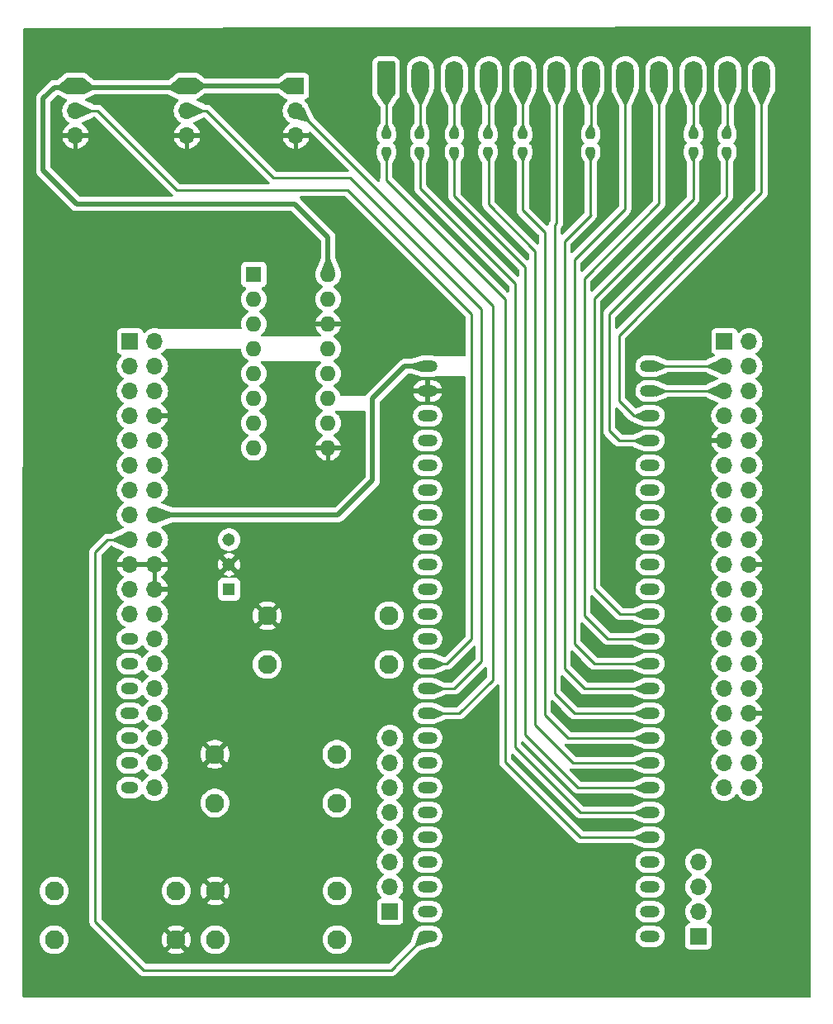
<source format=gbr>
%TF.GenerationSoftware,KiCad,Pcbnew,7.0.2*%
%TF.CreationDate,2023-09-09T02:35:41+09:00*%
%TF.ProjectId,tangnano9k_brushless_driver,74616e67-6e61-46e6-9f39-6b5f62727573,rev?*%
%TF.SameCoordinates,Original*%
%TF.FileFunction,Copper,L2,Bot*%
%TF.FilePolarity,Positive*%
%FSLAX46Y46*%
G04 Gerber Fmt 4.6, Leading zero omitted, Abs format (unit mm)*
G04 Created by KiCad (PCBNEW 7.0.2) date 2023-09-09 02:35:41*
%MOMM*%
%LPD*%
G01*
G04 APERTURE LIST*
G04 Aperture macros list*
%AMRoundRect*
0 Rectangle with rounded corners*
0 $1 Rounding radius*
0 $2 $3 $4 $5 $6 $7 $8 $9 X,Y pos of 4 corners*
0 Add a 4 corners polygon primitive as box body*
4,1,4,$2,$3,$4,$5,$6,$7,$8,$9,$2,$3,0*
0 Add four circle primitives for the rounded corners*
1,1,$1+$1,$2,$3*
1,1,$1+$1,$4,$5*
1,1,$1+$1,$6,$7*
1,1,$1+$1,$8,$9*
0 Add four rect primitives between the rounded corners*
20,1,$1+$1,$2,$3,$4,$5,0*
20,1,$1+$1,$4,$5,$6,$7,0*
20,1,$1+$1,$6,$7,$8,$9,0*
20,1,$1+$1,$8,$9,$2,$3,0*%
G04 Aperture macros list end*
%TA.AperFunction,ComponentPad*%
%ADD10R,1.305000X1.305000*%
%TD*%
%TA.AperFunction,ComponentPad*%
%ADD11C,1.305000*%
%TD*%
%TA.AperFunction,ComponentPad*%
%ADD12R,1.700000X1.700000*%
%TD*%
%TA.AperFunction,ComponentPad*%
%ADD13O,1.700000X1.700000*%
%TD*%
%TA.AperFunction,ComponentPad*%
%ADD14C,1.950000*%
%TD*%
%TA.AperFunction,ComponentPad*%
%ADD15O,2.000000X1.200000*%
%TD*%
%TA.AperFunction,ComponentPad*%
%ADD16O,1.800000X1.200000*%
%TD*%
%TA.AperFunction,ComponentPad*%
%ADD17O,1.900000X1.200000*%
%TD*%
%TA.AperFunction,ComponentPad*%
%ADD18R,1.600000X1.600000*%
%TD*%
%TA.AperFunction,ComponentPad*%
%ADD19O,1.600000X1.600000*%
%TD*%
%TA.AperFunction,ComponentPad*%
%ADD20RoundRect,0.250000X-0.650000X-1.550000X0.650000X-1.550000X0.650000X1.550000X-0.650000X1.550000X0*%
%TD*%
%TA.AperFunction,ComponentPad*%
%ADD21O,1.800000X3.600000*%
%TD*%
%TA.AperFunction,SMDPad,CuDef*%
%ADD22RoundRect,0.237500X-0.237500X0.250000X-0.237500X-0.250000X0.237500X-0.250000X0.237500X0.250000X0*%
%TD*%
%TA.AperFunction,ViaPad*%
%ADD23C,0.800000*%
%TD*%
%TA.AperFunction,Conductor*%
%ADD24C,0.250000*%
%TD*%
%TA.AperFunction,Conductor*%
%ADD25C,0.500000*%
%TD*%
G04 APERTURE END LIST*
D10*
%TO.P,PS1,1,VIN*%
%TO.N,/VIN12*%
X139700000Y-112268000D03*
D11*
%TO.P,PS1,2,GND*%
%TO.N,GND*%
X139700000Y-109728000D03*
%TO.P,PS1,3,VOUT*%
%TO.N,/5V*%
X139700000Y-107188000D03*
%TD*%
D12*
%TO.P,SW3,1,A*%
%TO.N,+3V3*%
X123952000Y-60706000D03*
D13*
%TO.P,SW3,2,B*%
%TO.N,/SW3*%
X123952000Y-63246000D03*
%TO.P,SW3,3,C*%
%TO.N,GND*%
X123952000Y-65786000D03*
%TD*%
D14*
%TO.P,S4,1,COM_1*%
%TO.N,GND*%
X143610000Y-114975000D03*
%TO.P,S4,2,COM_2*%
%TO.N,unconnected-(S4-COM_2-Pad2)*%
X156110000Y-114975000D03*
%TO.P,S4,3,NO_1*%
%TO.N,Net-(S4-NO_1)*%
X143610000Y-119975000D03*
%TO.P,S4,4,NO_2*%
%TO.N,unconnected-(S4-NO_2-Pad4)*%
X156110000Y-119975000D03*
%TD*%
%TO.P,S3,1,COM_1*%
%TO.N,GND*%
X138249000Y-129159000D03*
%TO.P,S3,2,COM_2*%
%TO.N,unconnected-(S3-COM_2-Pad2)*%
X150749000Y-129159000D03*
%TO.P,S3,3,NO_1*%
%TO.N,Net-(S3-NO_1)*%
X138249000Y-134159000D03*
%TO.P,S3,4,NO_2*%
%TO.N,unconnected-(S3-NO_2-Pad4)*%
X150749000Y-134159000D03*
%TD*%
%TO.P,S2,1,COM_1*%
%TO.N,GND*%
X134266000Y-148169000D03*
%TO.P,S2,2,COM_2*%
%TO.N,unconnected-(S2-COM_2-Pad2)*%
X121766000Y-148169000D03*
%TO.P,S2,3,NO_1*%
%TO.N,Net-(S2-NO_1)*%
X134266000Y-143169000D03*
%TO.P,S2,4,NO_2*%
%TO.N,unconnected-(S2-NO_2-Pad4)*%
X121766000Y-143169000D03*
%TD*%
%TO.P,S1,1,COM_1*%
%TO.N,GND*%
X138276000Y-143169000D03*
%TO.P,S1,2,COM_2*%
%TO.N,unconnected-(S1-COM_2-Pad2)*%
X150776000Y-143169000D03*
%TO.P,S1,3,NO_1*%
%TO.N,Net-(S1-NO_1)*%
X138276000Y-148169000D03*
%TO.P,S1,4,NO_2*%
%TO.N,unconnected-(S1-NO_2-Pad4)*%
X150776000Y-148169000D03*
%TD*%
D15*
%TO.P,U1,1,38/IOB31B/TF_CS*%
%TO.N,Net-(J3-Pin_1)*%
X182880000Y-147828000D03*
%TO.P,U1,2,37/IO31A/TF_MOSI*%
%TO.N,Net-(J3-Pin_2)*%
X182880000Y-145288000D03*
%TO.P,U1,3,36/IOB29B/TF_SCK*%
%TO.N,Net-(J3-Pin_3)*%
X182880000Y-142748000D03*
%TO.P,U1,4,39/IOB33A/TF_MISO*%
%TO.N,Net-(J3-Pin_4)*%
X182880000Y-140208000D03*
%TO.P,U1,5,25/IOB8A*%
%TO.N,Net-(U1-25{slash}IOB8A)*%
X182880000Y-137668000D03*
%TO.P,U1,6,26/IOB8B*%
%TO.N,Net-(U1-26{slash}IOB8B)*%
X182880000Y-135128000D03*
%TO.P,U1,7,27/IOB11A*%
%TO.N,Net-(U1-27{slash}IOB11A)*%
X182880000Y-132588000D03*
%TO.P,U1,8,28/IOB11B*%
%TO.N,Net-(U1-28{slash}IOB11B)*%
X182880000Y-130048000D03*
%TO.P,U1,9,29/IOB13A*%
%TO.N,Net-(U1-29{slash}IOB13A)*%
X182880000Y-127508000D03*
%TO.P,U1,10,30/IOB13B*%
%TO.N,/DIG1*%
X182880000Y-124968000D03*
%TO.P,U1,11,33/IOB23A/RGB_DE*%
%TO.N,Net-(U1-33{slash}IOB23A{slash}RGB_DE)*%
X182880000Y-122428000D03*
%TO.P,U1,12,34/IOB23B/RGB_VS*%
%TO.N,/DIG3*%
X182880000Y-119888000D03*
%TO.P,U1,13,40/IOB33B/RGB_HS*%
%TO.N,/DIG2*%
X182880000Y-117348000D03*
%TO.P,U1,14,35/IOB29A/RGB_CK*%
%TO.N,Net-(U1-35{slash}IOB29A{slash}RGB_CK)*%
X182880000Y-114808000D03*
%TO.P,U1,15,41/IOB41A/RGB_B7*%
%TO.N,/H_V*%
X182880000Y-112268000D03*
%TO.P,U1,16,42IOB41B/RGB_B6*%
%TO.N,/H_W*%
X182880000Y-109728000D03*
%TO.P,U1,17,51/IOR17B/RGB_B5*%
%TO.N,unconnected-(U1-51{slash}IOR17B{slash}RGB_B5-Pad17)*%
X182880000Y-107188000D03*
%TO.P,U1,18,53/IOR15B/RGB_B4*%
%TO.N,unconnected-(U1-53{slash}IOR15B{slash}RGB_B4-Pad18)*%
X182880000Y-104648000D03*
%TO.P,U1,19,54/IOR15A/RGB_B3*%
%TO.N,unconnected-(U1-54{slash}IOR15A{slash}RGB_B3-Pad19)*%
X182880000Y-102108000D03*
%TO.P,U1,20,55/IOR14B/RGB_G7*%
%TO.N,unconnected-(U1-55{slash}IOR14B{slash}RGB_G7-Pad20)*%
X182880000Y-99568000D03*
%TO.P,U1,21,56/IOR14A/RGB_G6*%
%TO.N,/Anode_A*%
X182880000Y-97028000D03*
%TO.P,U1,22,57/IOR13A/RGB_G5*%
%TO.N,/DIG4*%
X182880000Y-94488000D03*
%TO.P,U1,23,68/IOT42B/RGB_G4/HDMI_CKN*%
%TO.N,/D_IN*%
X182880000Y-91948000D03*
%TO.P,U1,24,69/IOT42A/RGB_G3/HDMI_CKP*%
%TO.N,/DIRECTION*%
X182880000Y-89408000D03*
%TO.P,U1,25,3V3*%
%TO.N,+3V3*%
X160063100Y-89408000D03*
%TO.P,U1,26,GND*%
%TO.N,GND*%
X160063100Y-91948000D03*
%TO.P,U1,27,32/IOB15B/RGB_TOUCH_XR*%
%TO.N,Net-(U1-32{slash}IOB15B{slash}RGB_TOUCH_XR)*%
X160063100Y-94488000D03*
%TO.P,U1,28,31/IOB15A/RGB_TOUCH_YD*%
%TO.N,Net-(U1-31{slash}IOB15A{slash}RGB_TOUCH_YD)*%
X160063100Y-97028000D03*
%TO.P,U1,29,49/IOR24A/SPILCD_RS*%
%TO.N,/Din*%
X160063100Y-99568000D03*
%TO.P,U1,30,48/IOR24B/SPILCD_CS*%
%TO.N,/CS{slash}SHDN*%
X160063100Y-102108000D03*
%TO.P,U1,31,5V*%
%TO.N,/5V*%
X160063100Y-104648000D03*
%TO.P,U1,32,70/IOT41B/RGB_G2/HDMI_C0N*%
%TO.N,Net-(S4-NO_1)*%
X160063100Y-107188000D03*
%TO.P,U1,33,71/IOT41A/RGB_R7/HDMI_D0P*%
%TO.N,Net-(S3-NO_1)*%
X160063100Y-109728000D03*
%TO.P,U1,34,72/IOT39B/RGB_R6/HDMI_D1N*%
%TO.N,Net-(S2-NO_1)*%
X160063100Y-112268000D03*
%TO.P,U1,35,73/IOT39A/RGB_R5/HDMI_D1P*%
%TO.N,Net-(S1-NO_1)*%
X160063100Y-114808000D03*
%TO.P,U1,36,74/IOT38B/RGB_R4/HDMI_D2N*%
%TO.N,unconnected-(U1-74{slash}IOT38B{slash}RGB_R4{slash}HDMI_D2N-Pad36)*%
X160063100Y-117348000D03*
%TO.P,U1,37,75/IOT38A/RGB_R3/HDMI_D2P*%
%TO.N,/SW3*%
X160063100Y-119888000D03*
%TO.P,U1,38,76/IOT37B/SPILCD_CK*%
%TO.N,Net-(SW2-B)*%
X160063100Y-122428000D03*
%TO.P,U1,39,77/IOT37A/SPILCD_MO*%
%TO.N,Net-(SW1-B)*%
X160063100Y-124968000D03*
%TO.P,U1,40,79/IOT12B*%
%TO.N,Net-(J2-Pin_8)*%
X160063100Y-127508000D03*
%TO.P,U1,41,80/IOT12A*%
%TO.N,Net-(J2-Pin_7)*%
X160063100Y-130048000D03*
%TO.P,U1,42,81/IOT11B*%
%TO.N,Net-(J2-Pin_6)*%
X160063100Y-132588000D03*
%TO.P,U1,43,82/IOT11A*%
%TO.N,Net-(J2-Pin_5)*%
X160063100Y-135128000D03*
%TO.P,U1,44,83/IOT10B*%
%TO.N,Net-(J2-Pin_4)*%
X160063100Y-137668000D03*
%TO.P,U1,45,84/IOT10A*%
%TO.N,Net-(J2-Pin_3)*%
X160063100Y-140208000D03*
%TO.P,U1,46,85/IOT8B*%
%TO.N,Net-(J2-Pin_2)*%
X160063100Y-142748000D03*
%TO.P,U1,47,86/IOT8A/RGB_BL*%
%TO.N,Net-(J2-Pin_1)*%
X160063100Y-145288000D03*
%TO.P,U1,48,63/IOR5A/RGB_TOUCH_XL*%
%TO.N,/H_U*%
X160063100Y-147828000D03*
%TD*%
D12*
%TO.P,J2,1,Pin_1*%
%TO.N,Net-(J2-Pin_1)*%
X156210000Y-145288000D03*
D13*
%TO.P,J2,2,Pin_2*%
%TO.N,Net-(J2-Pin_2)*%
X156210000Y-142748000D03*
%TO.P,J2,3,Pin_3*%
%TO.N,Net-(J2-Pin_3)*%
X156210000Y-140208000D03*
%TO.P,J2,4,Pin_4*%
%TO.N,Net-(J2-Pin_4)*%
X156210000Y-137668000D03*
%TO.P,J2,5,Pin_5*%
%TO.N,Net-(J2-Pin_5)*%
X156210000Y-135128000D03*
%TO.P,J2,6,Pin_6*%
%TO.N,Net-(J2-Pin_6)*%
X156210000Y-132588000D03*
%TO.P,J2,7,Pin_7*%
%TO.N,Net-(J2-Pin_7)*%
X156210000Y-130048000D03*
%TO.P,J2,8,Pin_8*%
%TO.N,Net-(J2-Pin_8)*%
X156210000Y-127508000D03*
%TD*%
D12*
%TO.P,SW1,1,A*%
%TO.N,+3V3*%
X146558000Y-60706000D03*
D13*
%TO.P,SW1,2,B*%
%TO.N,Net-(SW1-B)*%
X146558000Y-63246000D03*
%TO.P,SW1,3,C*%
%TO.N,GND*%
X146558000Y-65786000D03*
%TD*%
D12*
%TO.P,SW2,1,A*%
%TO.N,+3V3*%
X135382000Y-60706000D03*
D13*
%TO.P,SW2,2,B*%
%TO.N,Net-(SW2-B)*%
X135382000Y-63246000D03*
%TO.P,SW2,3,C*%
%TO.N,GND*%
X135382000Y-65786000D03*
%TD*%
D12*
%TO.P,J1,1,Pin_1*%
%TO.N,unconnected-(J1-Pin_1-Pad1)*%
X129540000Y-86868000D03*
D13*
%TO.P,J1,2,Pin_2*%
%TO.N,unconnected-(J1-Pin_2-Pad2)*%
X132080000Y-86868000D03*
%TO.P,J1,3,Pin_3*%
%TO.N,unconnected-(J1-Pin_3-Pad3)*%
X129540000Y-89408000D03*
%TO.P,J1,4,Pin_4*%
%TO.N,unconnected-(J1-Pin_4-Pad4)*%
X132080000Y-89408000D03*
%TO.P,J1,5,Pin_5*%
%TO.N,unconnected-(J1-Pin_5-Pad5)*%
X129540000Y-91948000D03*
%TO.P,J1,6,Pin_6*%
%TO.N,unconnected-(J1-Pin_6-Pad6)*%
X132080000Y-91948000D03*
%TO.P,J1,7,Pin_7*%
%TO.N,unconnected-(J1-Pin_7-Pad7)*%
X129540000Y-94488000D03*
%TO.P,J1,8,Pin_8*%
%TO.N,GND*%
X132080000Y-94488000D03*
%TO.P,J1,9,Pin_9*%
%TO.N,unconnected-(J1-Pin_9-Pad9)*%
X129540000Y-97028000D03*
%TO.P,J1,10,Pin_10*%
%TO.N,unconnected-(J1-Pin_10-Pad10)*%
X132080000Y-97028000D03*
%TO.P,J1,11,Pin_11*%
%TO.N,unconnected-(J1-Pin_11-Pad11)*%
X129540000Y-99568000D03*
%TO.P,J1,12,Pin_12*%
%TO.N,unconnected-(J1-Pin_12-Pad12)*%
X132080000Y-99568000D03*
%TO.P,J1,13,Pin_13*%
%TO.N,unconnected-(J1-Pin_13-Pad13)*%
X129540000Y-102108000D03*
%TO.P,J1,14,Pin_14*%
%TO.N,unconnected-(J1-Pin_14-Pad14)*%
X132080000Y-102108000D03*
%TO.P,J1,15,Pin_15*%
%TO.N,unconnected-(J1-Pin_15-Pad15)*%
X129540000Y-104648000D03*
%TO.P,J1,16,Pin_16*%
%TO.N,+3V3*%
X132080000Y-104648000D03*
%TO.P,J1,17,Pin_17*%
%TO.N,/H_U*%
X129540000Y-107188000D03*
%TO.P,J1,18,Pin_18*%
%TO.N,/5V*%
X132080000Y-107188000D03*
%TO.P,J1,19,Pin_19*%
%TO.N,GND*%
X129540000Y-109728000D03*
%TO.P,J1,20,Pin_20*%
X132080000Y-109728000D03*
%TO.P,J1,21,Pin_21*%
%TO.N,unconnected-(J1-Pin_21-Pad21)*%
X129540000Y-112268000D03*
%TO.P,J1,22,Pin_22*%
%TO.N,GND*%
X132080000Y-112268000D03*
%TO.P,J1,23,Pin_23*%
%TO.N,unconnected-(J1-Pin_23-Pad23)*%
X129540000Y-114808000D03*
%TO.P,J1,24,Pin_24*%
%TO.N,/VIN12*%
X132080000Y-114808000D03*
D16*
%TO.P,J1,25,Pin_25*%
%TO.N,unconnected-(J1-Pin_25-Pad25)*%
X129540000Y-117348000D03*
D13*
%TO.P,J1,26,Pin_26*%
%TO.N,unconnected-(J1-Pin_26-Pad26)*%
X132080000Y-117348000D03*
D16*
%TO.P,J1,27,Pin_27*%
%TO.N,unconnected-(J1-Pin_27-Pad27)*%
X129540000Y-119888000D03*
D13*
%TO.P,J1,28,Pin_28*%
%TO.N,/C7-28*%
X132080000Y-119888000D03*
D16*
%TO.P,J1,29,Pin_29*%
%TO.N,unconnected-(J1-Pin_29-Pad29)*%
X129540000Y-122428000D03*
D13*
%TO.P,J1,30,Pin_30*%
%TO.N,/C7-30*%
X132080000Y-122428000D03*
D17*
%TO.P,J1,31,Pin_31*%
%TO.N,unconnected-(J1-Pin_31-Pad31)*%
X129540000Y-124968000D03*
D13*
%TO.P,J1,32,Pin_32*%
%TO.N,/A_IN*%
X132080000Y-124968000D03*
D16*
%TO.P,J1,33,Pin_33*%
%TO.N,unconnected-(J1-Pin_33-Pad33)*%
X129540000Y-127508000D03*
D13*
%TO.P,J1,34,Pin_34*%
%TO.N,/_LIN_S*%
X132080000Y-127508000D03*
D16*
%TO.P,J1,35,Pin_35*%
%TO.N,/ACCEL*%
X129540000Y-130048000D03*
D13*
%TO.P,J1,36,Pin_36*%
%TO.N,/C7-36*%
X132080000Y-130048000D03*
D16*
%TO.P,J1,37,Pin_37*%
%TO.N,/U*%
X129540000Y-132588000D03*
D13*
%TO.P,J1,38,Pin_38*%
%TO.N,/C7-38*%
X132080000Y-132588000D03*
D12*
%TO.P,J1,39,39*%
%TO.N,/C10-01*%
X190500000Y-86868000D03*
D13*
%TO.P,J1,40,40*%
%TO.N,unconnected-(J1-Pad40)*%
X193040000Y-86868000D03*
%TO.P,J1,41,41*%
%TO.N,/DIRECTION*%
X190500000Y-89408000D03*
%TO.P,J1,42,42*%
%TO.N,unconnected-(J1-Pad42)*%
X193040000Y-89408000D03*
%TO.P,J1,43,43*%
%TO.N,/D_IN*%
X190500000Y-91948000D03*
%TO.P,J1,44,44*%
%TO.N,unconnected-(J1-Pad44)*%
X193040000Y-91948000D03*
%TO.P,J1,45,45*%
%TO.N,unconnected-(J1-Pad45)*%
X190500000Y-94488000D03*
%TO.P,J1,46,46*%
%TO.N,unconnected-(J1-Pad46)*%
X193040000Y-94488000D03*
%TO.P,J1,47,47*%
%TO.N,GND*%
X190500000Y-97028000D03*
%TO.P,J1,48,48*%
%TO.N,unconnected-(J1-Pad48)*%
X193040000Y-97028000D03*
%TO.P,J1,49,49*%
%TO.N,/C10-11*%
X190500000Y-99568000D03*
%TO.P,J1,50,50*%
%TO.N,unconnected-(J1-Pad50)*%
X193040000Y-99568000D03*
%TO.P,J1,51,51*%
%TO.N,unconnected-(J1-Pad51)*%
X190500000Y-102108000D03*
%TO.P,J1,52,52*%
%TO.N,unconnected-(J1-Pad52)*%
X193040000Y-102108000D03*
%TO.P,J1,53,53*%
%TO.N,unconnected-(J1-Pad53)*%
X190500000Y-104648000D03*
%TO.P,J1,54,54*%
%TO.N,unconnected-(J1-Pad54)*%
X193040000Y-104648000D03*
%TO.P,J1,55,55*%
%TO.N,unconnected-(J1-Pad55)*%
X190500000Y-107188000D03*
%TO.P,J1,56,56*%
%TO.N,/V*%
X193040000Y-107188000D03*
%TO.P,J1,57,57*%
%TO.N,unconnected-(J1-Pad57)*%
X190500000Y-109728000D03*
%TO.P,J1,58,58*%
%TO.N,GND*%
X193040000Y-109728000D03*
%TO.P,J1,59,59*%
%TO.N,/HIN_S*%
X190500000Y-112268000D03*
%TO.P,J1,60,60*%
%TO.N,unconnected-(J1-Pad60)*%
X193040000Y-112268000D03*
%TO.P,J1,61,61*%
%TO.N,/HIN_R*%
X190500000Y-114808000D03*
%TO.P,J1,62,62*%
%TO.N,/_LIN_T*%
X193040000Y-114808000D03*
%TO.P,J1,63,63*%
%TO.N,/H_W*%
X190500000Y-117348000D03*
%TO.P,J1,64,64*%
%TO.N,/_LIN_R*%
X193040000Y-117348000D03*
%TO.P,J1,65,65*%
%TO.N,unconnected-(J1-Pad65)*%
X190500000Y-119888000D03*
%TO.P,J1,66,66*%
%TO.N,/C10-28*%
X193040000Y-119888000D03*
%TO.P,J1,67,67*%
%TO.N,unconnected-(J1-Pad67)*%
X190500000Y-122428000D03*
%TO.P,J1,68,68*%
%TO.N,unconnected-(J1-Pad68)*%
X193040000Y-122428000D03*
%TO.P,J1,69,69*%
%TO.N,/H_V*%
X190500000Y-124968000D03*
%TO.P,J1,70,70*%
%TO.N,GND*%
X193040000Y-124968000D03*
%TO.P,J1,71,71*%
%TO.N,/HIN_T*%
X190500000Y-127508000D03*
%TO.P,J1,72,72*%
%TO.N,/C10-34*%
X193040000Y-127508000D03*
%TO.P,J1,73,73*%
%TO.N,unconnected-(J1-Pad73)*%
X190500000Y-130048000D03*
%TO.P,J1,74,74*%
%TO.N,unconnected-(J1-Pad74)*%
X193040000Y-130048000D03*
%TO.P,J1,75,75*%
%TO.N,unconnected-(J1-Pad75)*%
X190500000Y-132588000D03*
%TO.P,J1,76,76*%
%TO.N,unconnected-(J1-Pad76)*%
X193040000Y-132588000D03*
%TD*%
D18*
%TO.P,U2,1,CH0*%
%TO.N,/C10-11*%
X142240000Y-80010000D03*
D19*
%TO.P,U2,2,CH1*%
%TO.N,/C10-28*%
X142240000Y-82550000D03*
%TO.P,U2,3,CH2*%
%TO.N,/C10-34*%
X142240000Y-85090000D03*
%TO.P,U2,4,CH3*%
%TO.N,/C7-38*%
X142240000Y-87630000D03*
%TO.P,U2,5,CH4*%
%TO.N,/ACCEL*%
X142240000Y-90170000D03*
%TO.P,U2,6,CH5*%
%TO.N,/C7-36*%
X142240000Y-92710000D03*
%TO.P,U2,7,CH6*%
%TO.N,/A_IN*%
X142240000Y-95250000D03*
%TO.P,U2,8,CH7*%
%TO.N,/C7-28*%
X142240000Y-97790000D03*
%TO.P,U2,9,DGND*%
%TO.N,GND*%
X149860000Y-97790000D03*
%TO.P,U2,10,~{CS}/SHDN*%
%TO.N,/CS{slash}SHDN*%
X149860000Y-95250000D03*
%TO.P,U2,11,Din*%
%TO.N,/Din*%
X149860000Y-92710000D03*
%TO.P,U2,12,Dout*%
%TO.N,Net-(U1-31{slash}IOB15A{slash}RGB_TOUCH_YD)*%
X149860000Y-90170000D03*
%TO.P,U2,13,CLK*%
%TO.N,Net-(U1-32{slash}IOB15B{slash}RGB_TOUCH_XR)*%
X149860000Y-87630000D03*
%TO.P,U2,14,AGND*%
%TO.N,GND*%
X149860000Y-85090000D03*
%TO.P,U2,15,Vref*%
%TO.N,Net-(JP1-A)*%
X149860000Y-82550000D03*
%TO.P,U2,16,Vdd*%
%TO.N,+3V3*%
X149860000Y-80010000D03*
%TD*%
D12*
%TO.P,J3,1,Pin_1*%
%TO.N,Net-(J3-Pin_1)*%
X187833000Y-147828000D03*
D13*
%TO.P,J3,2,Pin_2*%
%TO.N,Net-(J3-Pin_2)*%
X187833000Y-145288000D03*
%TO.P,J3,3,Pin_3*%
%TO.N,Net-(J3-Pin_3)*%
X187833000Y-142748000D03*
%TO.P,J3,4,Pin_4*%
%TO.N,Net-(J3-Pin_4)*%
X187833000Y-140208000D03*
%TD*%
D20*
%TO.P,U3,1,Anode_E*%
%TO.N,Net-(U3-Anode_E)*%
X155810000Y-59944000D03*
D21*
%TO.P,U3,2,Anode_D*%
%TO.N,Net-(U3-Anode_D)*%
X159310000Y-59944000D03*
%TO.P,U3,3,Anode_DP*%
%TO.N,Net-(U3-Anode_DP)*%
X162810000Y-59944000D03*
%TO.P,U3,4,Anode_C*%
%TO.N,Net-(U3-Anode_C)*%
X166310000Y-59944000D03*
%TO.P,U3,5,Anode_G*%
%TO.N,Net-(U3-Anode_G)*%
X169810000Y-59944000D03*
%TO.P,U3,6,Cathode_DIG4*%
%TO.N,/DIG1*%
X173310000Y-59944000D03*
%TO.P,U3,7,Anode_B*%
%TO.N,Net-(U3-Anode_B)*%
X176810000Y-59944000D03*
%TO.P,U3,8,Cathode_DIG3*%
%TO.N,/DIG3*%
X180310000Y-59944000D03*
%TO.P,U3,9,Cathode_DIG2*%
%TO.N,/DIG2*%
X183810000Y-59944000D03*
%TO.P,U3,10,Anode_F*%
%TO.N,Net-(U3-Anode_F)*%
X187310000Y-59944000D03*
%TO.P,U3,11,Anode_A*%
%TO.N,Net-(U3-Anode_A)*%
X190810000Y-59944000D03*
%TO.P,U3,12,Cathode_DIG1*%
%TO.N,/DIG4*%
X194310000Y-59944000D03*
%TD*%
D22*
%TO.P,R9,1*%
%TO.N,Net-(U3-Anode_A)*%
X190754000Y-65635500D03*
%TO.P,R9,2*%
%TO.N,/Anode_A*%
X190754000Y-67460500D03*
%TD*%
%TO.P,R10,1*%
%TO.N,Net-(U3-Anode_F)*%
X187325000Y-65612000D03*
%TO.P,R10,2*%
%TO.N,Net-(U1-35{slash}IOB29A{slash}RGB_CK)*%
X187325000Y-67437000D03*
%TD*%
%TO.P,R5,1*%
%TO.N,Net-(U3-Anode_DP)*%
X162814000Y-65635500D03*
%TO.P,R5,2*%
%TO.N,Net-(U1-27{slash}IOB11A)*%
X162814000Y-67460500D03*
%TD*%
%TO.P,R4,1*%
%TO.N,Net-(U3-Anode_D)*%
X159258000Y-65635500D03*
%TO.P,R4,2*%
%TO.N,Net-(U1-26{slash}IOB8B)*%
X159258000Y-67460500D03*
%TD*%
%TO.P,R7,1*%
%TO.N,Net-(U3-Anode_G)*%
X169799000Y-65635500D03*
%TO.P,R7,2*%
%TO.N,Net-(U1-29{slash}IOB13A)*%
X169799000Y-67460500D03*
%TD*%
%TO.P,R3,1*%
%TO.N,Net-(U3-Anode_E)*%
X155829000Y-65635500D03*
%TO.P,R3,2*%
%TO.N,Net-(U1-25{slash}IOB8A)*%
X155829000Y-67460500D03*
%TD*%
%TO.P,R8,1*%
%TO.N,Net-(U3-Anode_B)*%
X176784000Y-65635500D03*
%TO.P,R8,2*%
%TO.N,Net-(U1-33{slash}IOB23A{slash}RGB_DE)*%
X176784000Y-67460500D03*
%TD*%
%TO.P,R6,1*%
%TO.N,Net-(U3-Anode_C)*%
X166243000Y-65635500D03*
%TO.P,R6,2*%
%TO.N,Net-(U1-28{slash}IOB11B)*%
X166243000Y-67460500D03*
%TD*%
D23*
%TO.N,GND*%
X190500000Y-81280000D03*
X196850000Y-65024000D03*
X196850000Y-70866000D03*
X196850000Y-76708000D03*
X147066000Y-132334000D03*
X147066000Y-146050000D03*
X174752000Y-144526000D03*
X186690000Y-102108000D03*
X195326000Y-149098000D03*
X167640000Y-144526000D03*
X195326000Y-141224000D03*
X186690000Y-106172000D03*
%TD*%
D24*
%TO.N,/SW3*%
X164592000Y-117348000D02*
X162052000Y-119888000D01*
X164592000Y-84074000D02*
X164592000Y-117348000D01*
X162052000Y-119888000D02*
X160063100Y-119888000D01*
X126238000Y-63246000D02*
X134366000Y-71374000D01*
X123952000Y-63246000D02*
X126238000Y-63246000D01*
X134366000Y-71374000D02*
X151892000Y-71374000D01*
X151892000Y-71374000D02*
X164592000Y-84074000D01*
%TO.N,Net-(SW2-B)*%
X162812604Y-122428000D02*
X160063100Y-122428000D01*
X165608000Y-119632604D02*
X162812604Y-122428000D01*
X152146000Y-70104000D02*
X165608000Y-83566000D01*
X137414000Y-63246000D02*
X144272000Y-70104000D01*
X135382000Y-63246000D02*
X137414000Y-63246000D01*
X144272000Y-70104000D02*
X152146000Y-70104000D01*
X165608000Y-83566000D02*
X165608000Y-119632604D01*
%TO.N,Net-(SW1-B)*%
X163322000Y-124968000D02*
X160063100Y-124968000D01*
X166751000Y-121539000D02*
X163322000Y-124968000D01*
X146939000Y-63373000D02*
X166751000Y-83185000D01*
X166751000Y-83185000D02*
X166751000Y-121539000D01*
X146685000Y-63373000D02*
X146939000Y-63373000D01*
D25*
%TO.N,+3V3*%
X135382000Y-60706000D02*
X146558000Y-60706000D01*
X135255000Y-60833000D02*
X135382000Y-60706000D01*
X134097000Y-60833000D02*
X135255000Y-60833000D01*
D24*
%TO.N,/H_U*%
X129540000Y-107188000D02*
X127254000Y-107188000D01*
X125984000Y-146304000D02*
X130937000Y-151257000D01*
X130937000Y-151257000D02*
X156337000Y-151257000D01*
X127254000Y-107188000D02*
X125984000Y-108458000D01*
X156337000Y-151257000D02*
X159766000Y-147828000D01*
X159766000Y-147828000D02*
X160063100Y-147828000D01*
X125984000Y-108458000D02*
X125984000Y-146304000D01*
%TO.N,/DIRECTION*%
X182880000Y-89408000D02*
X190500000Y-89408000D01*
%TO.N,/D_IN*%
X182880000Y-91948000D02*
X190500000Y-91948000D01*
%TO.N,Net-(U1-25{slash}IOB8A)*%
X175768000Y-137668000D02*
X168021000Y-129921000D01*
X155829000Y-70320000D02*
X155829000Y-67460500D01*
X182880000Y-137668000D02*
X175768000Y-137668000D01*
X168021000Y-82550000D02*
X155810000Y-70339000D01*
X168021000Y-129921000D02*
X168021000Y-82550000D01*
X155810000Y-70339000D02*
X155829000Y-70320000D01*
%TO.N,Net-(U1-26{slash}IOB8B)*%
X182880000Y-135128000D02*
X175768000Y-135128000D01*
X175768000Y-135128000D02*
X169037000Y-128397000D01*
X169037000Y-128397000D02*
X169037000Y-80899000D01*
X159310000Y-71172000D02*
X159310000Y-67512500D01*
X159310000Y-67512500D02*
X159258000Y-67460500D01*
X169037000Y-80899000D02*
X159310000Y-71172000D01*
%TO.N,Net-(U1-27{slash}IOB11A)*%
X162810000Y-67464500D02*
X162814000Y-67460500D01*
X170053000Y-79248000D02*
X162810000Y-72005000D01*
X182880000Y-132588000D02*
X175514000Y-132588000D01*
X175514000Y-132588000D02*
X170053000Y-127127000D01*
X162810000Y-72005000D02*
X162810000Y-67464500D01*
X170053000Y-127127000D02*
X170053000Y-79248000D01*
%TO.N,Net-(U1-28{slash}IOB11B)*%
X175006000Y-130048000D02*
X171069000Y-126111000D01*
X171069000Y-126111000D02*
X171069000Y-77597000D01*
X182880000Y-130048000D02*
X175006000Y-130048000D01*
X166310000Y-67520500D02*
X166370000Y-67460500D01*
X166310000Y-72838000D02*
X166310000Y-67520500D01*
X171069000Y-77597000D02*
X166310000Y-72838000D01*
%TO.N,Net-(U1-29{slash}IOB13A)*%
X174498000Y-127508000D02*
X172085000Y-125095000D01*
X172085000Y-75692000D02*
X169810000Y-73417000D01*
X172085000Y-125095000D02*
X172085000Y-75692000D01*
X169810000Y-67471500D02*
X169799000Y-67460500D01*
X169810000Y-73417000D02*
X169810000Y-67471500D01*
X182880000Y-127508000D02*
X174498000Y-127508000D01*
%TO.N,Net-(U1-33{slash}IOB23A{slash}RGB_DE)*%
X174117000Y-76581000D02*
X176810000Y-73888000D01*
X174117000Y-120396000D02*
X174117000Y-76581000D01*
X176149000Y-122428000D02*
X174117000Y-120396000D01*
X182880000Y-122428000D02*
X176149000Y-122428000D01*
X176784000Y-73862000D02*
X176784000Y-67460500D01*
X176810000Y-73888000D02*
X176784000Y-73862000D01*
%TO.N,Net-(U1-35{slash}IOB29A{slash}RGB_CK)*%
X187310000Y-67452000D02*
X187325000Y-67437000D01*
X179832000Y-114808000D02*
X177165000Y-112141000D01*
X182880000Y-114808000D02*
X179832000Y-114808000D01*
X187310000Y-72278000D02*
X187310000Y-67452000D01*
X177165000Y-82423000D02*
X187310000Y-72278000D01*
X177165000Y-112141000D02*
X177165000Y-82423000D01*
%TO.N,/DIG3*%
X175133000Y-117856000D02*
X175133000Y-78486000D01*
X182880000Y-119888000D02*
X177165000Y-119888000D01*
X180310000Y-73309000D02*
X180310000Y-59944000D01*
X175133000Y-78486000D02*
X180310000Y-73309000D01*
X177165000Y-119888000D02*
X175133000Y-117856000D01*
%TO.N,/DIG4*%
X194310000Y-71628000D02*
X194310000Y-59944000D01*
X182880000Y-94488000D02*
X181229000Y-94488000D01*
X181229000Y-94488000D02*
X179705000Y-92964000D01*
X179705000Y-86233000D02*
X194310000Y-71628000D01*
X179705000Y-92964000D02*
X179705000Y-86233000D01*
%TO.N,Net-(U3-Anode_E)*%
X155829000Y-65635500D02*
X155829000Y-59963000D01*
X155829000Y-59963000D02*
X155810000Y-59944000D01*
%TO.N,Net-(U3-Anode_D)*%
X159258000Y-65635500D02*
X159310000Y-65583500D01*
X159310000Y-65583500D02*
X159310000Y-59944000D01*
%TO.N,Net-(U3-Anode_DP)*%
X162814000Y-65635500D02*
X162810000Y-65631500D01*
X162810000Y-65631500D02*
X162810000Y-59944000D01*
%TO.N,Net-(U3-Anode_C)*%
X166370000Y-65635500D02*
X166310000Y-65575500D01*
X166310000Y-65575500D02*
X166310000Y-59944000D01*
%TO.N,Net-(U3-Anode_G)*%
X169799000Y-65635500D02*
X169810000Y-65624500D01*
X169810000Y-65624500D02*
X169810000Y-59944000D01*
%TO.N,Net-(U3-Anode_B)*%
X176784000Y-65635500D02*
X176810000Y-65609500D01*
X176810000Y-65609500D02*
X176810000Y-59944000D01*
%TO.N,Net-(U3-Anode_F)*%
X187325000Y-65612000D02*
X187310000Y-65597000D01*
X187310000Y-65597000D02*
X187310000Y-59944000D01*
%TO.N,/DIG1*%
X182880000Y-124968000D02*
X175133000Y-124968000D01*
X173310000Y-74758000D02*
X173310000Y-59944000D01*
X173101000Y-74967000D02*
X173310000Y-74758000D01*
X173101000Y-122936000D02*
X173101000Y-74967000D01*
X175133000Y-124968000D02*
X173101000Y-122936000D01*
%TO.N,/DIG2*%
X183810000Y-72730000D02*
X183810000Y-59944000D01*
X176149000Y-114935000D02*
X176149000Y-80391000D01*
X178562000Y-117348000D02*
X176149000Y-114935000D01*
X182880000Y-117348000D02*
X178562000Y-117348000D01*
X176149000Y-80391000D02*
X183810000Y-72730000D01*
%TO.N,Net-(U3-Anode_A)*%
X190810000Y-65579500D02*
X190810000Y-59944000D01*
X190754000Y-65635500D02*
X190810000Y-65579500D01*
%TO.N,/Anode_A*%
X179705000Y-97028000D02*
X178689000Y-96012000D01*
X182880000Y-97028000D02*
X179705000Y-97028000D01*
X178689000Y-96012000D02*
X178689000Y-84074000D01*
X190754000Y-72009000D02*
X190754000Y-71897000D01*
X178689000Y-84074000D02*
X190754000Y-72009000D01*
X190754000Y-71897000D02*
X190754000Y-67460500D01*
D25*
%TO.N,+3V3*%
X124079000Y-60833000D02*
X134097000Y-60833000D01*
X120650000Y-69342000D02*
X120650000Y-61976000D01*
X154432000Y-101092000D02*
X150876000Y-104648000D01*
X134097000Y-60833000D02*
X134112000Y-60848000D01*
X150876000Y-104648000D02*
X143510000Y-104648000D01*
X146431000Y-72771000D02*
X124079000Y-72771000D01*
X157734000Y-89408000D02*
X154432000Y-92710000D01*
X143510000Y-104648000D02*
X132080000Y-104648000D01*
X160063100Y-89408000D02*
X157734000Y-89408000D01*
X149860000Y-76200000D02*
X146431000Y-72771000D01*
X149860000Y-80010000D02*
X149860000Y-76200000D01*
X124079000Y-72771000D02*
X120650000Y-69342000D01*
X121793000Y-60833000D02*
X124079000Y-60833000D01*
X154432000Y-92710000D02*
X154432000Y-101092000D01*
X120650000Y-61976000D02*
X121793000Y-60833000D01*
%TD*%
%TA.AperFunction,Conductor*%
%TO.N,GND*%
G36*
X132330000Y-111832498D02*
G01*
X132222315Y-111783320D01*
X132115763Y-111768000D01*
X132044237Y-111768000D01*
X131937685Y-111783320D01*
X131830000Y-111832498D01*
X131830000Y-110163501D01*
X131937685Y-110212680D01*
X132044237Y-110228000D01*
X132115763Y-110228000D01*
X132222315Y-110212680D01*
X132330000Y-110163501D01*
X132330000Y-111832498D01*
G37*
%TD.AperFunction*%
%TA.AperFunction,Conductor*%
G36*
X131620507Y-109518156D02*
G01*
X131580000Y-109656111D01*
X131580000Y-109799889D01*
X131620507Y-109937844D01*
X131646314Y-109978000D01*
X129973686Y-109978000D01*
X129999493Y-109937844D01*
X130040000Y-109799889D01*
X130040000Y-109656111D01*
X129999493Y-109518156D01*
X129973686Y-109478000D01*
X131646314Y-109478000D01*
X131620507Y-109518156D01*
G37*
%TD.AperFunction*%
%TA.AperFunction,Conductor*%
G36*
X140887946Y-87649685D02*
G01*
X140933701Y-87702489D01*
X140944435Y-87743193D01*
X140954364Y-87856689D01*
X141013261Y-88076497D01*
X141109432Y-88282735D01*
X141239953Y-88469140D01*
X141400859Y-88630046D01*
X141587263Y-88760566D01*
X141587266Y-88760568D01*
X141645275Y-88787618D01*
X141697714Y-88833791D01*
X141716865Y-88900985D01*
X141696649Y-88967866D01*
X141645275Y-89012382D01*
X141587263Y-89039433D01*
X141400859Y-89169953D01*
X141239953Y-89330859D01*
X141109432Y-89517264D01*
X141013261Y-89723502D01*
X140954364Y-89943310D01*
X140934531Y-90170000D01*
X140954364Y-90396689D01*
X141013261Y-90616497D01*
X141109432Y-90822735D01*
X141239953Y-91009140D01*
X141400859Y-91170046D01*
X141587263Y-91300566D01*
X141587266Y-91300568D01*
X141645273Y-91327617D01*
X141697713Y-91373789D01*
X141716865Y-91440982D01*
X141696650Y-91507864D01*
X141645276Y-91552380D01*
X141587266Y-91579431D01*
X141400859Y-91709953D01*
X141239953Y-91870859D01*
X141109432Y-92057264D01*
X141013261Y-92263502D01*
X140954364Y-92483310D01*
X140934531Y-92709999D01*
X140954364Y-92936689D01*
X141013261Y-93156497D01*
X141109432Y-93362735D01*
X141239953Y-93549140D01*
X141400859Y-93710046D01*
X141560592Y-93821891D01*
X141587266Y-93840568D01*
X141645275Y-93867618D01*
X141697714Y-93913791D01*
X141716865Y-93980985D01*
X141696649Y-94047866D01*
X141645275Y-94092382D01*
X141587263Y-94119433D01*
X141400859Y-94249953D01*
X141239953Y-94410859D01*
X141109432Y-94597264D01*
X141013261Y-94803502D01*
X140954364Y-95023310D01*
X140934531Y-95249999D01*
X140954364Y-95476689D01*
X141013261Y-95696497D01*
X141109432Y-95902735D01*
X141239953Y-96089140D01*
X141400859Y-96250046D01*
X141560592Y-96361891D01*
X141587266Y-96380568D01*
X141645275Y-96407618D01*
X141697714Y-96453791D01*
X141716865Y-96520985D01*
X141696649Y-96587866D01*
X141645275Y-96632382D01*
X141587263Y-96659433D01*
X141400859Y-96789953D01*
X141239953Y-96950859D01*
X141109432Y-97137264D01*
X141013261Y-97343502D01*
X140954364Y-97563310D01*
X140934531Y-97790000D01*
X140954364Y-98016689D01*
X141013261Y-98236497D01*
X141109432Y-98442735D01*
X141239953Y-98629140D01*
X141400859Y-98790046D01*
X141587264Y-98920567D01*
X141587265Y-98920567D01*
X141587266Y-98920568D01*
X141793504Y-99016739D01*
X142013308Y-99075635D01*
X142240000Y-99095468D01*
X142466692Y-99075635D01*
X142686496Y-99016739D01*
X142892734Y-98920568D01*
X143079139Y-98790047D01*
X143240047Y-98629139D01*
X143370568Y-98442734D01*
X143466739Y-98236496D01*
X143525635Y-98016692D01*
X143545468Y-97790000D01*
X143525635Y-97563308D01*
X143466739Y-97343504D01*
X143370568Y-97137266D01*
X143294060Y-97027999D01*
X143240046Y-96950859D01*
X143079140Y-96789953D01*
X142892733Y-96659431D01*
X142834725Y-96632382D01*
X142782285Y-96586210D01*
X142763133Y-96519017D01*
X142783348Y-96452135D01*
X142834725Y-96407618D01*
X142892734Y-96380568D01*
X143079139Y-96250047D01*
X143240047Y-96089139D01*
X143370568Y-95902734D01*
X143466739Y-95696496D01*
X143525635Y-95476692D01*
X143545468Y-95250000D01*
X143525635Y-95023308D01*
X143466739Y-94803504D01*
X143370568Y-94597266D01*
X143257227Y-94435396D01*
X143240046Y-94410859D01*
X143079140Y-94249953D01*
X142892733Y-94119431D01*
X142834725Y-94092382D01*
X142782285Y-94046210D01*
X142763133Y-93979017D01*
X142783348Y-93912135D01*
X142834725Y-93867618D01*
X142892734Y-93840568D01*
X143079139Y-93710047D01*
X143240047Y-93549139D01*
X143370568Y-93362734D01*
X143466739Y-93156496D01*
X143525635Y-92936692D01*
X143545468Y-92710000D01*
X143525635Y-92483308D01*
X143466739Y-92263504D01*
X143370568Y-92057266D01*
X143294060Y-91947999D01*
X143240046Y-91870859D01*
X143079140Y-91709953D01*
X142892733Y-91579431D01*
X142834725Y-91552382D01*
X142782285Y-91506210D01*
X142763133Y-91439017D01*
X142783348Y-91372135D01*
X142834725Y-91327618D01*
X142892734Y-91300568D01*
X143079139Y-91170047D01*
X143240047Y-91009139D01*
X143370568Y-90822734D01*
X143466739Y-90616496D01*
X143525635Y-90396692D01*
X143545468Y-90170000D01*
X143525635Y-89943308D01*
X143466739Y-89723504D01*
X143370568Y-89517266D01*
X143294060Y-89407999D01*
X143240046Y-89330859D01*
X143079140Y-89169953D01*
X143015761Y-89125575D01*
X142972136Y-89070998D01*
X142964942Y-89001500D01*
X142996465Y-88939145D01*
X143056694Y-88903731D01*
X143086884Y-88900000D01*
X149013116Y-88900000D01*
X149080155Y-88919685D01*
X149125910Y-88972489D01*
X149135854Y-89041647D01*
X149106829Y-89105203D01*
X149084239Y-89125575D01*
X149020859Y-89169953D01*
X148859953Y-89330859D01*
X148729432Y-89517264D01*
X148633261Y-89723502D01*
X148574364Y-89943310D01*
X148554531Y-90170000D01*
X148574364Y-90396689D01*
X148633261Y-90616497D01*
X148729432Y-90822735D01*
X148859953Y-91009140D01*
X149020859Y-91170046D01*
X149207263Y-91300566D01*
X149207266Y-91300568D01*
X149265275Y-91327618D01*
X149317714Y-91373791D01*
X149336865Y-91440985D01*
X149316649Y-91507866D01*
X149265275Y-91552382D01*
X149207263Y-91579433D01*
X149020859Y-91709953D01*
X148859953Y-91870859D01*
X148729432Y-92057264D01*
X148633261Y-92263502D01*
X148574364Y-92483310D01*
X148554531Y-92710000D01*
X148574364Y-92936689D01*
X148633261Y-93156497D01*
X148729432Y-93362735D01*
X148859953Y-93549140D01*
X149020859Y-93710046D01*
X149180592Y-93821891D01*
X149207266Y-93840568D01*
X149265275Y-93867618D01*
X149317714Y-93913791D01*
X149336865Y-93980985D01*
X149316649Y-94047866D01*
X149265275Y-94092382D01*
X149207263Y-94119433D01*
X149020859Y-94249953D01*
X148859953Y-94410859D01*
X148729432Y-94597264D01*
X148633261Y-94803502D01*
X148574364Y-95023310D01*
X148554531Y-95249999D01*
X148574364Y-95476689D01*
X148633261Y-95696497D01*
X148729432Y-95902735D01*
X148859953Y-96089140D01*
X149020859Y-96250046D01*
X149207264Y-96380567D01*
X149207265Y-96380567D01*
X149207266Y-96380568D01*
X149265865Y-96407893D01*
X149318304Y-96454065D01*
X149337456Y-96521259D01*
X149317240Y-96588140D01*
X149265866Y-96632656D01*
X149207522Y-96659863D01*
X149021180Y-96790341D01*
X148860341Y-96951180D01*
X148729865Y-97137519D01*
X148633733Y-97343673D01*
X148581128Y-97539999D01*
X148581128Y-97540000D01*
X149544314Y-97540000D01*
X149532359Y-97551955D01*
X149474835Y-97664852D01*
X149455014Y-97790000D01*
X149474835Y-97915148D01*
X149532359Y-98028045D01*
X149544314Y-98040000D01*
X148581128Y-98040000D01*
X148633733Y-98236326D01*
X148729865Y-98442480D01*
X148860341Y-98628819D01*
X149021180Y-98789658D01*
X149207519Y-98920134D01*
X149413673Y-99016266D01*
X149609999Y-99068871D01*
X149610000Y-99068871D01*
X149610000Y-98105686D01*
X149621955Y-98117641D01*
X149734852Y-98175165D01*
X149828519Y-98190000D01*
X149891481Y-98190000D01*
X149985148Y-98175165D01*
X150098045Y-98117641D01*
X150110000Y-98105685D01*
X150110000Y-99068871D01*
X150306326Y-99016266D01*
X150512480Y-98920134D01*
X150698819Y-98789658D01*
X150859658Y-98628819D01*
X150990134Y-98442480D01*
X151086266Y-98236326D01*
X151138872Y-98040000D01*
X150175686Y-98040000D01*
X150187641Y-98028045D01*
X150245165Y-97915148D01*
X150264986Y-97790000D01*
X150245165Y-97664852D01*
X150187641Y-97551955D01*
X150175686Y-97540000D01*
X151138872Y-97540000D01*
X151138871Y-97539999D01*
X151086266Y-97343673D01*
X150990134Y-97137519D01*
X150859658Y-96951180D01*
X150698819Y-96790341D01*
X150512482Y-96659866D01*
X150454133Y-96632657D01*
X150401694Y-96586484D01*
X150382543Y-96519290D01*
X150402759Y-96452409D01*
X150454134Y-96407893D01*
X150512734Y-96380568D01*
X150699139Y-96250047D01*
X150860047Y-96089139D01*
X150990568Y-95902734D01*
X151086739Y-95696496D01*
X151145635Y-95476692D01*
X151165468Y-95250000D01*
X151145635Y-95023308D01*
X151086739Y-94803504D01*
X150990568Y-94597266D01*
X150877227Y-94435396D01*
X150860046Y-94410859D01*
X150699140Y-94249953D01*
X150635761Y-94205575D01*
X150592136Y-94150998D01*
X150584942Y-94081500D01*
X150616465Y-94019145D01*
X150676694Y-93983731D01*
X150706884Y-93980000D01*
X153557500Y-93980000D01*
X153624539Y-93999685D01*
X153670294Y-94052489D01*
X153681500Y-94104000D01*
X153681500Y-100729770D01*
X153661815Y-100796809D01*
X153645181Y-100817451D01*
X150601451Y-103861181D01*
X150540128Y-103894666D01*
X150513770Y-103897500D01*
X133911076Y-103897500D01*
X133866083Y-103889049D01*
X132812846Y-103478932D01*
X132757518Y-103436264D01*
X132734041Y-103370456D01*
X132749869Y-103302403D01*
X132786714Y-103261810D01*
X132951401Y-103146495D01*
X133118495Y-102979401D01*
X133254035Y-102785830D01*
X133353903Y-102571663D01*
X133415063Y-102343408D01*
X133435659Y-102108000D01*
X133415063Y-101872592D01*
X133353903Y-101644337D01*
X133254035Y-101430171D01*
X133118495Y-101236599D01*
X132951401Y-101069505D01*
X132765839Y-100939573D01*
X132722216Y-100884998D01*
X132715022Y-100815500D01*
X132746545Y-100753145D01*
X132765837Y-100736428D01*
X132951401Y-100606495D01*
X133118495Y-100439401D01*
X133254035Y-100245830D01*
X133353903Y-100031663D01*
X133415063Y-99803408D01*
X133435659Y-99568000D01*
X133415063Y-99332592D01*
X133353903Y-99104337D01*
X133254035Y-98890171D01*
X133118495Y-98696599D01*
X132951401Y-98529505D01*
X132765839Y-98399573D01*
X132722215Y-98344997D01*
X132715023Y-98275498D01*
X132746545Y-98213144D01*
X132765831Y-98196432D01*
X132951401Y-98066495D01*
X133118495Y-97899401D01*
X133254035Y-97705830D01*
X133353903Y-97491663D01*
X133415063Y-97263408D01*
X133435659Y-97028000D01*
X133415063Y-96792592D01*
X133353903Y-96564337D01*
X133254035Y-96350171D01*
X133118495Y-96156599D01*
X132951401Y-95989505D01*
X132765402Y-95859267D01*
X132721780Y-95804692D01*
X132714587Y-95735193D01*
X132746109Y-95672839D01*
X132765405Y-95656119D01*
X132951078Y-95526109D01*
X133118106Y-95359081D01*
X133253600Y-95165576D01*
X133353430Y-94951492D01*
X133410636Y-94738000D01*
X132513686Y-94738000D01*
X132539493Y-94697844D01*
X132580000Y-94559889D01*
X132580000Y-94416111D01*
X132539493Y-94278156D01*
X132513686Y-94238000D01*
X133410636Y-94238000D01*
X133410635Y-94237999D01*
X133353430Y-94024507D01*
X133253599Y-93810421D01*
X133118109Y-93616921D01*
X132951081Y-93449893D01*
X132765404Y-93319880D01*
X132721780Y-93265303D01*
X132714587Y-93195804D01*
X132746109Y-93133450D01*
X132765399Y-93116734D01*
X132951401Y-92986495D01*
X133118495Y-92819401D01*
X133254035Y-92625830D01*
X133353903Y-92411663D01*
X133415063Y-92183408D01*
X133435659Y-91948000D01*
X133415063Y-91712592D01*
X133353903Y-91484337D01*
X133254035Y-91270171D01*
X133118495Y-91076599D01*
X132951401Y-90909505D01*
X132765839Y-90779573D01*
X132722216Y-90724998D01*
X132715022Y-90655500D01*
X132746545Y-90593145D01*
X132765837Y-90576428D01*
X132951401Y-90446495D01*
X133118495Y-90279401D01*
X133254035Y-90085830D01*
X133353903Y-89871663D01*
X133415063Y-89643408D01*
X133435659Y-89408000D01*
X133415063Y-89172592D01*
X133353903Y-88944337D01*
X133254035Y-88730171D01*
X133118495Y-88536599D01*
X132951401Y-88369505D01*
X132765839Y-88239573D01*
X132722215Y-88184997D01*
X132715023Y-88115498D01*
X132746545Y-88053144D01*
X132765831Y-88036432D01*
X132951401Y-87906495D01*
X133118495Y-87739401D01*
X133158073Y-87682876D01*
X133212650Y-87639252D01*
X133259648Y-87630000D01*
X140820907Y-87630000D01*
X140887946Y-87649685D01*
G37*
%TD.AperFunction*%
%TA.AperFunction,Conductor*%
G36*
X122171544Y-61618335D02*
G01*
X122188505Y-61626163D01*
X122848485Y-61993423D01*
X122844647Y-61991444D01*
X122856538Y-61998628D01*
X122859668Y-61999795D01*
X122859669Y-61999796D01*
X122859672Y-61999797D01*
X122926967Y-62024896D01*
X122929742Y-62025969D01*
X122967193Y-62040970D01*
X122971003Y-62041959D01*
X122973246Y-62042697D01*
X122982614Y-62045651D01*
X122991081Y-62048809D01*
X123047014Y-62090676D01*
X123071434Y-62156139D01*
X123056585Y-62224413D01*
X123035432Y-62252672D01*
X122913503Y-62374601D01*
X122777965Y-62568170D01*
X122678097Y-62782336D01*
X122616936Y-63010592D01*
X122596340Y-63245999D01*
X122616936Y-63481407D01*
X122661709Y-63648501D01*
X122678097Y-63709663D01*
X122777965Y-63923830D01*
X122913505Y-64117401D01*
X123080599Y-64284495D01*
X123266596Y-64414732D01*
X123310219Y-64469307D01*
X123317412Y-64538806D01*
X123285890Y-64601160D01*
X123266595Y-64617880D01*
X123080919Y-64747892D01*
X122913890Y-64914921D01*
X122778400Y-65108421D01*
X122678569Y-65322507D01*
X122621364Y-65535999D01*
X122621364Y-65536000D01*
X123518314Y-65536000D01*
X123492507Y-65576156D01*
X123452000Y-65714111D01*
X123452000Y-65857889D01*
X123492507Y-65995844D01*
X123518314Y-66036000D01*
X122621364Y-66036000D01*
X122678569Y-66249492D01*
X122778399Y-66463576D01*
X122913893Y-66657081D01*
X123080918Y-66824106D01*
X123274423Y-66959600D01*
X123488509Y-67059430D01*
X123702000Y-67116634D01*
X123702000Y-66221501D01*
X123809685Y-66270680D01*
X123916237Y-66286000D01*
X123987763Y-66286000D01*
X124094315Y-66270680D01*
X124202000Y-66221501D01*
X124202000Y-67116633D01*
X124415490Y-67059430D01*
X124629576Y-66959600D01*
X124823081Y-66824106D01*
X124990106Y-66657081D01*
X125125600Y-66463576D01*
X125225430Y-66249492D01*
X125282636Y-66036000D01*
X124385686Y-66036000D01*
X124411493Y-65995844D01*
X124452000Y-65857889D01*
X124452000Y-65714111D01*
X124411493Y-65576156D01*
X124385686Y-65536000D01*
X125282636Y-65536000D01*
X125282635Y-65535999D01*
X125225430Y-65322507D01*
X125125599Y-65108421D01*
X124990109Y-64914921D01*
X124823081Y-64747893D01*
X124642660Y-64621560D01*
X124599035Y-64566983D01*
X124591843Y-64497484D01*
X124623365Y-64435130D01*
X124660091Y-64408214D01*
X125752061Y-63883725D01*
X125805749Y-63871500D01*
X125927548Y-63871500D01*
X125994587Y-63891185D01*
X126015229Y-63907819D01*
X133865196Y-71757787D01*
X133878096Y-71773889D01*
X133912406Y-71806108D01*
X133947801Y-71866350D01*
X133945007Y-71936164D01*
X133904913Y-71993384D01*
X133840248Y-72019845D01*
X133827522Y-72020500D01*
X124441230Y-72020500D01*
X124374191Y-72000815D01*
X124353549Y-71984181D01*
X121436819Y-69067451D01*
X121403334Y-69006128D01*
X121400500Y-68979770D01*
X121400500Y-62338229D01*
X121420185Y-62271190D01*
X121436819Y-62250548D01*
X121724713Y-61962654D01*
X122040532Y-61646834D01*
X122101853Y-61613351D01*
X122171544Y-61618335D01*
G37*
%TD.AperFunction*%
%TA.AperFunction,Conductor*%
G36*
X151648587Y-72019185D02*
G01*
X151669229Y-72035819D01*
X163930181Y-84296771D01*
X163963666Y-84358094D01*
X163966500Y-84384452D01*
X163966500Y-88268000D01*
X163946815Y-88335039D01*
X163894011Y-88380794D01*
X163842500Y-88392000D01*
X160910175Y-88392000D01*
X160864090Y-88383118D01*
X160774557Y-88347275D01*
X160568186Y-88307500D01*
X160568185Y-88307500D01*
X159610675Y-88307500D01*
X159607745Y-88307779D01*
X159607719Y-88307781D01*
X159453884Y-88322471D01*
X159294143Y-88369375D01*
X159279100Y-88372792D01*
X159275941Y-88373305D01*
X158387867Y-88651818D01*
X158350761Y-88657500D01*
X157797706Y-88657500D01*
X157779736Y-88656191D01*
X157765853Y-88654157D01*
X157755977Y-88652711D01*
X157755976Y-88652711D01*
X157706634Y-88657028D01*
X157695827Y-88657500D01*
X157690291Y-88657500D01*
X157686717Y-88657917D01*
X157686711Y-88657918D01*
X157659487Y-88661099D01*
X157655906Y-88661465D01*
X157579952Y-88668111D01*
X157560926Y-88672329D01*
X157489245Y-88698417D01*
X157485842Y-88699600D01*
X157413474Y-88723580D01*
X157395927Y-88732076D01*
X157332236Y-88773965D01*
X157329196Y-88775902D01*
X157264280Y-88815943D01*
X157249165Y-88828255D01*
X157196848Y-88883708D01*
X157194336Y-88886294D01*
X153946358Y-92134272D01*
X153932727Y-92146053D01*
X153913468Y-92160391D01*
X153881635Y-92198328D01*
X153874338Y-92206292D01*
X153872972Y-92207657D01*
X153872950Y-92207681D01*
X153870409Y-92210223D01*
X153868173Y-92213050D01*
X153868171Y-92213053D01*
X153851176Y-92234546D01*
X153848902Y-92237337D01*
X153799894Y-92295744D01*
X153789418Y-92312187D01*
X153757192Y-92381294D01*
X153755642Y-92384498D01*
X153754999Y-92385779D01*
X153754078Y-92387612D01*
X153706420Y-92438703D01*
X153643249Y-92456000D01*
X151233467Y-92456000D01*
X151166428Y-92436315D01*
X151120673Y-92383511D01*
X151113692Y-92364094D01*
X151100088Y-92313323D01*
X151086739Y-92263504D01*
X150990568Y-92057266D01*
X150914060Y-91947999D01*
X150860046Y-91870859D01*
X150699140Y-91709953D01*
X150512733Y-91579431D01*
X150454725Y-91552382D01*
X150402285Y-91506210D01*
X150383133Y-91439017D01*
X150403348Y-91372135D01*
X150454725Y-91327618D01*
X150512734Y-91300568D01*
X150699139Y-91170047D01*
X150860047Y-91009139D01*
X150990568Y-90822734D01*
X151086739Y-90616496D01*
X151145635Y-90396692D01*
X151165468Y-90170000D01*
X151145635Y-89943308D01*
X151086739Y-89723504D01*
X150990568Y-89517266D01*
X150914060Y-89407999D01*
X150860046Y-89330859D01*
X150699140Y-89169953D01*
X150512733Y-89039431D01*
X150454725Y-89012382D01*
X150402285Y-88966210D01*
X150383133Y-88899017D01*
X150403348Y-88832135D01*
X150454725Y-88787618D01*
X150512734Y-88760568D01*
X150699139Y-88630047D01*
X150860047Y-88469139D01*
X150990568Y-88282734D01*
X151086739Y-88076496D01*
X151145635Y-87856692D01*
X151165468Y-87630000D01*
X151145635Y-87403308D01*
X151086739Y-87183504D01*
X150990568Y-86977266D01*
X150914060Y-86867999D01*
X150860046Y-86790859D01*
X150699140Y-86629953D01*
X150512736Y-86499433D01*
X150496989Y-86492090D01*
X150454132Y-86472105D01*
X150401695Y-86425933D01*
X150382543Y-86358739D01*
X150402759Y-86291858D01*
X150454135Y-86247342D01*
X150512479Y-86220135D01*
X150698819Y-86089658D01*
X150859658Y-85928819D01*
X150990134Y-85742480D01*
X151086266Y-85536326D01*
X151138872Y-85340000D01*
X150175686Y-85340000D01*
X150187641Y-85328045D01*
X150245165Y-85215148D01*
X150264986Y-85090000D01*
X150245165Y-84964852D01*
X150187641Y-84851955D01*
X150175686Y-84840000D01*
X151138872Y-84840000D01*
X151138871Y-84839999D01*
X151086266Y-84643673D01*
X150990134Y-84437519D01*
X150859658Y-84251180D01*
X150698819Y-84090341D01*
X150512482Y-83959866D01*
X150454133Y-83932657D01*
X150401694Y-83886484D01*
X150382543Y-83819290D01*
X150402759Y-83752409D01*
X150454134Y-83707893D01*
X150512734Y-83680568D01*
X150699139Y-83550047D01*
X150860047Y-83389139D01*
X150990568Y-83202734D01*
X151086739Y-82996496D01*
X151145635Y-82776692D01*
X151165468Y-82550000D01*
X151145635Y-82323308D01*
X151086739Y-82103504D01*
X150990568Y-81897266D01*
X150957655Y-81850260D01*
X150860046Y-81710859D01*
X150699140Y-81549953D01*
X150512733Y-81419431D01*
X150454725Y-81392382D01*
X150402285Y-81346210D01*
X150383133Y-81279017D01*
X150403348Y-81212135D01*
X150454725Y-81167618D01*
X150512734Y-81140568D01*
X150699139Y-81010047D01*
X150860047Y-80849139D01*
X150990568Y-80662734D01*
X151086739Y-80456496D01*
X151145635Y-80236692D01*
X151165468Y-80010000D01*
X151145635Y-79783308D01*
X151086739Y-79563504D01*
X151077353Y-79543377D01*
X151068685Y-79517858D01*
X151067941Y-79514509D01*
X150618511Y-78325608D01*
X150610500Y-78281762D01*
X150610500Y-76263705D01*
X150611809Y-76245735D01*
X150611980Y-76244564D01*
X150615289Y-76221977D01*
X150610971Y-76172633D01*
X150610500Y-76161827D01*
X150610500Y-76159901D01*
X150610500Y-76156291D01*
X150606898Y-76125478D01*
X150606534Y-76121915D01*
X150599888Y-76045942D01*
X150595674Y-76026935D01*
X150586763Y-76002452D01*
X150569571Y-75955217D01*
X150568424Y-75951917D01*
X150544814Y-75880665D01*
X150544812Y-75880662D01*
X150544415Y-75879463D01*
X150535929Y-75861936D01*
X150535237Y-75860884D01*
X150535237Y-75860883D01*
X150494025Y-75798224D01*
X150492106Y-75795212D01*
X150452048Y-75730267D01*
X150439750Y-75715172D01*
X150384290Y-75662848D01*
X150381703Y-75660335D01*
X147006728Y-72285360D01*
X146994946Y-72271727D01*
X146982784Y-72255391D01*
X146980610Y-72252470D01*
X146942667Y-72220631D01*
X146934691Y-72213323D01*
X146932549Y-72211181D01*
X146899064Y-72149858D01*
X146904048Y-72080166D01*
X146945920Y-72024233D01*
X147011384Y-71999816D01*
X147020230Y-71999500D01*
X151581548Y-71999500D01*
X151648587Y-72019185D01*
G37*
%TD.AperFunction*%
%TA.AperFunction,Conductor*%
G36*
X133569956Y-61599147D02*
G01*
X134278485Y-61993423D01*
X134274647Y-61991444D01*
X134286538Y-61998628D01*
X134289668Y-61999795D01*
X134289669Y-61999796D01*
X134289672Y-61999797D01*
X134356967Y-62024896D01*
X134359742Y-62025969D01*
X134397193Y-62040970D01*
X134401003Y-62041959D01*
X134403246Y-62042697D01*
X134412614Y-62045651D01*
X134421081Y-62048809D01*
X134477014Y-62090676D01*
X134501434Y-62156139D01*
X134486585Y-62224413D01*
X134465432Y-62252672D01*
X134343503Y-62374601D01*
X134207965Y-62568170D01*
X134108097Y-62782336D01*
X134046936Y-63010592D01*
X134026340Y-63245999D01*
X134046936Y-63481407D01*
X134091709Y-63648501D01*
X134108097Y-63709663D01*
X134207965Y-63923830D01*
X134343505Y-64117401D01*
X134510599Y-64284495D01*
X134696596Y-64414732D01*
X134740219Y-64469307D01*
X134747412Y-64538806D01*
X134715890Y-64601160D01*
X134696595Y-64617880D01*
X134510919Y-64747892D01*
X134343890Y-64914921D01*
X134208400Y-65108421D01*
X134108569Y-65322507D01*
X134051364Y-65535999D01*
X134051364Y-65536000D01*
X134948314Y-65536000D01*
X134922507Y-65576156D01*
X134882000Y-65714111D01*
X134882000Y-65857889D01*
X134922507Y-65995844D01*
X134948314Y-66036000D01*
X134051364Y-66036000D01*
X134108569Y-66249492D01*
X134208399Y-66463576D01*
X134343893Y-66657081D01*
X134510918Y-66824106D01*
X134704423Y-66959600D01*
X134918509Y-67059430D01*
X135132000Y-67116634D01*
X135132000Y-66221501D01*
X135239685Y-66270680D01*
X135346237Y-66286000D01*
X135417763Y-66286000D01*
X135524315Y-66270680D01*
X135632000Y-66221501D01*
X135632000Y-67116633D01*
X135845490Y-67059430D01*
X136059576Y-66959600D01*
X136253081Y-66824106D01*
X136420106Y-66657081D01*
X136555600Y-66463576D01*
X136655430Y-66249492D01*
X136712636Y-66036000D01*
X135815686Y-66036000D01*
X135841493Y-65995844D01*
X135882000Y-65857889D01*
X135882000Y-65714111D01*
X135841493Y-65576156D01*
X135815686Y-65536000D01*
X136712636Y-65536000D01*
X136712635Y-65535999D01*
X136655430Y-65322507D01*
X136555599Y-65108421D01*
X136420109Y-64914921D01*
X136253081Y-64747893D01*
X136072660Y-64621560D01*
X136029035Y-64566983D01*
X136021843Y-64497484D01*
X136053365Y-64435130D01*
X136090091Y-64408213D01*
X137092758Y-63926618D01*
X137161708Y-63915337D01*
X137225814Y-63943125D01*
X137234123Y-63950713D01*
X143771197Y-70487787D01*
X143784098Y-70503889D01*
X143786212Y-70505874D01*
X143786214Y-70505877D01*
X143814439Y-70532382D01*
X143816278Y-70534109D01*
X143851672Y-70594350D01*
X143848878Y-70664164D01*
X143808784Y-70721385D01*
X143744119Y-70747845D01*
X143731393Y-70748500D01*
X134676452Y-70748500D01*
X134609413Y-70728815D01*
X134588771Y-70712181D01*
X126738802Y-62862211D01*
X126725906Y-62846113D01*
X126674775Y-62798098D01*
X126671978Y-62795387D01*
X126655227Y-62778636D01*
X126652471Y-62775880D01*
X126649290Y-62773412D01*
X126640422Y-62765837D01*
X126608582Y-62735938D01*
X126591024Y-62726285D01*
X126574764Y-62715604D01*
X126558936Y-62703327D01*
X126518851Y-62685980D01*
X126508361Y-62680841D01*
X126470091Y-62659802D01*
X126450691Y-62654821D01*
X126432284Y-62648519D01*
X126413897Y-62640562D01*
X126370758Y-62633729D01*
X126359324Y-62631361D01*
X126317019Y-62620500D01*
X126296984Y-62620500D01*
X126277586Y-62618973D01*
X126270162Y-62617797D01*
X126257805Y-62615840D01*
X126257804Y-62615840D01*
X126224751Y-62618964D01*
X126214325Y-62619950D01*
X126202656Y-62620500D01*
X125805749Y-62620500D01*
X125752062Y-62608275D01*
X124992238Y-62243320D01*
X124940330Y-62196551D01*
X124921948Y-62129142D01*
X124942928Y-62062497D01*
X124996609Y-62017774D01*
X125002584Y-62015366D01*
X125044331Y-61999796D01*
X125044331Y-61999795D01*
X125046486Y-61998992D01*
X125052434Y-61995136D01*
X125055510Y-61993423D01*
X125055513Y-61993423D01*
X125406101Y-61798331D01*
X125764043Y-61599147D01*
X125824338Y-61583500D01*
X133509660Y-61583500D01*
X133569956Y-61599147D01*
G37*
%TD.AperFunction*%
%TA.AperFunction,Conductor*%
G36*
X144718160Y-61476185D02*
G01*
X144722622Y-61479190D01*
X145408439Y-61963297D01*
X145417381Y-61969466D01*
X145428567Y-61974874D01*
X145448899Y-61987242D01*
X145456527Y-61992952D01*
X145465669Y-61999796D01*
X145523423Y-62021336D01*
X145534030Y-62025867D01*
X145546914Y-62032097D01*
X145553654Y-62034238D01*
X145555583Y-62034717D01*
X145555591Y-62034719D01*
X145559827Y-62035770D01*
X145573293Y-62039936D01*
X145597087Y-62048811D01*
X145653018Y-62090682D01*
X145677434Y-62156146D01*
X145662582Y-62224419D01*
X145641432Y-62252672D01*
X145519503Y-62374601D01*
X145383965Y-62568170D01*
X145284097Y-62782336D01*
X145222936Y-63010592D01*
X145202340Y-63246000D01*
X145222936Y-63481407D01*
X145267709Y-63648501D01*
X145284097Y-63709663D01*
X145383965Y-63923830D01*
X145519505Y-64117401D01*
X145686599Y-64284495D01*
X145872596Y-64414732D01*
X145916219Y-64469307D01*
X145923412Y-64538806D01*
X145891890Y-64601160D01*
X145872595Y-64617880D01*
X145686919Y-64747892D01*
X145519890Y-64914921D01*
X145384400Y-65108421D01*
X145284569Y-65322507D01*
X145227364Y-65535999D01*
X145227364Y-65536000D01*
X146124314Y-65536000D01*
X146098507Y-65576156D01*
X146058000Y-65714111D01*
X146058000Y-65857889D01*
X146098507Y-65995844D01*
X146124314Y-66036000D01*
X145227364Y-66036000D01*
X145284569Y-66249492D01*
X145384399Y-66463576D01*
X145519893Y-66657081D01*
X145686918Y-66824106D01*
X145880423Y-66959600D01*
X146094509Y-67059430D01*
X146308000Y-67116634D01*
X146308000Y-66221501D01*
X146415685Y-66270680D01*
X146522237Y-66286000D01*
X146593763Y-66286000D01*
X146700315Y-66270680D01*
X146808000Y-66221501D01*
X146808000Y-67116633D01*
X147021490Y-67059430D01*
X147235576Y-66959600D01*
X147429081Y-66824106D01*
X147596106Y-66657081D01*
X147731600Y-66463576D01*
X147831430Y-66249492D01*
X147888636Y-66036000D01*
X146991686Y-66036000D01*
X147017493Y-65995844D01*
X147058000Y-65857889D01*
X147058000Y-65714111D01*
X147017493Y-65576156D01*
X146991686Y-65536000D01*
X147888636Y-65536000D01*
X147888635Y-65535999D01*
X147888071Y-65533892D01*
X147889734Y-65464042D01*
X147928896Y-65406179D01*
X147993124Y-65378675D01*
X148062027Y-65390261D01*
X148095527Y-65414117D01*
X151948229Y-69266819D01*
X151981714Y-69328142D01*
X151976730Y-69397834D01*
X151934858Y-69453767D01*
X151869394Y-69478184D01*
X151860548Y-69478500D01*
X144582452Y-69478500D01*
X144515413Y-69458815D01*
X144494771Y-69442181D01*
X137914802Y-62862211D01*
X137901906Y-62846113D01*
X137850775Y-62798098D01*
X137847978Y-62795387D01*
X137831227Y-62778636D01*
X137828471Y-62775880D01*
X137825290Y-62773412D01*
X137816422Y-62765837D01*
X137784582Y-62735938D01*
X137767024Y-62726285D01*
X137750764Y-62715604D01*
X137734936Y-62703327D01*
X137694851Y-62685980D01*
X137684361Y-62680841D01*
X137646091Y-62659802D01*
X137626691Y-62654821D01*
X137608284Y-62648519D01*
X137589897Y-62640562D01*
X137546758Y-62633729D01*
X137535324Y-62631361D01*
X137493019Y-62620500D01*
X137472984Y-62620500D01*
X137453586Y-62618973D01*
X137446162Y-62617797D01*
X137433805Y-62615840D01*
X137433804Y-62615840D01*
X137400751Y-62618964D01*
X137390325Y-62619950D01*
X137378656Y-62620500D01*
X137235749Y-62620500D01*
X137182062Y-62608275D01*
X136422238Y-62243320D01*
X136370330Y-62196551D01*
X136351948Y-62129142D01*
X136372928Y-62062497D01*
X136426609Y-62017774D01*
X136432593Y-62015363D01*
X136474328Y-61999797D01*
X136474327Y-61999797D01*
X136474331Y-61999796D01*
X136496456Y-61983232D01*
X136514392Y-61972057D01*
X136531559Y-61963297D01*
X137217369Y-61479195D01*
X137283490Y-61456617D01*
X137288878Y-61456500D01*
X144651121Y-61456500D01*
X144718160Y-61476185D01*
G37*
%TD.AperFunction*%
%TA.AperFunction,Conductor*%
G36*
X199332875Y-54629774D02*
G01*
X199378713Y-54682506D01*
X199390000Y-54734195D01*
X199390000Y-153927000D01*
X199370315Y-153994039D01*
X199317511Y-154039794D01*
X199266000Y-154051000D01*
X118615159Y-154051000D01*
X118548120Y-154031315D01*
X118502365Y-153978511D01*
X118491159Y-153926841D01*
X118498522Y-148169000D01*
X120285442Y-148169000D01*
X120305635Y-148412687D01*
X120305635Y-148412690D01*
X120305636Y-148412692D01*
X120360183Y-148628093D01*
X120365665Y-148649738D01*
X120463887Y-148873664D01*
X120463889Y-148873667D01*
X120597632Y-149078377D01*
X120763246Y-149258281D01*
X120763249Y-149258283D01*
X120956206Y-149408469D01*
X120956208Y-149408470D01*
X120956212Y-149408473D01*
X121171267Y-149524855D01*
X121171270Y-149524856D01*
X121171272Y-149524857D01*
X121402540Y-149604251D01*
X121402544Y-149604251D01*
X121402545Y-149604252D01*
X121643737Y-149644500D01*
X121643738Y-149644500D01*
X121888262Y-149644500D01*
X121888263Y-149644500D01*
X122129455Y-149604252D01*
X122129456Y-149604251D01*
X122129459Y-149604251D01*
X122360727Y-149524857D01*
X122360726Y-149524857D01*
X122360733Y-149524855D01*
X122575788Y-149408473D01*
X122768754Y-149258281D01*
X122934368Y-149078377D01*
X123068111Y-148873667D01*
X123166336Y-148649736D01*
X123226364Y-148412692D01*
X123246557Y-148169000D01*
X123226364Y-147925308D01*
X123166336Y-147688264D01*
X123069026Y-147466419D01*
X123068112Y-147464335D01*
X123068111Y-147464333D01*
X122934368Y-147259623D01*
X122768754Y-147079719D01*
X122746989Y-147062779D01*
X122575793Y-146929530D01*
X122575789Y-146929527D01*
X122575788Y-146929527D01*
X122360733Y-146813145D01*
X122360731Y-146813144D01*
X122360727Y-146813142D01*
X122129459Y-146733748D01*
X121936501Y-146701549D01*
X121888263Y-146693500D01*
X121643737Y-146693500D01*
X121603538Y-146700208D01*
X121402540Y-146733748D01*
X121171272Y-146813142D01*
X120956206Y-146929530D01*
X120763249Y-147079716D01*
X120763246Y-147079718D01*
X120763246Y-147079719D01*
X120597632Y-147259623D01*
X120560030Y-147317178D01*
X120463887Y-147464335D01*
X120373381Y-147670670D01*
X120365664Y-147688264D01*
X120365623Y-147688425D01*
X120305635Y-147925312D01*
X120285442Y-148169000D01*
X118498522Y-148169000D01*
X118504916Y-143168999D01*
X120285442Y-143168999D01*
X120305635Y-143412687D01*
X120305635Y-143412690D01*
X120305636Y-143412692D01*
X120357982Y-143619401D01*
X120365665Y-143649738D01*
X120463887Y-143873664D01*
X120463889Y-143873667D01*
X120597632Y-144078377D01*
X120763246Y-144258281D01*
X120823768Y-144305387D01*
X120956206Y-144408469D01*
X120956208Y-144408470D01*
X120956212Y-144408473D01*
X121171267Y-144524855D01*
X121171270Y-144524856D01*
X121171272Y-144524857D01*
X121402540Y-144604251D01*
X121402544Y-144604251D01*
X121402545Y-144604252D01*
X121643737Y-144644500D01*
X121643738Y-144644500D01*
X121888262Y-144644500D01*
X121888263Y-144644500D01*
X122129455Y-144604252D01*
X122129456Y-144604251D01*
X122129459Y-144604251D01*
X122360727Y-144524857D01*
X122360726Y-144524857D01*
X122360733Y-144524855D01*
X122575788Y-144408473D01*
X122768754Y-144258281D01*
X122934368Y-144078377D01*
X123068111Y-143873667D01*
X123166336Y-143649736D01*
X123226364Y-143412692D01*
X123246557Y-143169000D01*
X123226364Y-142925308D01*
X123166336Y-142688264D01*
X123078214Y-142487366D01*
X123068112Y-142464335D01*
X123068111Y-142464333D01*
X122934368Y-142259623D01*
X122768754Y-142079719D01*
X122697228Y-142024048D01*
X122575793Y-141929530D01*
X122575789Y-141929527D01*
X122575788Y-141929527D01*
X122360733Y-141813145D01*
X122360731Y-141813144D01*
X122360727Y-141813142D01*
X122129459Y-141733748D01*
X121936501Y-141701549D01*
X121888263Y-141693500D01*
X121643737Y-141693500D01*
X121603538Y-141700208D01*
X121402540Y-141733748D01*
X121171272Y-141813142D01*
X120956206Y-141929530D01*
X120763249Y-142079716D01*
X120597633Y-142259622D01*
X120463887Y-142464335D01*
X120365665Y-142688261D01*
X120365664Y-142688264D01*
X120350537Y-142747999D01*
X120305635Y-142925312D01*
X120285442Y-143168999D01*
X118504916Y-143168999D01*
X118520894Y-130674050D01*
X118599351Y-69320023D01*
X119894711Y-69320023D01*
X119899028Y-69369368D01*
X119899500Y-69380175D01*
X119899500Y-69385709D01*
X119899916Y-69389272D01*
X119899917Y-69389282D01*
X119903098Y-69416496D01*
X119903464Y-69420082D01*
X119910109Y-69496041D01*
X119914329Y-69515071D01*
X119914758Y-69516251D01*
X119914759Y-69516255D01*
X119940413Y-69586742D01*
X119941582Y-69590107D01*
X119965580Y-69662524D01*
X119974075Y-69680072D01*
X120015979Y-69743784D01*
X120017889Y-69746782D01*
X120057288Y-69810656D01*
X120057952Y-69811732D01*
X120070253Y-69826830D01*
X120071168Y-69827693D01*
X120071170Y-69827696D01*
X120125709Y-69879151D01*
X120128296Y-69881664D01*
X123503267Y-73256634D01*
X123515048Y-73270266D01*
X123529389Y-73289529D01*
X123567339Y-73321373D01*
X123575314Y-73328681D01*
X123579223Y-73332590D01*
X123582055Y-73334829D01*
X123582065Y-73334838D01*
X123603542Y-73351819D01*
X123606298Y-73354063D01*
X123663786Y-73402302D01*
X123663788Y-73402303D01*
X123664757Y-73403116D01*
X123681177Y-73413576D01*
X123682321Y-73414109D01*
X123682323Y-73414111D01*
X123750357Y-73445835D01*
X123753456Y-73447335D01*
X123820567Y-73481040D01*
X123821704Y-73481611D01*
X123840084Y-73487998D01*
X123841321Y-73488253D01*
X123841327Y-73488256D01*
X123914862Y-73503439D01*
X123918209Y-73504181D01*
X123991279Y-73521500D01*
X123991281Y-73521500D01*
X123992505Y-73521790D01*
X124011876Y-73523769D01*
X124013140Y-73523732D01*
X124013144Y-73523733D01*
X124088110Y-73521552D01*
X124091716Y-73521500D01*
X146068770Y-73521500D01*
X146135809Y-73541185D01*
X146156451Y-73557819D01*
X149073181Y-76474548D01*
X149106666Y-76535871D01*
X149109500Y-76562229D01*
X149109500Y-78281761D01*
X149101489Y-78325607D01*
X148784015Y-79165439D01*
X148652057Y-79514515D01*
X148651616Y-79515861D01*
X148651613Y-79515872D01*
X148644876Y-79536473D01*
X148639404Y-79550327D01*
X148633260Y-79563503D01*
X148574364Y-79783308D01*
X148554531Y-80009999D01*
X148574364Y-80236689D01*
X148633261Y-80456497D01*
X148729432Y-80662735D01*
X148859953Y-80849140D01*
X149020859Y-81010046D01*
X149081249Y-81052331D01*
X149207266Y-81140568D01*
X149265275Y-81167618D01*
X149317714Y-81213791D01*
X149336865Y-81280985D01*
X149316649Y-81347866D01*
X149265275Y-81392382D01*
X149207263Y-81419433D01*
X149020859Y-81549953D01*
X148859953Y-81710859D01*
X148729432Y-81897264D01*
X148633261Y-82103502D01*
X148574364Y-82323310D01*
X148554531Y-82550000D01*
X148574364Y-82776689D01*
X148633261Y-82996497D01*
X148729432Y-83202735D01*
X148859953Y-83389140D01*
X149020859Y-83550046D01*
X149207264Y-83680567D01*
X149207265Y-83680567D01*
X149207266Y-83680568D01*
X149265865Y-83707893D01*
X149318304Y-83754065D01*
X149337456Y-83821259D01*
X149317240Y-83888140D01*
X149265866Y-83932656D01*
X149207522Y-83959863D01*
X149021180Y-84090341D01*
X148860341Y-84251180D01*
X148729865Y-84437519D01*
X148633733Y-84643673D01*
X148581128Y-84839999D01*
X148581128Y-84840000D01*
X149544314Y-84840000D01*
X149532359Y-84851955D01*
X149474835Y-84964852D01*
X149455014Y-85090000D01*
X149474835Y-85215148D01*
X149532359Y-85328045D01*
X149544314Y-85340000D01*
X148581128Y-85340000D01*
X148633733Y-85536326D01*
X148729865Y-85742480D01*
X148860341Y-85928819D01*
X149021180Y-86089658D01*
X149085113Y-86134425D01*
X149128738Y-86189002D01*
X149135930Y-86258501D01*
X149104408Y-86320855D01*
X149044178Y-86356269D01*
X149013989Y-86360000D01*
X143086884Y-86360000D01*
X143019845Y-86340315D01*
X142974090Y-86287511D01*
X142964146Y-86218353D01*
X142993171Y-86154797D01*
X143015761Y-86134425D01*
X143079140Y-86090046D01*
X143240046Y-85929140D01*
X143309809Y-85829508D01*
X143370568Y-85742734D01*
X143466739Y-85536496D01*
X143525635Y-85316692D01*
X143545468Y-85090000D01*
X143525635Y-84863308D01*
X143466739Y-84643504D01*
X143370568Y-84437266D01*
X143297624Y-84333089D01*
X143240046Y-84250859D01*
X143079140Y-84089953D01*
X142892733Y-83959431D01*
X142834725Y-83932382D01*
X142782285Y-83886210D01*
X142763133Y-83819017D01*
X142783348Y-83752135D01*
X142834725Y-83707618D01*
X142892734Y-83680568D01*
X143079139Y-83550047D01*
X143240047Y-83389139D01*
X143370568Y-83202734D01*
X143466739Y-82996496D01*
X143525635Y-82776692D01*
X143545468Y-82550000D01*
X143525635Y-82323308D01*
X143466739Y-82103504D01*
X143370568Y-81897266D01*
X143337655Y-81850260D01*
X143240046Y-81710859D01*
X143079140Y-81549953D01*
X143054537Y-81532726D01*
X143010912Y-81478150D01*
X143003718Y-81408651D01*
X143035241Y-81346296D01*
X143095470Y-81310882D01*
X143112401Y-81307862D01*
X143147483Y-81304091D01*
X143282331Y-81253796D01*
X143397546Y-81167546D01*
X143483796Y-81052331D01*
X143534091Y-80917483D01*
X143540500Y-80857873D01*
X143540499Y-79162128D01*
X143534091Y-79102517D01*
X143483796Y-78967669D01*
X143397546Y-78852454D01*
X143282331Y-78766204D01*
X143147483Y-78715909D01*
X143087873Y-78709500D01*
X143084550Y-78709500D01*
X141395439Y-78709500D01*
X141395420Y-78709500D01*
X141392128Y-78709501D01*
X141388848Y-78709853D01*
X141388840Y-78709854D01*
X141332515Y-78715909D01*
X141197669Y-78766204D01*
X141082454Y-78852454D01*
X140996204Y-78967668D01*
X140945910Y-79102515D01*
X140945909Y-79102517D01*
X140939500Y-79162127D01*
X140939500Y-79165448D01*
X140939500Y-79165449D01*
X140939500Y-80854560D01*
X140939500Y-80854578D01*
X140939501Y-80857872D01*
X140945909Y-80917483D01*
X140996204Y-81052331D01*
X141082454Y-81167546D01*
X141197669Y-81253796D01*
X141332517Y-81304091D01*
X141367594Y-81307862D01*
X141432143Y-81334598D01*
X141471993Y-81391989D01*
X141474488Y-81461814D01*
X141438837Y-81521904D01*
X141425463Y-81532725D01*
X141400861Y-81549951D01*
X141239953Y-81710859D01*
X141109432Y-81897264D01*
X141013261Y-82103502D01*
X140954364Y-82323310D01*
X140934531Y-82549999D01*
X140954364Y-82776689D01*
X141013261Y-82996497D01*
X141109432Y-83202735D01*
X141239953Y-83389140D01*
X141400859Y-83550046D01*
X141525365Y-83637225D01*
X141587266Y-83680568D01*
X141645275Y-83707618D01*
X141697714Y-83753791D01*
X141716865Y-83820985D01*
X141696649Y-83887866D01*
X141645275Y-83932382D01*
X141587263Y-83959433D01*
X141400859Y-84089953D01*
X141239953Y-84250859D01*
X141109432Y-84437264D01*
X141013261Y-84643502D01*
X140954364Y-84863310D01*
X140934531Y-85089999D01*
X140954364Y-85316689D01*
X140954365Y-85316692D01*
X140987283Y-85439546D01*
X140987916Y-85441906D01*
X140986253Y-85511756D01*
X140947091Y-85569619D01*
X140882862Y-85597123D01*
X140868141Y-85598000D01*
X132574554Y-85598000D01*
X132542461Y-85593775D01*
X132315407Y-85532936D01*
X132079999Y-85512340D01*
X131844592Y-85532936D01*
X131616336Y-85594097D01*
X131402170Y-85693965D01*
X131208601Y-85829503D01*
X131086673Y-85951431D01*
X131025350Y-85984915D01*
X130955658Y-85979931D01*
X130899725Y-85938059D01*
X130882810Y-85907082D01*
X130875658Y-85887907D01*
X130833796Y-85775669D01*
X130747546Y-85660454D01*
X130632331Y-85574204D01*
X130497483Y-85523909D01*
X130437873Y-85517500D01*
X130434550Y-85517500D01*
X128645439Y-85517500D01*
X128645420Y-85517500D01*
X128642128Y-85517501D01*
X128638848Y-85517853D01*
X128638840Y-85517854D01*
X128582515Y-85523909D01*
X128447669Y-85574204D01*
X128332454Y-85660454D01*
X128246204Y-85775668D01*
X128246203Y-85775669D01*
X128246204Y-85775669D01*
X128195909Y-85910517D01*
X128189500Y-85970127D01*
X128189500Y-85973448D01*
X128189500Y-85973449D01*
X128189500Y-87762560D01*
X128189500Y-87762578D01*
X128189501Y-87765872D01*
X128189853Y-87769152D01*
X128189854Y-87769159D01*
X128195909Y-87825484D01*
X128207548Y-87856689D01*
X128246204Y-87960331D01*
X128332454Y-88075546D01*
X128447669Y-88161796D01*
X128559907Y-88203658D01*
X128579082Y-88210810D01*
X128635016Y-88252681D01*
X128659433Y-88318146D01*
X128644581Y-88386419D01*
X128623431Y-88414673D01*
X128501503Y-88536601D01*
X128365965Y-88730170D01*
X128266097Y-88944336D01*
X128204936Y-89172592D01*
X128184340Y-89408000D01*
X128204936Y-89643407D01*
X128226398Y-89723504D01*
X128266097Y-89871663D01*
X128365965Y-90085830D01*
X128501505Y-90279401D01*
X128668599Y-90446495D01*
X128854160Y-90576426D01*
X128897783Y-90631002D01*
X128904976Y-90700501D01*
X128873454Y-90762855D01*
X128854160Y-90779574D01*
X128669935Y-90908570D01*
X128668595Y-90909508D01*
X128501505Y-91076598D01*
X128365965Y-91270170D01*
X128266097Y-91484336D01*
X128204936Y-91712592D01*
X128184340Y-91948000D01*
X128204936Y-92183407D01*
X128226398Y-92263504D01*
X128266097Y-92411663D01*
X128365965Y-92625830D01*
X128501505Y-92819401D01*
X128668599Y-92986495D01*
X128854160Y-93116426D01*
X128897783Y-93171002D01*
X128904976Y-93240501D01*
X128873454Y-93302855D01*
X128854160Y-93319574D01*
X128700349Y-93427274D01*
X128668595Y-93449508D01*
X128501505Y-93616598D01*
X128365965Y-93810170D01*
X128266097Y-94024336D01*
X128204936Y-94252592D01*
X128184340Y-94488000D01*
X128204936Y-94723407D01*
X128247289Y-94881469D01*
X128266097Y-94951663D01*
X128365965Y-95165830D01*
X128501505Y-95359401D01*
X128668599Y-95526495D01*
X128854160Y-95656426D01*
X128897783Y-95711002D01*
X128904976Y-95780501D01*
X128873454Y-95842855D01*
X128854160Y-95859574D01*
X128700349Y-95967274D01*
X128668595Y-95989508D01*
X128501505Y-96156598D01*
X128365965Y-96350170D01*
X128266097Y-96564336D01*
X128204936Y-96792592D01*
X128184340Y-97027999D01*
X128204936Y-97263407D01*
X128247289Y-97421469D01*
X128266097Y-97491663D01*
X128365965Y-97705830D01*
X128501505Y-97899401D01*
X128668599Y-98066495D01*
X128854160Y-98196426D01*
X128897783Y-98251002D01*
X128904976Y-98320501D01*
X128873454Y-98382855D01*
X128854160Y-98399574D01*
X128700349Y-98507274D01*
X128668595Y-98529508D01*
X128501505Y-98696598D01*
X128365965Y-98890170D01*
X128266097Y-99104336D01*
X128204936Y-99332592D01*
X128184340Y-99568000D01*
X128204936Y-99803407D01*
X128238743Y-99929576D01*
X128266097Y-100031663D01*
X128365965Y-100245830D01*
X128501505Y-100439401D01*
X128668599Y-100606495D01*
X128854160Y-100736426D01*
X128897783Y-100791002D01*
X128904976Y-100860501D01*
X128873454Y-100922855D01*
X128854160Y-100939574D01*
X128700349Y-101047274D01*
X128668595Y-101069508D01*
X128501505Y-101236598D01*
X128365965Y-101430170D01*
X128266097Y-101644336D01*
X128204936Y-101872592D01*
X128184340Y-102107999D01*
X128204936Y-102343407D01*
X128238743Y-102469576D01*
X128266097Y-102571663D01*
X128365965Y-102785830D01*
X128501505Y-102979401D01*
X128668599Y-103146495D01*
X128854160Y-103276426D01*
X128897783Y-103331002D01*
X128904976Y-103400501D01*
X128873454Y-103462855D01*
X128854160Y-103479574D01*
X128700349Y-103587274D01*
X128668595Y-103609508D01*
X128501505Y-103776598D01*
X128365965Y-103970170D01*
X128266097Y-104184336D01*
X128204936Y-104412592D01*
X128184340Y-104648000D01*
X128204936Y-104883407D01*
X128238743Y-105009576D01*
X128266097Y-105111663D01*
X128365965Y-105325830D01*
X128501505Y-105519401D01*
X128668599Y-105686495D01*
X128848819Y-105812686D01*
X128892443Y-105867262D01*
X128899637Y-105936760D01*
X128868114Y-105999115D01*
X128831382Y-106026035D01*
X127739935Y-106550275D01*
X127686248Y-106562500D01*
X127336740Y-106562500D01*
X127316236Y-106560236D01*
X127246144Y-106562439D01*
X127242250Y-106562500D01*
X127214650Y-106562500D01*
X127210799Y-106562986D01*
X127210768Y-106562988D01*
X127210640Y-106563005D01*
X127199028Y-106563918D01*
X127155368Y-106565290D01*
X127136128Y-106570880D01*
X127117081Y-106574825D01*
X127097209Y-106577335D01*
X127056599Y-106593413D01*
X127045554Y-106597194D01*
X127003611Y-106609380D01*
X126986369Y-106619578D01*
X126968897Y-106628138D01*
X126950266Y-106635514D01*
X126914938Y-106661181D01*
X126905180Y-106667591D01*
X126867579Y-106689829D01*
X126853410Y-106703998D01*
X126838622Y-106716628D01*
X126822413Y-106728405D01*
X126794572Y-106762058D01*
X126786711Y-106770696D01*
X125600208Y-107957199D01*
X125584110Y-107970096D01*
X125536096Y-108021225D01*
X125533392Y-108024016D01*
X125516628Y-108040780D01*
X125516621Y-108040787D01*
X125513880Y-108043529D01*
X125511499Y-108046597D01*
X125511490Y-108046608D01*
X125511411Y-108046711D01*
X125503842Y-108055572D01*
X125473935Y-108087420D01*
X125464285Y-108104974D01*
X125453609Y-108121228D01*
X125441326Y-108137063D01*
X125423975Y-108177158D01*
X125418838Y-108187644D01*
X125397802Y-108225907D01*
X125392821Y-108245309D01*
X125386520Y-108263711D01*
X125378561Y-108282102D01*
X125371728Y-108325242D01*
X125369360Y-108336674D01*
X125358499Y-108378977D01*
X125358500Y-108399016D01*
X125356973Y-108418414D01*
X125353840Y-108438194D01*
X125357950Y-108481673D01*
X125358500Y-108493343D01*
X125358499Y-146221256D01*
X125356235Y-146241763D01*
X125358439Y-146311872D01*
X125358500Y-146315767D01*
X125358500Y-146343350D01*
X125358988Y-146347219D01*
X125358989Y-146347225D01*
X125359004Y-146347343D01*
X125359918Y-146358967D01*
X125361290Y-146402626D01*
X125366879Y-146421860D01*
X125370825Y-146440916D01*
X125373335Y-146460792D01*
X125389414Y-146501404D01*
X125393197Y-146512451D01*
X125405382Y-146554391D01*
X125415580Y-146571635D01*
X125424136Y-146589100D01*
X125431514Y-146607732D01*
X125431515Y-146607733D01*
X125457180Y-146643059D01*
X125463593Y-146652822D01*
X125485826Y-146690416D01*
X125485829Y-146690419D01*
X125485830Y-146690420D01*
X125499995Y-146704585D01*
X125512627Y-146719375D01*
X125524406Y-146735587D01*
X125558058Y-146763426D01*
X125566699Y-146771289D01*
X130436197Y-151640787D01*
X130449098Y-151656889D01*
X130451212Y-151658874D01*
X130451214Y-151658877D01*
X130498561Y-151703339D01*
X130500240Y-151704916D01*
X130503036Y-151707626D01*
X130522530Y-151727120D01*
X130525615Y-151729513D01*
X130525701Y-151729580D01*
X130534573Y-151737158D01*
X130566418Y-151767062D01*
X130583974Y-151776714D01*
X130600231Y-151787392D01*
X130616064Y-151799674D01*
X130632185Y-151806649D01*
X130656156Y-151817023D01*
X130666643Y-151822160D01*
X130704908Y-151843197D01*
X130724316Y-151848180D01*
X130742710Y-151854478D01*
X130761105Y-151862438D01*
X130804254Y-151869271D01*
X130815680Y-151871638D01*
X130831222Y-151875629D01*
X130857980Y-151882500D01*
X130857981Y-151882500D01*
X130878016Y-151882500D01*
X130897413Y-151884026D01*
X130917196Y-151887160D01*
X130960674Y-151883050D01*
X130972344Y-151882500D01*
X156254256Y-151882500D01*
X156274762Y-151884764D01*
X156277665Y-151884672D01*
X156277667Y-151884673D01*
X156344872Y-151882561D01*
X156348768Y-151882500D01*
X156372448Y-151882500D01*
X156376350Y-151882500D01*
X156380313Y-151881999D01*
X156391962Y-151881080D01*
X156435627Y-151879709D01*
X156454859Y-151874120D01*
X156473918Y-151870174D01*
X156481091Y-151869268D01*
X156493792Y-151867664D01*
X156534407Y-151851582D01*
X156545444Y-151847803D01*
X156587390Y-151835618D01*
X156604629Y-151825422D01*
X156622102Y-151816862D01*
X156640732Y-151809486D01*
X156676064Y-151783814D01*
X156685830Y-151777400D01*
X156723418Y-151755171D01*
X156723417Y-151755171D01*
X156723420Y-151755170D01*
X156737585Y-151741004D01*
X156752373Y-151728373D01*
X156768587Y-151716594D01*
X156796438Y-151682926D01*
X156804279Y-151674309D01*
X159198001Y-149280588D01*
X159250992Y-149249222D01*
X160334829Y-148933450D01*
X160369515Y-148928500D01*
X160512571Y-148928500D01*
X160515525Y-148928500D01*
X160518476Y-148928218D01*
X160518480Y-148928218D01*
X160575744Y-148922749D01*
X160672318Y-148913528D01*
X160873975Y-148854316D01*
X161060782Y-148758011D01*
X161225986Y-148628092D01*
X161363619Y-148469256D01*
X161468704Y-148287244D01*
X161537444Y-148088633D01*
X161567354Y-147880602D01*
X161562343Y-147775396D01*
X181375746Y-147775396D01*
X181385746Y-147985330D01*
X181435297Y-148189580D01*
X181522602Y-148380752D01*
X181621800Y-148520055D01*
X181644514Y-148551952D01*
X181796622Y-148696986D01*
X181841571Y-148725873D01*
X181973425Y-148810612D01*
X181994378Y-148819000D01*
X182168543Y-148888725D01*
X182297233Y-148913528D01*
X182374914Y-148928500D01*
X182374915Y-148928500D01*
X183329471Y-148928500D01*
X183332425Y-148928500D01*
X183335376Y-148928218D01*
X183335380Y-148928218D01*
X183392644Y-148922749D01*
X183489218Y-148913528D01*
X183690875Y-148854316D01*
X183877682Y-148758011D01*
X184042886Y-148628092D01*
X184180519Y-148469256D01*
X184285604Y-148287244D01*
X184354344Y-148088633D01*
X184384254Y-147880602D01*
X184374254Y-147670670D01*
X184324704Y-147466424D01*
X184323749Y-147464333D01*
X184237397Y-147275247D01*
X184115487Y-147104050D01*
X184115486Y-147104048D01*
X183963378Y-146959014D01*
X183913304Y-146926833D01*
X183786574Y-146845387D01*
X183630609Y-146782949D01*
X183591457Y-146767275D01*
X183591456Y-146767274D01*
X183591454Y-146767274D01*
X183385086Y-146727500D01*
X183385085Y-146727500D01*
X182427575Y-146727500D01*
X182424645Y-146727779D01*
X182424619Y-146727781D01*
X182270784Y-146742471D01*
X182069126Y-146801683D01*
X181882315Y-146897990D01*
X181717115Y-147027906D01*
X181579479Y-147186745D01*
X181474396Y-147368754D01*
X181405655Y-147567366D01*
X181375746Y-147775396D01*
X161562343Y-147775396D01*
X161557354Y-147670670D01*
X161507804Y-147466424D01*
X161506849Y-147464333D01*
X161420497Y-147275247D01*
X161298587Y-147104050D01*
X161298586Y-147104048D01*
X161146478Y-146959014D01*
X161096404Y-146926833D01*
X160969674Y-146845387D01*
X160813709Y-146782949D01*
X160774557Y-146767275D01*
X160774556Y-146767274D01*
X160774554Y-146767274D01*
X160568186Y-146727500D01*
X160568185Y-146727500D01*
X159610675Y-146727500D01*
X159607745Y-146727779D01*
X159607719Y-146727781D01*
X159453884Y-146742471D01*
X159252226Y-146801683D01*
X159065415Y-146897990D01*
X158900215Y-147027906D01*
X158762579Y-147186745D01*
X158657496Y-147368754D01*
X158588756Y-147567366D01*
X158569301Y-147702673D01*
X158563841Y-147725298D01*
X158353361Y-148338235D01*
X158323764Y-148385643D01*
X156114228Y-150595181D01*
X156052905Y-150628666D01*
X156026547Y-150631500D01*
X131247452Y-150631500D01*
X131180413Y-150611815D01*
X131159771Y-150595181D01*
X128733590Y-148168999D01*
X132785944Y-148168999D01*
X132806130Y-148412604D01*
X132866139Y-148649574D01*
X132964330Y-148873428D01*
X133060626Y-149020820D01*
X133663452Y-148417993D01*
X133673188Y-148447956D01*
X133761186Y-148586619D01*
X133880903Y-148699040D01*
X134015510Y-148773041D01*
X133413757Y-149374793D01*
X133413758Y-149374794D01*
X133456484Y-149408050D01*
X133671473Y-149524396D01*
X133902665Y-149603766D01*
X134143778Y-149644000D01*
X134388222Y-149644000D01*
X134629334Y-149603766D01*
X134860526Y-149524396D01*
X135075515Y-149408050D01*
X135118240Y-149374794D01*
X135118241Y-149374793D01*
X134513534Y-148770086D01*
X134581629Y-148743126D01*
X134714492Y-148646595D01*
X134819175Y-148520055D01*
X134867631Y-148417079D01*
X135471372Y-149020820D01*
X135567668Y-148873429D01*
X135665860Y-148649574D01*
X135725869Y-148412604D01*
X135746055Y-148168999D01*
X136795442Y-148168999D01*
X136815635Y-148412687D01*
X136815635Y-148412690D01*
X136815636Y-148412692D01*
X136870183Y-148628093D01*
X136875665Y-148649738D01*
X136973887Y-148873664D01*
X136973889Y-148873667D01*
X137107632Y-149078377D01*
X137273246Y-149258281D01*
X137273249Y-149258283D01*
X137466206Y-149408469D01*
X137466208Y-149408470D01*
X137466212Y-149408473D01*
X137681267Y-149524855D01*
X137681270Y-149524856D01*
X137681272Y-149524857D01*
X137912540Y-149604251D01*
X137912544Y-149604251D01*
X137912545Y-149604252D01*
X138153737Y-149644500D01*
X138153738Y-149644500D01*
X138398262Y-149644500D01*
X138398263Y-149644500D01*
X138639455Y-149604252D01*
X138639456Y-149604251D01*
X138639459Y-149604251D01*
X138870727Y-149524857D01*
X138870726Y-149524857D01*
X138870733Y-149524855D01*
X139085788Y-149408473D01*
X139278754Y-149258281D01*
X139444368Y-149078377D01*
X139578111Y-148873667D01*
X139676336Y-148649736D01*
X139736364Y-148412692D01*
X139756557Y-148169000D01*
X149295442Y-148169000D01*
X149315635Y-148412687D01*
X149315635Y-148412690D01*
X149315636Y-148412692D01*
X149370183Y-148628093D01*
X149375665Y-148649738D01*
X149473887Y-148873664D01*
X149473889Y-148873667D01*
X149607632Y-149078377D01*
X149773246Y-149258281D01*
X149773249Y-149258283D01*
X149966206Y-149408469D01*
X149966208Y-149408470D01*
X149966212Y-149408473D01*
X150181267Y-149524855D01*
X150181270Y-149524856D01*
X150181272Y-149524857D01*
X150412540Y-149604251D01*
X150412544Y-149604251D01*
X150412545Y-149604252D01*
X150653737Y-149644500D01*
X150653738Y-149644500D01*
X150898262Y-149644500D01*
X150898263Y-149644500D01*
X151139455Y-149604252D01*
X151139456Y-149604251D01*
X151139459Y-149604251D01*
X151370727Y-149524857D01*
X151370726Y-149524857D01*
X151370733Y-149524855D01*
X151585788Y-149408473D01*
X151778754Y-149258281D01*
X151944368Y-149078377D01*
X152078111Y-148873667D01*
X152176336Y-148649736D01*
X152236364Y-148412692D01*
X152256557Y-148169000D01*
X152236364Y-147925308D01*
X152176336Y-147688264D01*
X152079026Y-147466419D01*
X152078112Y-147464335D01*
X152078111Y-147464333D01*
X151944368Y-147259623D01*
X151778754Y-147079719D01*
X151756989Y-147062779D01*
X151585793Y-146929530D01*
X151585789Y-146929527D01*
X151585788Y-146929527D01*
X151370733Y-146813145D01*
X151370731Y-146813144D01*
X151370727Y-146813142D01*
X151139459Y-146733748D01*
X150946501Y-146701549D01*
X150898263Y-146693500D01*
X150653737Y-146693500D01*
X150613538Y-146700208D01*
X150412540Y-146733748D01*
X150181272Y-146813142D01*
X149966206Y-146929530D01*
X149773249Y-147079716D01*
X149773246Y-147079718D01*
X149773246Y-147079719D01*
X149607632Y-147259623D01*
X149570030Y-147317178D01*
X149473887Y-147464335D01*
X149383381Y-147670670D01*
X149375664Y-147688264D01*
X149375623Y-147688425D01*
X149315635Y-147925312D01*
X149295442Y-148169000D01*
X139756557Y-148169000D01*
X139736364Y-147925308D01*
X139676336Y-147688264D01*
X139579026Y-147466419D01*
X139578112Y-147464335D01*
X139578111Y-147464333D01*
X139444368Y-147259623D01*
X139278754Y-147079719D01*
X139256989Y-147062779D01*
X139085793Y-146929530D01*
X139085789Y-146929527D01*
X139085788Y-146929527D01*
X138870733Y-146813145D01*
X138870731Y-146813144D01*
X138870727Y-146813142D01*
X138639459Y-146733748D01*
X138446501Y-146701549D01*
X138398263Y-146693500D01*
X138153737Y-146693500D01*
X138113538Y-146700208D01*
X137912540Y-146733748D01*
X137681272Y-146813142D01*
X137466206Y-146929530D01*
X137273249Y-147079716D01*
X137273246Y-147079718D01*
X137273246Y-147079719D01*
X137107632Y-147259623D01*
X137070030Y-147317178D01*
X136973887Y-147464335D01*
X136883381Y-147670670D01*
X136875664Y-147688264D01*
X136875623Y-147688425D01*
X136815635Y-147925312D01*
X136795442Y-148168999D01*
X135746055Y-148168999D01*
X135725869Y-147925395D01*
X135665860Y-147688425D01*
X135567669Y-147464571D01*
X135471372Y-147317178D01*
X134868546Y-147920004D01*
X134858812Y-147890044D01*
X134770814Y-147751381D01*
X134651097Y-147638960D01*
X134516489Y-147564958D01*
X135118240Y-146963205D01*
X135075514Y-146929949D01*
X134860526Y-146813603D01*
X134629334Y-146734233D01*
X134388222Y-146694000D01*
X134143778Y-146694000D01*
X133902665Y-146734233D01*
X133671473Y-146813603D01*
X133456485Y-146929949D01*
X133413758Y-146963205D01*
X134018466Y-147567913D01*
X133950371Y-147594874D01*
X133817508Y-147691405D01*
X133712825Y-147817945D01*
X133664368Y-147920920D01*
X133060626Y-147317178D01*
X132964329Y-147464571D01*
X132866139Y-147688424D01*
X132806130Y-147925395D01*
X132785944Y-148168999D01*
X128733590Y-148168999D01*
X126645819Y-146081228D01*
X126612334Y-146019905D01*
X126609500Y-145993547D01*
X126609500Y-143168999D01*
X132785442Y-143168999D01*
X132805635Y-143412687D01*
X132805635Y-143412690D01*
X132805636Y-143412692D01*
X132857982Y-143619401D01*
X132865665Y-143649738D01*
X132963887Y-143873664D01*
X132963889Y-143873667D01*
X133097632Y-144078377D01*
X133263246Y-144258281D01*
X133323768Y-144305387D01*
X133456206Y-144408469D01*
X133456208Y-144408470D01*
X133456212Y-144408473D01*
X133671267Y-144524855D01*
X133671270Y-144524856D01*
X133671272Y-144524857D01*
X133902540Y-144604251D01*
X133902544Y-144604251D01*
X133902545Y-144604252D01*
X134143737Y-144644500D01*
X134143738Y-144644500D01*
X134388262Y-144644500D01*
X134388263Y-144644500D01*
X134629455Y-144604252D01*
X134629456Y-144604251D01*
X134629459Y-144604251D01*
X134860727Y-144524857D01*
X134860726Y-144524857D01*
X134860733Y-144524855D01*
X135075788Y-144408473D01*
X135268754Y-144258281D01*
X135434368Y-144078377D01*
X135568111Y-143873667D01*
X135666336Y-143649736D01*
X135726364Y-143412692D01*
X135746557Y-143169000D01*
X136795944Y-143169000D01*
X136816130Y-143412604D01*
X136876139Y-143649574D01*
X136974330Y-143873428D01*
X137070626Y-144020820D01*
X137673452Y-143417993D01*
X137683188Y-143447956D01*
X137771186Y-143586619D01*
X137890903Y-143699040D01*
X138025510Y-143773041D01*
X137423757Y-144374793D01*
X137423758Y-144374794D01*
X137466484Y-144408050D01*
X137681473Y-144524396D01*
X137912665Y-144603766D01*
X138153778Y-144644000D01*
X138398222Y-144644000D01*
X138639334Y-144603766D01*
X138870526Y-144524396D01*
X139085515Y-144408050D01*
X139128240Y-144374794D01*
X139128241Y-144374793D01*
X138523534Y-143770086D01*
X138591629Y-143743126D01*
X138724492Y-143646595D01*
X138829175Y-143520055D01*
X138877631Y-143417079D01*
X139481372Y-144020820D01*
X139577668Y-143873429D01*
X139675860Y-143649574D01*
X139735869Y-143412604D01*
X139756055Y-143169000D01*
X149295442Y-143169000D01*
X149315635Y-143412687D01*
X149315635Y-143412690D01*
X149315636Y-143412692D01*
X149367982Y-143619401D01*
X149375665Y-143649738D01*
X149473887Y-143873664D01*
X149473889Y-143873667D01*
X149607632Y-144078377D01*
X149773246Y-144258281D01*
X149833768Y-144305387D01*
X149966206Y-144408469D01*
X149966208Y-144408470D01*
X149966212Y-144408473D01*
X150181267Y-144524855D01*
X150181270Y-144524856D01*
X150181272Y-144524857D01*
X150412540Y-144604251D01*
X150412544Y-144604251D01*
X150412545Y-144604252D01*
X150653737Y-144644500D01*
X150653738Y-144644500D01*
X150898262Y-144644500D01*
X150898263Y-144644500D01*
X151139455Y-144604252D01*
X151139456Y-144604251D01*
X151139459Y-144604251D01*
X151370727Y-144524857D01*
X151370726Y-144524857D01*
X151370733Y-144524855D01*
X151585788Y-144408473D01*
X151778754Y-144258281D01*
X151944368Y-144078377D01*
X152078111Y-143873667D01*
X152176336Y-143649736D01*
X152236364Y-143412692D01*
X152256557Y-143169000D01*
X152236364Y-142925308D01*
X152191463Y-142747999D01*
X154854340Y-142747999D01*
X154874936Y-142983407D01*
X154891771Y-143046234D01*
X154936097Y-143211663D01*
X155035965Y-143425830D01*
X155171505Y-143619401D01*
X155171508Y-143619404D01*
X155293430Y-143741326D01*
X155326915Y-143802649D01*
X155321931Y-143872341D01*
X155280059Y-143928274D01*
X155249083Y-143945189D01*
X155117669Y-143994204D01*
X155002454Y-144080454D01*
X154916204Y-144195668D01*
X154865909Y-144330516D01*
X154861149Y-144374794D01*
X154859500Y-144390127D01*
X154859500Y-144393448D01*
X154859500Y-144393449D01*
X154859500Y-146182560D01*
X154859500Y-146182578D01*
X154859501Y-146185872D01*
X154859853Y-146189152D01*
X154859854Y-146189159D01*
X154865909Y-146245484D01*
X154889816Y-146309580D01*
X154916204Y-146380331D01*
X155002454Y-146495546D01*
X155117669Y-146581796D01*
X155252517Y-146632091D01*
X155312127Y-146638500D01*
X157107872Y-146638499D01*
X157167483Y-146632091D01*
X157302331Y-146581796D01*
X157417546Y-146495546D01*
X157503796Y-146380331D01*
X157554091Y-146245483D01*
X157560500Y-146185873D01*
X157560499Y-145235396D01*
X158558846Y-145235396D01*
X158568846Y-145445330D01*
X158618397Y-145649580D01*
X158705702Y-145840752D01*
X158814508Y-145993547D01*
X158827614Y-146011952D01*
X158979722Y-146156986D01*
X159024671Y-146185873D01*
X159156525Y-146270612D01*
X159183285Y-146281325D01*
X159351643Y-146348725D01*
X159480333Y-146373528D01*
X159558014Y-146388500D01*
X159558015Y-146388500D01*
X160512571Y-146388500D01*
X160515525Y-146388500D01*
X160518476Y-146388218D01*
X160518480Y-146388218D01*
X160575744Y-146382749D01*
X160672318Y-146373528D01*
X160873975Y-146314316D01*
X161060782Y-146218011D01*
X161225986Y-146088092D01*
X161363619Y-145929256D01*
X161468704Y-145747244D01*
X161537444Y-145548633D01*
X161567354Y-145340602D01*
X161562343Y-145235396D01*
X181375746Y-145235396D01*
X181385746Y-145445330D01*
X181435297Y-145649580D01*
X181522602Y-145840752D01*
X181631408Y-145993547D01*
X181644514Y-146011952D01*
X181796622Y-146156986D01*
X181841571Y-146185873D01*
X181973425Y-146270612D01*
X182000185Y-146281325D01*
X182168543Y-146348725D01*
X182297233Y-146373528D01*
X182374914Y-146388500D01*
X182374915Y-146388500D01*
X183329471Y-146388500D01*
X183332425Y-146388500D01*
X183335376Y-146388218D01*
X183335380Y-146388218D01*
X183392644Y-146382749D01*
X183489218Y-146373528D01*
X183690875Y-146314316D01*
X183877682Y-146218011D01*
X184042886Y-146088092D01*
X184180519Y-145929256D01*
X184285604Y-145747244D01*
X184354344Y-145548633D01*
X184384254Y-145340602D01*
X184381748Y-145287999D01*
X186477340Y-145287999D01*
X186497936Y-145523407D01*
X186531743Y-145649576D01*
X186559097Y-145751663D01*
X186658965Y-145965830D01*
X186794505Y-146159401D01*
X186794508Y-146159404D01*
X186916430Y-146281326D01*
X186949915Y-146342649D01*
X186944931Y-146412341D01*
X186903059Y-146468274D01*
X186872083Y-146485189D01*
X186740669Y-146534204D01*
X186625454Y-146620454D01*
X186539204Y-146735668D01*
X186488910Y-146870515D01*
X186488909Y-146870517D01*
X186482500Y-146930127D01*
X186482500Y-146933448D01*
X186482500Y-146933449D01*
X186482500Y-148722560D01*
X186482500Y-148722578D01*
X186482501Y-148725872D01*
X186482853Y-148729152D01*
X186482854Y-148729159D01*
X186488909Y-148785484D01*
X186498282Y-148810613D01*
X186539204Y-148920331D01*
X186625454Y-149035546D01*
X186740669Y-149121796D01*
X186875517Y-149172091D01*
X186935127Y-149178500D01*
X188730872Y-149178499D01*
X188790483Y-149172091D01*
X188925331Y-149121796D01*
X189040546Y-149035546D01*
X189126796Y-148920331D01*
X189177091Y-148785483D01*
X189183500Y-148725873D01*
X189183499Y-146930128D01*
X189177091Y-146870517D01*
X189126796Y-146735669D01*
X189040546Y-146620454D01*
X188925331Y-146534204D01*
X188837390Y-146501404D01*
X188793916Y-146485189D01*
X188737983Y-146443317D01*
X188713566Y-146377853D01*
X188728418Y-146309580D01*
X188749563Y-146281332D01*
X188871495Y-146159401D01*
X189007035Y-145965830D01*
X189106903Y-145751663D01*
X189168063Y-145523408D01*
X189188659Y-145288000D01*
X189168063Y-145052592D01*
X189106903Y-144824337D01*
X189007035Y-144610171D01*
X188871495Y-144416599D01*
X188704401Y-144249505D01*
X188518839Y-144119573D01*
X188475216Y-144064998D01*
X188468022Y-143995500D01*
X188499545Y-143933145D01*
X188518837Y-143916428D01*
X188704401Y-143786495D01*
X188871495Y-143619401D01*
X189007035Y-143425830D01*
X189106903Y-143211663D01*
X189168063Y-142983408D01*
X189188659Y-142748000D01*
X189183707Y-142691405D01*
X189168063Y-142512592D01*
X189155132Y-142464333D01*
X189106903Y-142284337D01*
X189007035Y-142070171D01*
X188871495Y-141876599D01*
X188704401Y-141709505D01*
X188518839Y-141579573D01*
X188475216Y-141524998D01*
X188468022Y-141455500D01*
X188499545Y-141393145D01*
X188518837Y-141376428D01*
X188704401Y-141246495D01*
X188871495Y-141079401D01*
X189007035Y-140885830D01*
X189106903Y-140671663D01*
X189168063Y-140443408D01*
X189188659Y-140208000D01*
X189168063Y-139972592D01*
X189106903Y-139744337D01*
X189007035Y-139530171D01*
X188871495Y-139336599D01*
X188704401Y-139169505D01*
X188510830Y-139033965D01*
X188296663Y-138934097D01*
X188227257Y-138915500D01*
X188068407Y-138872936D01*
X187833000Y-138852340D01*
X187597592Y-138872936D01*
X187369336Y-138934097D01*
X187155170Y-139033965D01*
X186961598Y-139169505D01*
X186794505Y-139336598D01*
X186658965Y-139530170D01*
X186559097Y-139744336D01*
X186497936Y-139972592D01*
X186477340Y-140208000D01*
X186497936Y-140443407D01*
X186531743Y-140569576D01*
X186559097Y-140671663D01*
X186658965Y-140885830D01*
X186794505Y-141079401D01*
X186961599Y-141246495D01*
X187147160Y-141376426D01*
X187190783Y-141431002D01*
X187197976Y-141500501D01*
X187166454Y-141562855D01*
X187147158Y-141579575D01*
X186993349Y-141687274D01*
X186961595Y-141709508D01*
X186794505Y-141876598D01*
X186658965Y-142070170D01*
X186559097Y-142284336D01*
X186497936Y-142512592D01*
X186477340Y-142747999D01*
X186497936Y-142983407D01*
X186514771Y-143046234D01*
X186559097Y-143211663D01*
X186658965Y-143425830D01*
X186794505Y-143619401D01*
X186961599Y-143786495D01*
X187147160Y-143916426D01*
X187190783Y-143971002D01*
X187197976Y-144040501D01*
X187166454Y-144102855D01*
X187147158Y-144119575D01*
X186993349Y-144227274D01*
X186961595Y-144249508D01*
X186794505Y-144416598D01*
X186658965Y-144610170D01*
X186559097Y-144824336D01*
X186497936Y-145052592D01*
X186477340Y-145287999D01*
X184381748Y-145287999D01*
X184374254Y-145130670D01*
X184324704Y-144926424D01*
X184324702Y-144926419D01*
X184237397Y-144735247D01*
X184115487Y-144564050D01*
X184115486Y-144564048D01*
X183963378Y-144419014D01*
X183894571Y-144374794D01*
X183786574Y-144305387D01*
X183630609Y-144242949D01*
X183591457Y-144227275D01*
X183591456Y-144227274D01*
X183591454Y-144227274D01*
X183385086Y-144187500D01*
X183385085Y-144187500D01*
X182427575Y-144187500D01*
X182424645Y-144187779D01*
X182424619Y-144187781D01*
X182270784Y-144202471D01*
X182069126Y-144261683D01*
X181882315Y-144357990D01*
X181717115Y-144487906D01*
X181579479Y-144646745D01*
X181474396Y-144828754D01*
X181405655Y-145027366D01*
X181375746Y-145235396D01*
X161562343Y-145235396D01*
X161557354Y-145130670D01*
X161507804Y-144926424D01*
X161507802Y-144926419D01*
X161420497Y-144735247D01*
X161298587Y-144564050D01*
X161298586Y-144564048D01*
X161146478Y-144419014D01*
X161077671Y-144374794D01*
X160969674Y-144305387D01*
X160813709Y-144242949D01*
X160774557Y-144227275D01*
X160774556Y-144227274D01*
X160774554Y-144227274D01*
X160568186Y-144187500D01*
X160568185Y-144187500D01*
X159610675Y-144187500D01*
X159607745Y-144187779D01*
X159607719Y-144187781D01*
X159453884Y-144202471D01*
X159252226Y-144261683D01*
X159065415Y-144357990D01*
X158900215Y-144487906D01*
X158762579Y-144646745D01*
X158657496Y-144828754D01*
X158588755Y-145027366D01*
X158558846Y-145235396D01*
X157560499Y-145235396D01*
X157560499Y-144390128D01*
X157554091Y-144330517D01*
X157503796Y-144195669D01*
X157417546Y-144080454D01*
X157302331Y-143994204D01*
X157240123Y-143971002D01*
X157170916Y-143945189D01*
X157114983Y-143903317D01*
X157090566Y-143837853D01*
X157105418Y-143769580D01*
X157126563Y-143741332D01*
X157248495Y-143619401D01*
X157384035Y-143425830D01*
X157483903Y-143211663D01*
X157545063Y-142983408D01*
X157565659Y-142748000D01*
X157561056Y-142695398D01*
X158558846Y-142695398D01*
X158568118Y-142890044D01*
X158568846Y-142905330D01*
X158618397Y-143109580D01*
X158705702Y-143300752D01*
X158815945Y-143455566D01*
X158827614Y-143471952D01*
X158979722Y-143616986D01*
X159030430Y-143649574D01*
X159156525Y-143730612D01*
X159183285Y-143741325D01*
X159351643Y-143808725D01*
X159480333Y-143833528D01*
X159558014Y-143848500D01*
X159558015Y-143848500D01*
X160512571Y-143848500D01*
X160515525Y-143848500D01*
X160518476Y-143848218D01*
X160518480Y-143848218D01*
X160575744Y-143842749D01*
X160672318Y-143833528D01*
X160873975Y-143774316D01*
X161060782Y-143678011D01*
X161225986Y-143548092D01*
X161363619Y-143389256D01*
X161468704Y-143207244D01*
X161537444Y-143008633D01*
X161567354Y-142800602D01*
X161562343Y-142695398D01*
X181375746Y-142695398D01*
X181385018Y-142890044D01*
X181385746Y-142905330D01*
X181435297Y-143109580D01*
X181522602Y-143300752D01*
X181632846Y-143455566D01*
X181644514Y-143471952D01*
X181796622Y-143616986D01*
X181847330Y-143649574D01*
X181973425Y-143730612D01*
X182000185Y-143741325D01*
X182168543Y-143808725D01*
X182297233Y-143833528D01*
X182374914Y-143848500D01*
X182374915Y-143848500D01*
X183329471Y-143848500D01*
X183332425Y-143848500D01*
X183335376Y-143848218D01*
X183335380Y-143848218D01*
X183392644Y-143842749D01*
X183489218Y-143833528D01*
X183690875Y-143774316D01*
X183877682Y-143678011D01*
X184042886Y-143548092D01*
X184180519Y-143389256D01*
X184285604Y-143207244D01*
X184354344Y-143008633D01*
X184384254Y-142800602D01*
X184374254Y-142590670D01*
X184324704Y-142386424D01*
X184324702Y-142386419D01*
X184237397Y-142195247D01*
X184115487Y-142024050D01*
X184115486Y-142024048D01*
X183963378Y-141879014D01*
X183931257Y-141858371D01*
X183786574Y-141765387D01*
X183607006Y-141693500D01*
X183591457Y-141687275D01*
X183591456Y-141687274D01*
X183591454Y-141687274D01*
X183385086Y-141647500D01*
X183385085Y-141647500D01*
X182427575Y-141647500D01*
X182424645Y-141647779D01*
X182424619Y-141647781D01*
X182270784Y-141662471D01*
X182069126Y-141721683D01*
X181882315Y-141817990D01*
X181717115Y-141947906D01*
X181579479Y-142106745D01*
X181474396Y-142288754D01*
X181405655Y-142487366D01*
X181376320Y-142691405D01*
X181375746Y-142695398D01*
X161562343Y-142695398D01*
X161557354Y-142590670D01*
X161507804Y-142386424D01*
X161507802Y-142386419D01*
X161420497Y-142195247D01*
X161298587Y-142024050D01*
X161298586Y-142024048D01*
X161146478Y-141879014D01*
X161114357Y-141858371D01*
X160969674Y-141765387D01*
X160790106Y-141693500D01*
X160774557Y-141687275D01*
X160774556Y-141687274D01*
X160774554Y-141687274D01*
X160568186Y-141647500D01*
X160568185Y-141647500D01*
X159610675Y-141647500D01*
X159607745Y-141647779D01*
X159607719Y-141647781D01*
X159453884Y-141662471D01*
X159252226Y-141721683D01*
X159065415Y-141817990D01*
X158900215Y-141947906D01*
X158762579Y-142106745D01*
X158657496Y-142288754D01*
X158588755Y-142487366D01*
X158559420Y-142691405D01*
X158558846Y-142695398D01*
X157561056Y-142695398D01*
X157560707Y-142691405D01*
X157545063Y-142512592D01*
X157532132Y-142464333D01*
X157483903Y-142284337D01*
X157384035Y-142070171D01*
X157248495Y-141876599D01*
X157081401Y-141709505D01*
X156895839Y-141579573D01*
X156852216Y-141524998D01*
X156845022Y-141455500D01*
X156876545Y-141393145D01*
X156895837Y-141376428D01*
X157081401Y-141246495D01*
X157248495Y-141079401D01*
X157384035Y-140885830D01*
X157483903Y-140671663D01*
X157545063Y-140443408D01*
X157565659Y-140208000D01*
X157561057Y-140155396D01*
X158558846Y-140155396D01*
X158568846Y-140365330D01*
X158618397Y-140569580D01*
X158705702Y-140760752D01*
X158815945Y-140915566D01*
X158827614Y-140931952D01*
X158979722Y-141076986D01*
X159052064Y-141123478D01*
X159156525Y-141190612D01*
X159195680Y-141206287D01*
X159351643Y-141268725D01*
X159480333Y-141293528D01*
X159558014Y-141308500D01*
X159558015Y-141308500D01*
X160512571Y-141308500D01*
X160515525Y-141308500D01*
X160518476Y-141308218D01*
X160518480Y-141308218D01*
X160575744Y-141302749D01*
X160672318Y-141293528D01*
X160873975Y-141234316D01*
X161060782Y-141138011D01*
X161225986Y-141008092D01*
X161363619Y-140849256D01*
X161468704Y-140667244D01*
X161537444Y-140468633D01*
X161567354Y-140260602D01*
X161562343Y-140155396D01*
X181375746Y-140155396D01*
X181385746Y-140365330D01*
X181435297Y-140569580D01*
X181522602Y-140760752D01*
X181632846Y-140915566D01*
X181644514Y-140931952D01*
X181796622Y-141076986D01*
X181868964Y-141123478D01*
X181973425Y-141190612D01*
X182012580Y-141206287D01*
X182168543Y-141268725D01*
X182297233Y-141293528D01*
X182374914Y-141308500D01*
X182374915Y-141308500D01*
X183329471Y-141308500D01*
X183332425Y-141308500D01*
X183335376Y-141308218D01*
X183335380Y-141308218D01*
X183392644Y-141302749D01*
X183489218Y-141293528D01*
X183690875Y-141234316D01*
X183877682Y-141138011D01*
X184042886Y-141008092D01*
X184180519Y-140849256D01*
X184285604Y-140667244D01*
X184354344Y-140468633D01*
X184384254Y-140260602D01*
X184374254Y-140050670D01*
X184324704Y-139846424D01*
X184324702Y-139846419D01*
X184237397Y-139655247D01*
X184115487Y-139484050D01*
X184115486Y-139484048D01*
X183963378Y-139339014D01*
X183931257Y-139318371D01*
X183786574Y-139225387D01*
X183630609Y-139162949D01*
X183591457Y-139147275D01*
X183591456Y-139147274D01*
X183591454Y-139147274D01*
X183385086Y-139107500D01*
X183385085Y-139107500D01*
X182427575Y-139107500D01*
X182424645Y-139107779D01*
X182424619Y-139107781D01*
X182270784Y-139122471D01*
X182069126Y-139181683D01*
X181882315Y-139277990D01*
X181717115Y-139407906D01*
X181579479Y-139566745D01*
X181474396Y-139748754D01*
X181405655Y-139947366D01*
X181375746Y-140155396D01*
X161562343Y-140155396D01*
X161557354Y-140050670D01*
X161507804Y-139846424D01*
X161507802Y-139846419D01*
X161420497Y-139655247D01*
X161298587Y-139484050D01*
X161298586Y-139484048D01*
X161146478Y-139339014D01*
X161114357Y-139318371D01*
X160969674Y-139225387D01*
X160813709Y-139162949D01*
X160774557Y-139147275D01*
X160774556Y-139147274D01*
X160774554Y-139147274D01*
X160568186Y-139107500D01*
X160568185Y-139107500D01*
X159610675Y-139107500D01*
X159607745Y-139107779D01*
X159607719Y-139107781D01*
X159453884Y-139122471D01*
X159252226Y-139181683D01*
X159065415Y-139277990D01*
X158900215Y-139407906D01*
X158762579Y-139566745D01*
X158657496Y-139748754D01*
X158588755Y-139947366D01*
X158558846Y-140155396D01*
X157561057Y-140155396D01*
X157545063Y-139972592D01*
X157483903Y-139744337D01*
X157384035Y-139530171D01*
X157248495Y-139336599D01*
X157081401Y-139169505D01*
X156895839Y-139039573D01*
X156852216Y-138984998D01*
X156845022Y-138915500D01*
X156876545Y-138853145D01*
X156895837Y-138836428D01*
X157081401Y-138706495D01*
X157248495Y-138539401D01*
X157384035Y-138345830D01*
X157483903Y-138131663D01*
X157545063Y-137903408D01*
X157565659Y-137668000D01*
X157561057Y-137615396D01*
X158558846Y-137615396D01*
X158568846Y-137825330D01*
X158618397Y-138029580D01*
X158705702Y-138220752D01*
X158815945Y-138375566D01*
X158827614Y-138391952D01*
X158979722Y-138536986D01*
X159052064Y-138583478D01*
X159156525Y-138650612D01*
X159195680Y-138666287D01*
X159351643Y-138728725D01*
X159480333Y-138753528D01*
X159558014Y-138768500D01*
X159558015Y-138768500D01*
X160512571Y-138768500D01*
X160515525Y-138768500D01*
X160518476Y-138768218D01*
X160518480Y-138768218D01*
X160575744Y-138762749D01*
X160672318Y-138753528D01*
X160873975Y-138694316D01*
X161060782Y-138598011D01*
X161225986Y-138468092D01*
X161363619Y-138309256D01*
X161468704Y-138127244D01*
X161537444Y-137928633D01*
X161567354Y-137720602D01*
X161557354Y-137510670D01*
X161507804Y-137306424D01*
X161507802Y-137306419D01*
X161420497Y-137115247D01*
X161298587Y-136944050D01*
X161298586Y-136944048D01*
X161146478Y-136799014D01*
X161114357Y-136778371D01*
X160969674Y-136685387D01*
X160813709Y-136622949D01*
X160774557Y-136607275D01*
X160774556Y-136607274D01*
X160774554Y-136607274D01*
X160568186Y-136567500D01*
X160568185Y-136567500D01*
X159610675Y-136567500D01*
X159607745Y-136567779D01*
X159607719Y-136567781D01*
X159453884Y-136582471D01*
X159252226Y-136641683D01*
X159065415Y-136737990D01*
X158900215Y-136867906D01*
X158762579Y-137026745D01*
X158657496Y-137208754D01*
X158588755Y-137407366D01*
X158558846Y-137615396D01*
X157561057Y-137615396D01*
X157545063Y-137432592D01*
X157483903Y-137204337D01*
X157384035Y-136990171D01*
X157248495Y-136796599D01*
X157081401Y-136629505D01*
X156895839Y-136499573D01*
X156852216Y-136444998D01*
X156845022Y-136375500D01*
X156876545Y-136313145D01*
X156895837Y-136296428D01*
X157081401Y-136166495D01*
X157248495Y-135999401D01*
X157384035Y-135805830D01*
X157483903Y-135591663D01*
X157545063Y-135363408D01*
X157565659Y-135128000D01*
X157561057Y-135075396D01*
X158558846Y-135075396D01*
X158568846Y-135285330D01*
X158618397Y-135489580D01*
X158705702Y-135680752D01*
X158815945Y-135835566D01*
X158827614Y-135851952D01*
X158979722Y-135996986D01*
X159052064Y-136043478D01*
X159156525Y-136110612D01*
X159195680Y-136126287D01*
X159351643Y-136188725D01*
X159480333Y-136213528D01*
X159558014Y-136228500D01*
X159558015Y-136228500D01*
X160512571Y-136228500D01*
X160515525Y-136228500D01*
X160518476Y-136228218D01*
X160518480Y-136228218D01*
X160575744Y-136222749D01*
X160672318Y-136213528D01*
X160873975Y-136154316D01*
X161060782Y-136058011D01*
X161225986Y-135928092D01*
X161363619Y-135769256D01*
X161468704Y-135587244D01*
X161537444Y-135388633D01*
X161567354Y-135180602D01*
X161557354Y-134970670D01*
X161507804Y-134766424D01*
X161507802Y-134766419D01*
X161420497Y-134575247D01*
X161298587Y-134404050D01*
X161298586Y-134404048D01*
X161146478Y-134259014D01*
X161114357Y-134238371D01*
X160969674Y-134145387D01*
X160813709Y-134082949D01*
X160774557Y-134067275D01*
X160774556Y-134067274D01*
X160774554Y-134067274D01*
X160568186Y-134027500D01*
X160568185Y-134027500D01*
X159610675Y-134027500D01*
X159607745Y-134027779D01*
X159607719Y-134027781D01*
X159453884Y-134042471D01*
X159252226Y-134101683D01*
X159065415Y-134197990D01*
X158900215Y-134327906D01*
X158762579Y-134486745D01*
X158657496Y-134668754D01*
X158588755Y-134867366D01*
X158558846Y-135075396D01*
X157561057Y-135075396D01*
X157545063Y-134892592D01*
X157483903Y-134664337D01*
X157384035Y-134450171D01*
X157248495Y-134256599D01*
X157081401Y-134089505D01*
X156895839Y-133959573D01*
X156852215Y-133904997D01*
X156845023Y-133835498D01*
X156876545Y-133773144D01*
X156895831Y-133756432D01*
X157081401Y-133626495D01*
X157248495Y-133459401D01*
X157384035Y-133265830D01*
X157483903Y-133051663D01*
X157545063Y-132823408D01*
X157565659Y-132588000D01*
X157561057Y-132535396D01*
X158558846Y-132535396D01*
X158568846Y-132745330D01*
X158618397Y-132949580D01*
X158705702Y-133140752D01*
X158797899Y-133270223D01*
X158827614Y-133311952D01*
X158979722Y-133456986D01*
X159052064Y-133503478D01*
X159156525Y-133570612D01*
X159195680Y-133586287D01*
X159351643Y-133648725D01*
X159480333Y-133673528D01*
X159558014Y-133688500D01*
X159558015Y-133688500D01*
X160512571Y-133688500D01*
X160515525Y-133688500D01*
X160518476Y-133688218D01*
X160518480Y-133688218D01*
X160575744Y-133682749D01*
X160672318Y-133673528D01*
X160873975Y-133614316D01*
X161060782Y-133518011D01*
X161225986Y-133388092D01*
X161363619Y-133229256D01*
X161468704Y-133047244D01*
X161537444Y-132848633D01*
X161567354Y-132640602D01*
X161557354Y-132430670D01*
X161507804Y-132226424D01*
X161507802Y-132226419D01*
X161420497Y-132035247D01*
X161298587Y-131864050D01*
X161298586Y-131864048D01*
X161146478Y-131719014D01*
X161114357Y-131698371D01*
X160969674Y-131605387D01*
X160813709Y-131542949D01*
X160774557Y-131527275D01*
X160774556Y-131527274D01*
X160774554Y-131527274D01*
X160568186Y-131487500D01*
X160568185Y-131487500D01*
X159610675Y-131487500D01*
X159607745Y-131487779D01*
X159607719Y-131487781D01*
X159453884Y-131502471D01*
X159252226Y-131561683D01*
X159065415Y-131657990D01*
X158900215Y-131787906D01*
X158762579Y-131946745D01*
X158657496Y-132128754D01*
X158588755Y-132327366D01*
X158558846Y-132535396D01*
X157561057Y-132535396D01*
X157545063Y-132352592D01*
X157483903Y-132124337D01*
X157384035Y-131910171D01*
X157248495Y-131716599D01*
X157081401Y-131549505D01*
X156895839Y-131419573D01*
X156852216Y-131364998D01*
X156845022Y-131295500D01*
X156876545Y-131233145D01*
X156895837Y-131216428D01*
X157081401Y-131086495D01*
X157248495Y-130919401D01*
X157384035Y-130725830D01*
X157483903Y-130511663D01*
X157545063Y-130283408D01*
X157565659Y-130048000D01*
X157561057Y-129995398D01*
X158558846Y-129995398D01*
X158568846Y-130205330D01*
X158604570Y-130352587D01*
X158618397Y-130409580D01*
X158705702Y-130600752D01*
X158797899Y-130730223D01*
X158827614Y-130771952D01*
X158979722Y-130916986D01*
X159052064Y-130963478D01*
X159156525Y-131030612D01*
X159195680Y-131046287D01*
X159351643Y-131108725D01*
X159480333Y-131133528D01*
X159558014Y-131148500D01*
X159558015Y-131148500D01*
X160512571Y-131148500D01*
X160515525Y-131148500D01*
X160518476Y-131148218D01*
X160518480Y-131148218D01*
X160575744Y-131142749D01*
X160672318Y-131133528D01*
X160873975Y-131074316D01*
X161060782Y-130978011D01*
X161225986Y-130848092D01*
X161363619Y-130689256D01*
X161468704Y-130507244D01*
X161537444Y-130308633D01*
X161567354Y-130100602D01*
X161557354Y-129890670D01*
X161507804Y-129686424D01*
X161496608Y-129661908D01*
X161420497Y-129495247D01*
X161298587Y-129324050D01*
X161298586Y-129324048D01*
X161146478Y-129179014D01*
X161059962Y-129123413D01*
X160969674Y-129065387D01*
X160813709Y-129002949D01*
X160774557Y-128987275D01*
X160774556Y-128987274D01*
X160774554Y-128987274D01*
X160568186Y-128947500D01*
X160568185Y-128947500D01*
X159610675Y-128947500D01*
X159607745Y-128947779D01*
X159607719Y-128947781D01*
X159453884Y-128962471D01*
X159252226Y-129021683D01*
X159065415Y-129117990D01*
X158900215Y-129247906D01*
X158762579Y-129406745D01*
X158657496Y-129588754D01*
X158588755Y-129787366D01*
X158558846Y-129995396D01*
X158558846Y-129995398D01*
X157561057Y-129995398D01*
X157545063Y-129812592D01*
X157483903Y-129584337D01*
X157384035Y-129370171D01*
X157248495Y-129176599D01*
X157081401Y-129009505D01*
X156895839Y-128879573D01*
X156852215Y-128824997D01*
X156845023Y-128755498D01*
X156876545Y-128693144D01*
X156895831Y-128676432D01*
X157081401Y-128546495D01*
X157248495Y-128379401D01*
X157384035Y-128185830D01*
X157483903Y-127971663D01*
X157545063Y-127743408D01*
X157565659Y-127508000D01*
X157561057Y-127455396D01*
X158558846Y-127455396D01*
X158568846Y-127665330D01*
X158618397Y-127869580D01*
X158705702Y-128060752D01*
X158797899Y-128190223D01*
X158827614Y-128231952D01*
X158979722Y-128376986D01*
X159052064Y-128423478D01*
X159156525Y-128490612D01*
X159195680Y-128506287D01*
X159351643Y-128568725D01*
X159480333Y-128593528D01*
X159558014Y-128608500D01*
X159558015Y-128608500D01*
X160512571Y-128608500D01*
X160515525Y-128608500D01*
X160518476Y-128608218D01*
X160518480Y-128608218D01*
X160575744Y-128602749D01*
X160672318Y-128593528D01*
X160873975Y-128534316D01*
X161060782Y-128438011D01*
X161225986Y-128308092D01*
X161363619Y-128149256D01*
X161468704Y-127967244D01*
X161537444Y-127768633D01*
X161567354Y-127560602D01*
X161557354Y-127350670D01*
X161507804Y-127146424D01*
X161507802Y-127146419D01*
X161420497Y-126955247D01*
X161298587Y-126784050D01*
X161298586Y-126784048D01*
X161146478Y-126639014D01*
X161093692Y-126605090D01*
X160969674Y-126525387D01*
X160813709Y-126462949D01*
X160774557Y-126447275D01*
X160774556Y-126447274D01*
X160774554Y-126447274D01*
X160568186Y-126407500D01*
X160568185Y-126407500D01*
X159610675Y-126407500D01*
X159607745Y-126407779D01*
X159607719Y-126407781D01*
X159453884Y-126422471D01*
X159252226Y-126481683D01*
X159065415Y-126577990D01*
X158900215Y-126707906D01*
X158762579Y-126866745D01*
X158657496Y-127048754D01*
X158588755Y-127247366D01*
X158558846Y-127455396D01*
X157561057Y-127455396D01*
X157545063Y-127272592D01*
X157483903Y-127044337D01*
X157384035Y-126830171D01*
X157248495Y-126636599D01*
X157081401Y-126469505D01*
X156887830Y-126333965D01*
X156673663Y-126234097D01*
X156612501Y-126217709D01*
X156445407Y-126172936D01*
X156210000Y-126152340D01*
X155974592Y-126172936D01*
X155746336Y-126234097D01*
X155532170Y-126333965D01*
X155338598Y-126469505D01*
X155171505Y-126636598D01*
X155035965Y-126830170D01*
X154936097Y-127044336D01*
X154874936Y-127272592D01*
X154854340Y-127508000D01*
X154874936Y-127743407D01*
X154897265Y-127826739D01*
X154936097Y-127971663D01*
X155035965Y-128185830D01*
X155171505Y-128379401D01*
X155338599Y-128546495D01*
X155524160Y-128676426D01*
X155567783Y-128731002D01*
X155574976Y-128800501D01*
X155543454Y-128862855D01*
X155524160Y-128879574D01*
X155370349Y-128987274D01*
X155338595Y-129009508D01*
X155171505Y-129176598D01*
X155035965Y-129370170D01*
X154936097Y-129584336D01*
X154874936Y-129812592D01*
X154854340Y-130048000D01*
X154874936Y-130283407D01*
X154901931Y-130384152D01*
X154936097Y-130511663D01*
X155035965Y-130725830D01*
X155171505Y-130919401D01*
X155338599Y-131086495D01*
X155524160Y-131216426D01*
X155567783Y-131271002D01*
X155574976Y-131340501D01*
X155543454Y-131402855D01*
X155524160Y-131419574D01*
X155370349Y-131527274D01*
X155338595Y-131549508D01*
X155171505Y-131716598D01*
X155035965Y-131910170D01*
X154936097Y-132124336D01*
X154874936Y-132352592D01*
X154854340Y-132587999D01*
X154874936Y-132823407D01*
X154917289Y-132981469D01*
X154936097Y-133051663D01*
X155035965Y-133265830D01*
X155171505Y-133459401D01*
X155338599Y-133626495D01*
X155524160Y-133756426D01*
X155567783Y-133811002D01*
X155574976Y-133880501D01*
X155543454Y-133942855D01*
X155524160Y-133959574D01*
X155370349Y-134067274D01*
X155338595Y-134089508D01*
X155171505Y-134256598D01*
X155035965Y-134450170D01*
X154936097Y-134664336D01*
X154874936Y-134892592D01*
X154854340Y-135128000D01*
X154874936Y-135363407D01*
X154915517Y-135514855D01*
X154936097Y-135591663D01*
X155035965Y-135805830D01*
X155171505Y-135999401D01*
X155338599Y-136166495D01*
X155524160Y-136296426D01*
X155567783Y-136351002D01*
X155574976Y-136420501D01*
X155543454Y-136482855D01*
X155524158Y-136499575D01*
X155370349Y-136607274D01*
X155338595Y-136629508D01*
X155171505Y-136796598D01*
X155035965Y-136990170D01*
X154936097Y-137204336D01*
X154874936Y-137432592D01*
X154854340Y-137667999D01*
X154874936Y-137903407D01*
X154917289Y-138061469D01*
X154936097Y-138131663D01*
X155035965Y-138345830D01*
X155171505Y-138539401D01*
X155338599Y-138706495D01*
X155524160Y-138836426D01*
X155567783Y-138891002D01*
X155574976Y-138960501D01*
X155543454Y-139022855D01*
X155524158Y-139039575D01*
X155370349Y-139147274D01*
X155338595Y-139169508D01*
X155171505Y-139336598D01*
X155035965Y-139530170D01*
X154936097Y-139744336D01*
X154874936Y-139972592D01*
X154854340Y-140208000D01*
X154874936Y-140443407D01*
X154908743Y-140569576D01*
X154936097Y-140671663D01*
X155035965Y-140885830D01*
X155171505Y-141079401D01*
X155338599Y-141246495D01*
X155524160Y-141376426D01*
X155567783Y-141431002D01*
X155574976Y-141500501D01*
X155543454Y-141562855D01*
X155524158Y-141579575D01*
X155370349Y-141687274D01*
X155338595Y-141709508D01*
X155171505Y-141876598D01*
X155035965Y-142070170D01*
X154936097Y-142284336D01*
X154874936Y-142512592D01*
X154854340Y-142747999D01*
X152191463Y-142747999D01*
X152176336Y-142688264D01*
X152088214Y-142487366D01*
X152078112Y-142464335D01*
X152078111Y-142464333D01*
X151944368Y-142259623D01*
X151778754Y-142079719D01*
X151707228Y-142024048D01*
X151585793Y-141929530D01*
X151585789Y-141929527D01*
X151585788Y-141929527D01*
X151370733Y-141813145D01*
X151370731Y-141813144D01*
X151370727Y-141813142D01*
X151139459Y-141733748D01*
X150946501Y-141701549D01*
X150898263Y-141693500D01*
X150653737Y-141693500D01*
X150613538Y-141700208D01*
X150412540Y-141733748D01*
X150181272Y-141813142D01*
X149966206Y-141929530D01*
X149773249Y-142079716D01*
X149607633Y-142259622D01*
X149473887Y-142464335D01*
X149375665Y-142688261D01*
X149375664Y-142688264D01*
X149360537Y-142747999D01*
X149315635Y-142925312D01*
X149295442Y-143169000D01*
X139756055Y-143169000D01*
X139735869Y-142925395D01*
X139675860Y-142688425D01*
X139577669Y-142464571D01*
X139481372Y-142317178D01*
X138878546Y-142920004D01*
X138868812Y-142890044D01*
X138780814Y-142751381D01*
X138661097Y-142638960D01*
X138526489Y-142564958D01*
X139128240Y-141963205D01*
X139085514Y-141929949D01*
X138870526Y-141813603D01*
X138639334Y-141734233D01*
X138398222Y-141694000D01*
X138153778Y-141694000D01*
X137912665Y-141734233D01*
X137681473Y-141813603D01*
X137466485Y-141929949D01*
X137423758Y-141963205D01*
X138028466Y-142567913D01*
X137960371Y-142594874D01*
X137827508Y-142691405D01*
X137722825Y-142817945D01*
X137674368Y-142920921D01*
X137070625Y-142317178D01*
X136974329Y-142464571D01*
X136876139Y-142688424D01*
X136816130Y-142925395D01*
X136795944Y-143169000D01*
X135746557Y-143169000D01*
X135726364Y-142925308D01*
X135666336Y-142688264D01*
X135578214Y-142487366D01*
X135568112Y-142464335D01*
X135568111Y-142464333D01*
X135434368Y-142259623D01*
X135268754Y-142079719D01*
X135197228Y-142024048D01*
X135075793Y-141929530D01*
X135075789Y-141929527D01*
X135075788Y-141929527D01*
X134860733Y-141813145D01*
X134860731Y-141813144D01*
X134860727Y-141813142D01*
X134629459Y-141733748D01*
X134436501Y-141701549D01*
X134388263Y-141693500D01*
X134143737Y-141693500D01*
X134103538Y-141700208D01*
X133902540Y-141733748D01*
X133671272Y-141813142D01*
X133456206Y-141929530D01*
X133263249Y-142079716D01*
X133097633Y-142259622D01*
X132963887Y-142464335D01*
X132865665Y-142688261D01*
X132865664Y-142688264D01*
X132850537Y-142747999D01*
X132805635Y-142925312D01*
X132785442Y-143168999D01*
X126609500Y-143168999D01*
X126609500Y-134159000D01*
X136768442Y-134159000D01*
X136788635Y-134402687D01*
X136788635Y-134402690D01*
X136788636Y-134402692D01*
X136832333Y-134575247D01*
X136848665Y-134639738D01*
X136946887Y-134863664D01*
X136946889Y-134863667D01*
X137080632Y-135068377D01*
X137246246Y-135248281D01*
X137246249Y-135248283D01*
X137439206Y-135398469D01*
X137439208Y-135398470D01*
X137439212Y-135398473D01*
X137654267Y-135514855D01*
X137654270Y-135514856D01*
X137654272Y-135514857D01*
X137885540Y-135594251D01*
X137885544Y-135594251D01*
X137885545Y-135594252D01*
X138126737Y-135634500D01*
X138126738Y-135634500D01*
X138371262Y-135634500D01*
X138371263Y-135634500D01*
X138612455Y-135594252D01*
X138612456Y-135594251D01*
X138612459Y-135594251D01*
X138843727Y-135514857D01*
X138843726Y-135514857D01*
X138843733Y-135514855D01*
X139058788Y-135398473D01*
X139251754Y-135248281D01*
X139417368Y-135068377D01*
X139551111Y-134863667D01*
X139649336Y-134639736D01*
X139709364Y-134402692D01*
X139729557Y-134159000D01*
X139729557Y-134158999D01*
X149268442Y-134158999D01*
X149288635Y-134402687D01*
X149288635Y-134402690D01*
X149288636Y-134402692D01*
X149332333Y-134575247D01*
X149348665Y-134639738D01*
X149446887Y-134863664D01*
X149446889Y-134863667D01*
X149580632Y-135068377D01*
X149746246Y-135248281D01*
X149746249Y-135248283D01*
X149939206Y-135398469D01*
X149939208Y-135398470D01*
X149939212Y-135398473D01*
X150154267Y-135514855D01*
X150154270Y-135514856D01*
X150154272Y-135514857D01*
X150385540Y-135594251D01*
X150385544Y-135594251D01*
X150385545Y-135594252D01*
X150626737Y-135634500D01*
X150626738Y-135634500D01*
X150871262Y-135634500D01*
X150871263Y-135634500D01*
X151112455Y-135594252D01*
X151112456Y-135594251D01*
X151112459Y-135594251D01*
X151343727Y-135514857D01*
X151343726Y-135514857D01*
X151343733Y-135514855D01*
X151558788Y-135398473D01*
X151751754Y-135248281D01*
X151917368Y-135068377D01*
X152051111Y-134863667D01*
X152149336Y-134639736D01*
X152209364Y-134402692D01*
X152229557Y-134159000D01*
X152209364Y-133915308D01*
X152149336Y-133678264D01*
X152051111Y-133454333D01*
X151917368Y-133249623D01*
X151751754Y-133069719D01*
X151708304Y-133035900D01*
X151558793Y-132919530D01*
X151558789Y-132919527D01*
X151558788Y-132919527D01*
X151343733Y-132803145D01*
X151343731Y-132803144D01*
X151343727Y-132803142D01*
X151112459Y-132723748D01*
X150919501Y-132691549D01*
X150871263Y-132683500D01*
X150626737Y-132683500D01*
X150586538Y-132690208D01*
X150385540Y-132723748D01*
X150154272Y-132803142D01*
X149939206Y-132919530D01*
X149746249Y-133069716D01*
X149746246Y-133069718D01*
X149746246Y-133069719D01*
X149580632Y-133249623D01*
X149564810Y-133273841D01*
X149446887Y-133454335D01*
X149361621Y-133648725D01*
X149348664Y-133678264D01*
X149346072Y-133688500D01*
X149288635Y-133915312D01*
X149268442Y-134158999D01*
X139729557Y-134158999D01*
X139709364Y-133915308D01*
X139649336Y-133678264D01*
X139551111Y-133454333D01*
X139417368Y-133249623D01*
X139251754Y-133069719D01*
X139208304Y-133035900D01*
X139058793Y-132919530D01*
X139058789Y-132919527D01*
X139058788Y-132919527D01*
X138843733Y-132803145D01*
X138843731Y-132803144D01*
X138843727Y-132803142D01*
X138612459Y-132723748D01*
X138419501Y-132691549D01*
X138371263Y-132683500D01*
X138126737Y-132683500D01*
X138086538Y-132690208D01*
X137885540Y-132723748D01*
X137654272Y-132803142D01*
X137439206Y-132919530D01*
X137246249Y-133069716D01*
X137246246Y-133069718D01*
X137246246Y-133069719D01*
X137080632Y-133249623D01*
X137064810Y-133273841D01*
X136946887Y-133454335D01*
X136861621Y-133648725D01*
X136848664Y-133678264D01*
X136846072Y-133688500D01*
X136788635Y-133915312D01*
X136768442Y-134159000D01*
X126609500Y-134159000D01*
X126609500Y-108768452D01*
X126629185Y-108701413D01*
X126645819Y-108680771D01*
X127476772Y-107849819D01*
X127538095Y-107816334D01*
X127564453Y-107813500D01*
X127686251Y-107813500D01*
X127739938Y-107825725D01*
X128831902Y-108350211D01*
X128883810Y-108396980D01*
X128902192Y-108464389D01*
X128881212Y-108531034D01*
X128849339Y-108563561D01*
X128668918Y-108689893D01*
X128501890Y-108856921D01*
X128366400Y-109050421D01*
X128266569Y-109264507D01*
X128209364Y-109477999D01*
X128209364Y-109478000D01*
X129106314Y-109478000D01*
X129080507Y-109518156D01*
X129040000Y-109656111D01*
X129040000Y-109799889D01*
X129080507Y-109937844D01*
X129106314Y-109978000D01*
X128209364Y-109978000D01*
X128266569Y-110191492D01*
X128366399Y-110405576D01*
X128501893Y-110599081D01*
X128668918Y-110766106D01*
X128854595Y-110896119D01*
X128898219Y-110950696D01*
X128905412Y-111020195D01*
X128873890Y-111082549D01*
X128854595Y-111099269D01*
X128668595Y-111229508D01*
X128501505Y-111396598D01*
X128365965Y-111590170D01*
X128266097Y-111804336D01*
X128204936Y-112032592D01*
X128184340Y-112268000D01*
X128204936Y-112503407D01*
X128230496Y-112598798D01*
X128266097Y-112731663D01*
X128365965Y-112945830D01*
X128501505Y-113139401D01*
X128668599Y-113306495D01*
X128854160Y-113436426D01*
X128897783Y-113491002D01*
X128904976Y-113560501D01*
X128873454Y-113622855D01*
X128854160Y-113639574D01*
X128669028Y-113769205D01*
X128668595Y-113769508D01*
X128501505Y-113936598D01*
X128365965Y-114130170D01*
X128266097Y-114344336D01*
X128204936Y-114572592D01*
X128184340Y-114808000D01*
X128204936Y-115043407D01*
X128247288Y-115201466D01*
X128266097Y-115271663D01*
X128365965Y-115485830D01*
X128501505Y-115679401D01*
X128668599Y-115846495D01*
X128862170Y-115982035D01*
X128998651Y-116045677D01*
X129051090Y-116091849D01*
X129070242Y-116159043D01*
X129050026Y-116225924D01*
X128996861Y-116271259D01*
X128981181Y-116277036D01*
X128829126Y-116321683D01*
X128642315Y-116417990D01*
X128477115Y-116547906D01*
X128339479Y-116706745D01*
X128234396Y-116888754D01*
X128165655Y-117087366D01*
X128135746Y-117295396D01*
X128145746Y-117505330D01*
X128195297Y-117709580D01*
X128282602Y-117900752D01*
X128374799Y-118030223D01*
X128404514Y-118071952D01*
X128556622Y-118216986D01*
X128628964Y-118263478D01*
X128733425Y-118330612D01*
X128772580Y-118346287D01*
X128928543Y-118408725D01*
X129057233Y-118433528D01*
X129134914Y-118448500D01*
X129134915Y-118448500D01*
X129889471Y-118448500D01*
X129892425Y-118448500D01*
X129895376Y-118448218D01*
X129895380Y-118448218D01*
X129952644Y-118442749D01*
X130049218Y-118433528D01*
X130250875Y-118374316D01*
X130437682Y-118278011D01*
X130602886Y-118148092D01*
X130713755Y-118020142D01*
X130772531Y-117982370D01*
X130842401Y-117982370D01*
X130901179Y-118020144D01*
X130909041Y-118030223D01*
X131041505Y-118219401D01*
X131208599Y-118386495D01*
X131394160Y-118516426D01*
X131437783Y-118571002D01*
X131444976Y-118640501D01*
X131413454Y-118702855D01*
X131394160Y-118719574D01*
X131209935Y-118848570D01*
X131208595Y-118849508D01*
X131041508Y-119016595D01*
X130908701Y-119206263D01*
X130854124Y-119249888D01*
X130784625Y-119257080D01*
X130722271Y-119225558D01*
X130706122Y-119207071D01*
X130675486Y-119164048D01*
X130523378Y-119019014D01*
X130491257Y-118998371D01*
X130346574Y-118905387D01*
X130190609Y-118842949D01*
X130151457Y-118827275D01*
X130151456Y-118827274D01*
X130151454Y-118827274D01*
X129945086Y-118787500D01*
X129945085Y-118787500D01*
X129187575Y-118787500D01*
X129184645Y-118787779D01*
X129184619Y-118787781D01*
X129030784Y-118802471D01*
X128829126Y-118861683D01*
X128642315Y-118957990D01*
X128477115Y-119087906D01*
X128339479Y-119246745D01*
X128234396Y-119428754D01*
X128165655Y-119627366D01*
X128135746Y-119835396D01*
X128135746Y-119835398D01*
X128145458Y-120039284D01*
X128145746Y-120045330D01*
X128195297Y-120249580D01*
X128282602Y-120440752D01*
X128374799Y-120570223D01*
X128404514Y-120611952D01*
X128556622Y-120756986D01*
X128628964Y-120803478D01*
X128733425Y-120870612D01*
X128767809Y-120884377D01*
X128928543Y-120948725D01*
X129057233Y-120973528D01*
X129134914Y-120988500D01*
X129134915Y-120988500D01*
X129889471Y-120988500D01*
X129892425Y-120988500D01*
X129895376Y-120988218D01*
X129895380Y-120988218D01*
X129952644Y-120982749D01*
X130049218Y-120973528D01*
X130250875Y-120914316D01*
X130437682Y-120818011D01*
X130602886Y-120688092D01*
X130713755Y-120560142D01*
X130772531Y-120522370D01*
X130842401Y-120522370D01*
X130901179Y-120560144D01*
X130909041Y-120570223D01*
X131041505Y-120759401D01*
X131208599Y-120926495D01*
X131394160Y-121056426D01*
X131437783Y-121111002D01*
X131444976Y-121180501D01*
X131413454Y-121242855D01*
X131394160Y-121259574D01*
X131209935Y-121388570D01*
X131208595Y-121389508D01*
X131041508Y-121556595D01*
X130908701Y-121746263D01*
X130854124Y-121789888D01*
X130784625Y-121797080D01*
X130722271Y-121765558D01*
X130706122Y-121747071D01*
X130675486Y-121704048D01*
X130523378Y-121559014D01*
X130491257Y-121538371D01*
X130346574Y-121445387D01*
X130190609Y-121382949D01*
X130151457Y-121367275D01*
X130151456Y-121367274D01*
X130151454Y-121367274D01*
X129945086Y-121327500D01*
X129945085Y-121327500D01*
X129187575Y-121327500D01*
X129184645Y-121327779D01*
X129184619Y-121327781D01*
X129030784Y-121342471D01*
X128829126Y-121401683D01*
X128642315Y-121497990D01*
X128477115Y-121627906D01*
X128339479Y-121786745D01*
X128234396Y-121968754D01*
X128165655Y-122167366D01*
X128135746Y-122375396D01*
X128145746Y-122585330D01*
X128195297Y-122789580D01*
X128282602Y-122980752D01*
X128374799Y-123110223D01*
X128404514Y-123151952D01*
X128556622Y-123296986D01*
X128628964Y-123343478D01*
X128733425Y-123410612D01*
X128772580Y-123426287D01*
X128928543Y-123488725D01*
X129057233Y-123513528D01*
X129134914Y-123528500D01*
X129134915Y-123528500D01*
X129889471Y-123528500D01*
X129892425Y-123528500D01*
X129895376Y-123528218D01*
X129895380Y-123528218D01*
X129952644Y-123522749D01*
X130049218Y-123513528D01*
X130250875Y-123454316D01*
X130437682Y-123358011D01*
X130602886Y-123228092D01*
X130713755Y-123100142D01*
X130772531Y-123062370D01*
X130842401Y-123062370D01*
X130901179Y-123100144D01*
X130909041Y-123110223D01*
X131041505Y-123299401D01*
X131208599Y-123466495D01*
X131394160Y-123596426D01*
X131437783Y-123651002D01*
X131444976Y-123720501D01*
X131413454Y-123782855D01*
X131394160Y-123799574D01*
X131209935Y-123928570D01*
X131208595Y-123929508D01*
X131041508Y-124096595D01*
X130933491Y-124250860D01*
X130878914Y-124294484D01*
X130809415Y-124301677D01*
X130747061Y-124270155D01*
X130730909Y-124251664D01*
X130725486Y-124244048D01*
X130573378Y-124099014D01*
X130541257Y-124078371D01*
X130396574Y-123985387D01*
X130240609Y-123922949D01*
X130201457Y-123907275D01*
X130201456Y-123907274D01*
X130201454Y-123907274D01*
X129995086Y-123867500D01*
X129995085Y-123867500D01*
X129137575Y-123867500D01*
X129134645Y-123867779D01*
X129134619Y-123867781D01*
X128980784Y-123882471D01*
X128779126Y-123941683D01*
X128592315Y-124037990D01*
X128427115Y-124167906D01*
X128289479Y-124326745D01*
X128184396Y-124508754D01*
X128115655Y-124707366D01*
X128085746Y-124915396D01*
X128095746Y-125125330D01*
X128145297Y-125329580D01*
X128232602Y-125520752D01*
X128327064Y-125653404D01*
X128354514Y-125691952D01*
X128506622Y-125836986D01*
X128529843Y-125851909D01*
X128683425Y-125950612D01*
X128722580Y-125966287D01*
X128878543Y-126028725D01*
X129007233Y-126053528D01*
X129084914Y-126068500D01*
X129084915Y-126068500D01*
X129939471Y-126068500D01*
X129942425Y-126068500D01*
X129945376Y-126068218D01*
X129945380Y-126068218D01*
X130002644Y-126062749D01*
X130099218Y-126053528D01*
X130300875Y-125994316D01*
X130487682Y-125898011D01*
X130652886Y-125768092D01*
X130736102Y-125672055D01*
X130794878Y-125634283D01*
X130864748Y-125634283D01*
X130923526Y-125672057D01*
X130931382Y-125682130D01*
X131041505Y-125839401D01*
X131208599Y-126006495D01*
X131394160Y-126136426D01*
X131437783Y-126191002D01*
X131444976Y-126260501D01*
X131413454Y-126322855D01*
X131394160Y-126339574D01*
X131240349Y-126447274D01*
X131208595Y-126469508D01*
X131041508Y-126636595D01*
X130908701Y-126826263D01*
X130854124Y-126869888D01*
X130784625Y-126877080D01*
X130722271Y-126845558D01*
X130706122Y-126827071D01*
X130675486Y-126784048D01*
X130523378Y-126639014D01*
X130470592Y-126605090D01*
X130346574Y-126525387D01*
X130190609Y-126462949D01*
X130151457Y-126447275D01*
X130151456Y-126447274D01*
X130151454Y-126447274D01*
X129945086Y-126407500D01*
X129945085Y-126407500D01*
X129187575Y-126407500D01*
X129184645Y-126407779D01*
X129184619Y-126407781D01*
X129030784Y-126422471D01*
X128829126Y-126481683D01*
X128642315Y-126577990D01*
X128477115Y-126707906D01*
X128339479Y-126866745D01*
X128234396Y-127048754D01*
X128165655Y-127247366D01*
X128135746Y-127455396D01*
X128145746Y-127665330D01*
X128195297Y-127869580D01*
X128282602Y-128060752D01*
X128374799Y-128190223D01*
X128404514Y-128231952D01*
X128556622Y-128376986D01*
X128628964Y-128423478D01*
X128733425Y-128490612D01*
X128772580Y-128506287D01*
X128928543Y-128568725D01*
X129057233Y-128593528D01*
X129134914Y-128608500D01*
X129134915Y-128608500D01*
X129889471Y-128608500D01*
X129892425Y-128608500D01*
X129895376Y-128608218D01*
X129895380Y-128608218D01*
X129952644Y-128602749D01*
X130049218Y-128593528D01*
X130250875Y-128534316D01*
X130437682Y-128438011D01*
X130602886Y-128308092D01*
X130713755Y-128180142D01*
X130772531Y-128142370D01*
X130842401Y-128142370D01*
X130901179Y-128180144D01*
X130909041Y-128190223D01*
X131041505Y-128379401D01*
X131208599Y-128546495D01*
X131394160Y-128676426D01*
X131437783Y-128731002D01*
X131444976Y-128800501D01*
X131413454Y-128862855D01*
X131394160Y-128879574D01*
X131240349Y-128987274D01*
X131208595Y-129009508D01*
X131041508Y-129176595D01*
X130908701Y-129366263D01*
X130854124Y-129409888D01*
X130784625Y-129417080D01*
X130722271Y-129385558D01*
X130706122Y-129367071D01*
X130675486Y-129324048D01*
X130523378Y-129179014D01*
X130436862Y-129123413D01*
X130346574Y-129065387D01*
X130190609Y-129002949D01*
X130151457Y-128987275D01*
X130151456Y-128987274D01*
X130151454Y-128987274D01*
X129945086Y-128947500D01*
X129945085Y-128947500D01*
X129187575Y-128947500D01*
X129184645Y-128947779D01*
X129184619Y-128947781D01*
X129030784Y-128962471D01*
X128829126Y-129021683D01*
X128642315Y-129117990D01*
X128477115Y-129247906D01*
X128339479Y-129406745D01*
X128234396Y-129588754D01*
X128165655Y-129787366D01*
X128135746Y-129995396D01*
X128135746Y-129995398D01*
X128145746Y-130205330D01*
X128181470Y-130352587D01*
X128195297Y-130409580D01*
X128282602Y-130600752D01*
X128374799Y-130730223D01*
X128404514Y-130771952D01*
X128556622Y-130916986D01*
X128628964Y-130963478D01*
X128733425Y-131030612D01*
X128772580Y-131046287D01*
X128928543Y-131108725D01*
X129057233Y-131133528D01*
X129134914Y-131148500D01*
X129134915Y-131148500D01*
X129889471Y-131148500D01*
X129892425Y-131148500D01*
X129895376Y-131148218D01*
X129895380Y-131148218D01*
X129952644Y-131142749D01*
X130049218Y-131133528D01*
X130250875Y-131074316D01*
X130437682Y-130978011D01*
X130602886Y-130848092D01*
X130713755Y-130720142D01*
X130772531Y-130682370D01*
X130842401Y-130682370D01*
X130901179Y-130720144D01*
X130909041Y-130730223D01*
X131041505Y-130919401D01*
X131208599Y-131086495D01*
X131394160Y-131216426D01*
X131437783Y-131271002D01*
X131444976Y-131340501D01*
X131413454Y-131402855D01*
X131394160Y-131419574D01*
X131240349Y-131527274D01*
X131208595Y-131549508D01*
X131041508Y-131716595D01*
X130908701Y-131906263D01*
X130854124Y-131949888D01*
X130784625Y-131957080D01*
X130722271Y-131925558D01*
X130706122Y-131907071D01*
X130675486Y-131864048D01*
X130523378Y-131719014D01*
X130491257Y-131698371D01*
X130346574Y-131605387D01*
X130190609Y-131542949D01*
X130151457Y-131527275D01*
X130151456Y-131527274D01*
X130151454Y-131527274D01*
X129945086Y-131487500D01*
X129945085Y-131487500D01*
X129187575Y-131487500D01*
X129184645Y-131487779D01*
X129184619Y-131487781D01*
X129030784Y-131502471D01*
X128829126Y-131561683D01*
X128642315Y-131657990D01*
X128477115Y-131787906D01*
X128339479Y-131946745D01*
X128234396Y-132128754D01*
X128165655Y-132327366D01*
X128135746Y-132535396D01*
X128145746Y-132745330D01*
X128195297Y-132949580D01*
X128282602Y-133140752D01*
X128374799Y-133270223D01*
X128404514Y-133311952D01*
X128556622Y-133456986D01*
X128628964Y-133503478D01*
X128733425Y-133570612D01*
X128772580Y-133586287D01*
X128928543Y-133648725D01*
X129057233Y-133673528D01*
X129134914Y-133688500D01*
X129134915Y-133688500D01*
X129889471Y-133688500D01*
X129892425Y-133688500D01*
X129895376Y-133688218D01*
X129895380Y-133688218D01*
X129952644Y-133682749D01*
X130049218Y-133673528D01*
X130250875Y-133614316D01*
X130437682Y-133518011D01*
X130602886Y-133388092D01*
X130713755Y-133260142D01*
X130772531Y-133222370D01*
X130842401Y-133222370D01*
X130901179Y-133260144D01*
X130909041Y-133270223D01*
X131041505Y-133459401D01*
X131208599Y-133626495D01*
X131402170Y-133762035D01*
X131616337Y-133861903D01*
X131844592Y-133923063D01*
X132080000Y-133943659D01*
X132315408Y-133923063D01*
X132543663Y-133861903D01*
X132757830Y-133762035D01*
X132951401Y-133626495D01*
X133118495Y-133459401D01*
X133254035Y-133265830D01*
X133353903Y-133051663D01*
X133415063Y-132823408D01*
X133435659Y-132588000D01*
X133415063Y-132352592D01*
X133353903Y-132124337D01*
X133254035Y-131910171D01*
X133118495Y-131716599D01*
X132951401Y-131549505D01*
X132765839Y-131419573D01*
X132722216Y-131364998D01*
X132715022Y-131295500D01*
X132746545Y-131233145D01*
X132765837Y-131216428D01*
X132951401Y-131086495D01*
X133118495Y-130919401D01*
X133254035Y-130725830D01*
X133353903Y-130511663D01*
X133415063Y-130283408D01*
X133435659Y-130048000D01*
X133415063Y-129812592D01*
X133353903Y-129584337D01*
X133254035Y-129370171D01*
X133118495Y-129176599D01*
X133100896Y-129159000D01*
X136768944Y-129159000D01*
X136789130Y-129402604D01*
X136849139Y-129639574D01*
X136947330Y-129863428D01*
X137043626Y-130010820D01*
X137646452Y-129407993D01*
X137656188Y-129437956D01*
X137744186Y-129576619D01*
X137863903Y-129689040D01*
X137998510Y-129763041D01*
X137396757Y-130364793D01*
X137396758Y-130364794D01*
X137439484Y-130398050D01*
X137654473Y-130514396D01*
X137885665Y-130593766D01*
X138126778Y-130634000D01*
X138371222Y-130634000D01*
X138612334Y-130593766D01*
X138843526Y-130514396D01*
X139058515Y-130398050D01*
X139101240Y-130364794D01*
X139101241Y-130364793D01*
X138496534Y-129760086D01*
X138564629Y-129733126D01*
X138697492Y-129636595D01*
X138802175Y-129510055D01*
X138850631Y-129407079D01*
X139454372Y-130010820D01*
X139550668Y-129863429D01*
X139648860Y-129639574D01*
X139708869Y-129402604D01*
X139729055Y-129159000D01*
X139729055Y-129158999D01*
X149268442Y-129158999D01*
X149288635Y-129402687D01*
X149288635Y-129402690D01*
X149288636Y-129402692D01*
X149341272Y-129610546D01*
X149348665Y-129639738D01*
X149446887Y-129863664D01*
X149446889Y-129863667D01*
X149580632Y-130068377D01*
X149746246Y-130248281D01*
X149773922Y-130269822D01*
X149939206Y-130398469D01*
X149939208Y-130398470D01*
X149939212Y-130398473D01*
X150154267Y-130514855D01*
X150154270Y-130514856D01*
X150154272Y-130514857D01*
X150385540Y-130594251D01*
X150385544Y-130594251D01*
X150385545Y-130594252D01*
X150626737Y-130634500D01*
X150626738Y-130634500D01*
X150871262Y-130634500D01*
X150871263Y-130634500D01*
X151112455Y-130594252D01*
X151112456Y-130594251D01*
X151112459Y-130594251D01*
X151343727Y-130514857D01*
X151343726Y-130514857D01*
X151343733Y-130514855D01*
X151558788Y-130398473D01*
X151751754Y-130248281D01*
X151917368Y-130068377D01*
X152051111Y-129863667D01*
X152149336Y-129639736D01*
X152209364Y-129402692D01*
X152229557Y-129159000D01*
X152209364Y-128915308D01*
X152149336Y-128678264D01*
X152066052Y-128488395D01*
X152051112Y-128454335D01*
X152040446Y-128438009D01*
X151917368Y-128249623D01*
X151751754Y-128069719D01*
X151703825Y-128032414D01*
X151558793Y-127919530D01*
X151558789Y-127919527D01*
X151558788Y-127919527D01*
X151343733Y-127803145D01*
X151343731Y-127803144D01*
X151343727Y-127803142D01*
X151112459Y-127723748D01*
X150919501Y-127691549D01*
X150871263Y-127683500D01*
X150626737Y-127683500D01*
X150586538Y-127690208D01*
X150385540Y-127723748D01*
X150154272Y-127803142D01*
X149939206Y-127919530D01*
X149746249Y-128069716D01*
X149746246Y-128069718D01*
X149746246Y-128069719D01*
X149644592Y-128180144D01*
X149580633Y-128249622D01*
X149446887Y-128454335D01*
X149348665Y-128678261D01*
X149348664Y-128678264D01*
X149348623Y-128678425D01*
X149288635Y-128915312D01*
X149268442Y-129158999D01*
X139729055Y-129158999D01*
X139708869Y-128915395D01*
X139648860Y-128678425D01*
X139550669Y-128454571D01*
X139454372Y-128307178D01*
X138851546Y-128910004D01*
X138841812Y-128880044D01*
X138753814Y-128741381D01*
X138634097Y-128628960D01*
X138499489Y-128554958D01*
X139101240Y-127953205D01*
X139058514Y-127919949D01*
X138843526Y-127803603D01*
X138612334Y-127724233D01*
X138371222Y-127684000D01*
X138126778Y-127684000D01*
X137885665Y-127724233D01*
X137654473Y-127803603D01*
X137439485Y-127919949D01*
X137396758Y-127953205D01*
X138001466Y-128557913D01*
X137933371Y-128584874D01*
X137800508Y-128681405D01*
X137695825Y-128807945D01*
X137647368Y-128910920D01*
X137043625Y-128307178D01*
X136947329Y-128454571D01*
X136849139Y-128678424D01*
X136789130Y-128915395D01*
X136768944Y-129159000D01*
X133100896Y-129159000D01*
X132951401Y-129009505D01*
X132765839Y-128879573D01*
X132722215Y-128824997D01*
X132715023Y-128755498D01*
X132746545Y-128693144D01*
X132765831Y-128676432D01*
X132951401Y-128546495D01*
X133118495Y-128379401D01*
X133254035Y-128185830D01*
X133353903Y-127971663D01*
X133415063Y-127743408D01*
X133435659Y-127508000D01*
X133415063Y-127272592D01*
X133353903Y-127044337D01*
X133254035Y-126830171D01*
X133118495Y-126636599D01*
X132951401Y-126469505D01*
X132765839Y-126339573D01*
X132722217Y-126284998D01*
X132715024Y-126215499D01*
X132746546Y-126153145D01*
X132765837Y-126136428D01*
X132951401Y-126006495D01*
X133118495Y-125839401D01*
X133254035Y-125645830D01*
X133353903Y-125431663D01*
X133415063Y-125203408D01*
X133435659Y-124968000D01*
X133415063Y-124732592D01*
X133353903Y-124504337D01*
X133254035Y-124290171D01*
X133118495Y-124096599D01*
X132951401Y-123929505D01*
X132765839Y-123799573D01*
X132722215Y-123744997D01*
X132715023Y-123675498D01*
X132746545Y-123613144D01*
X132765831Y-123596432D01*
X132951401Y-123466495D01*
X133118495Y-123299401D01*
X133254035Y-123105830D01*
X133353903Y-122891663D01*
X133415063Y-122663408D01*
X133435659Y-122428000D01*
X133415063Y-122192592D01*
X133353903Y-121964337D01*
X133254035Y-121750171D01*
X133118495Y-121556599D01*
X132951401Y-121389505D01*
X132765839Y-121259573D01*
X132722216Y-121204998D01*
X132715022Y-121135500D01*
X132746545Y-121073145D01*
X132765837Y-121056428D01*
X132951401Y-120926495D01*
X133118495Y-120759401D01*
X133254035Y-120565830D01*
X133353903Y-120351663D01*
X133415063Y-120123408D01*
X133428047Y-119974999D01*
X142129442Y-119974999D01*
X142149635Y-120218687D01*
X142149635Y-120218690D01*
X142149636Y-120218692D01*
X142208579Y-120451453D01*
X142209665Y-120455738D01*
X142307887Y-120679664D01*
X142307889Y-120679667D01*
X142441632Y-120884377D01*
X142607246Y-121064281D01*
X142623148Y-121076658D01*
X142800206Y-121214469D01*
X142800208Y-121214470D01*
X142800212Y-121214473D01*
X143015267Y-121330855D01*
X143015270Y-121330856D01*
X143015272Y-121330857D01*
X143246540Y-121410251D01*
X143246544Y-121410251D01*
X143246545Y-121410252D01*
X143487737Y-121450500D01*
X143487738Y-121450500D01*
X143732262Y-121450500D01*
X143732263Y-121450500D01*
X143973455Y-121410252D01*
X143973456Y-121410251D01*
X143973459Y-121410251D01*
X144204727Y-121330857D01*
X144204726Y-121330857D01*
X144204733Y-121330855D01*
X144419788Y-121214473D01*
X144612754Y-121064281D01*
X144778368Y-120884377D01*
X144912111Y-120679667D01*
X145010336Y-120455736D01*
X145070364Y-120218692D01*
X145090557Y-119975000D01*
X154629442Y-119975000D01*
X154649635Y-120218687D01*
X154649635Y-120218690D01*
X154649636Y-120218692D01*
X154708579Y-120451453D01*
X154709665Y-120455738D01*
X154807887Y-120679664D01*
X154807889Y-120679667D01*
X154941632Y-120884377D01*
X155107246Y-121064281D01*
X155123148Y-121076658D01*
X155300206Y-121214469D01*
X155300208Y-121214470D01*
X155300212Y-121214473D01*
X155515267Y-121330855D01*
X155515270Y-121330856D01*
X155515272Y-121330857D01*
X155746540Y-121410251D01*
X155746544Y-121410251D01*
X155746545Y-121410252D01*
X155987737Y-121450500D01*
X155987738Y-121450500D01*
X156232262Y-121450500D01*
X156232263Y-121450500D01*
X156473455Y-121410252D01*
X156473456Y-121410251D01*
X156473459Y-121410251D01*
X156704727Y-121330857D01*
X156704726Y-121330857D01*
X156704733Y-121330855D01*
X156919788Y-121214473D01*
X157112754Y-121064281D01*
X157278368Y-120884377D01*
X157412111Y-120679667D01*
X157510336Y-120455736D01*
X157570364Y-120218692D01*
X157590557Y-119975000D01*
X157570364Y-119731308D01*
X157510336Y-119494264D01*
X157412111Y-119270333D01*
X157278368Y-119065623D01*
X157112754Y-118885719D01*
X157066230Y-118849508D01*
X156919793Y-118735530D01*
X156919789Y-118735527D01*
X156919788Y-118735527D01*
X156704733Y-118619145D01*
X156704731Y-118619144D01*
X156704727Y-118619142D01*
X156473459Y-118539748D01*
X156280501Y-118507549D01*
X156232263Y-118499500D01*
X155987737Y-118499500D01*
X155947538Y-118506208D01*
X155746540Y-118539748D01*
X155515272Y-118619142D01*
X155300206Y-118735530D01*
X155107249Y-118885716D01*
X155107246Y-118885718D01*
X155107246Y-118885719D01*
X155040716Y-118957990D01*
X154941633Y-119065622D01*
X154807887Y-119270335D01*
X154709665Y-119494261D01*
X154649635Y-119731312D01*
X154629442Y-119975000D01*
X145090557Y-119975000D01*
X145070364Y-119731308D01*
X145010336Y-119494264D01*
X144912111Y-119270333D01*
X144778368Y-119065623D01*
X144612754Y-118885719D01*
X144566230Y-118849508D01*
X144419793Y-118735530D01*
X144419789Y-118735527D01*
X144419788Y-118735527D01*
X144204733Y-118619145D01*
X144204731Y-118619144D01*
X144204727Y-118619142D01*
X143973459Y-118539748D01*
X143780501Y-118507549D01*
X143732263Y-118499500D01*
X143487737Y-118499500D01*
X143447538Y-118506208D01*
X143246540Y-118539748D01*
X143015272Y-118619142D01*
X142800206Y-118735530D01*
X142607249Y-118885716D01*
X142607246Y-118885718D01*
X142607246Y-118885719D01*
X142540716Y-118957990D01*
X142441633Y-119065622D01*
X142307887Y-119270335D01*
X142209665Y-119494261D01*
X142149635Y-119731312D01*
X142129442Y-119974999D01*
X133428047Y-119974999D01*
X133435659Y-119888000D01*
X133415063Y-119652592D01*
X133353903Y-119424337D01*
X133254035Y-119210171D01*
X133118495Y-119016599D01*
X132951401Y-118849505D01*
X132765839Y-118719573D01*
X132722215Y-118664997D01*
X132715023Y-118595498D01*
X132746545Y-118533144D01*
X132765831Y-118516432D01*
X132951401Y-118386495D01*
X133118495Y-118219401D01*
X133254035Y-118025830D01*
X133353903Y-117811663D01*
X133415063Y-117583408D01*
X133435659Y-117348000D01*
X133431057Y-117295396D01*
X158558846Y-117295396D01*
X158568846Y-117505330D01*
X158618397Y-117709580D01*
X158705702Y-117900752D01*
X158797899Y-118030223D01*
X158827614Y-118071952D01*
X158979722Y-118216986D01*
X159052064Y-118263478D01*
X159156525Y-118330612D01*
X159195680Y-118346287D01*
X159351643Y-118408725D01*
X159480333Y-118433528D01*
X159558014Y-118448500D01*
X159558015Y-118448500D01*
X160512571Y-118448500D01*
X160515525Y-118448500D01*
X160518476Y-118448218D01*
X160518480Y-118448218D01*
X160575744Y-118442749D01*
X160672318Y-118433528D01*
X160873975Y-118374316D01*
X161060782Y-118278011D01*
X161225986Y-118148092D01*
X161363619Y-117989256D01*
X161468704Y-117807244D01*
X161537444Y-117608633D01*
X161567354Y-117400602D01*
X161557354Y-117190670D01*
X161507804Y-116986424D01*
X161507802Y-116986419D01*
X161420497Y-116795247D01*
X161298587Y-116624050D01*
X161298586Y-116624048D01*
X161146478Y-116479014D01*
X161101332Y-116450000D01*
X160969674Y-116365387D01*
X160813709Y-116302949D01*
X160774557Y-116287275D01*
X160774556Y-116287274D01*
X160774554Y-116287274D01*
X160568186Y-116247500D01*
X160568185Y-116247500D01*
X159610675Y-116247500D01*
X159607745Y-116247779D01*
X159607719Y-116247781D01*
X159453884Y-116262471D01*
X159252226Y-116321683D01*
X159065415Y-116417990D01*
X158900215Y-116547906D01*
X158762579Y-116706745D01*
X158657496Y-116888754D01*
X158588755Y-117087366D01*
X158558846Y-117295396D01*
X133431057Y-117295396D01*
X133415063Y-117112592D01*
X133353903Y-116884337D01*
X133254035Y-116670171D01*
X133118495Y-116476599D01*
X132951401Y-116309505D01*
X132765839Y-116179573D01*
X132722216Y-116124998D01*
X132715022Y-116055500D01*
X132746545Y-115993145D01*
X132765837Y-115976428D01*
X132951401Y-115846495D01*
X133118495Y-115679401D01*
X133254035Y-115485830D01*
X133353903Y-115271663D01*
X133415063Y-115043408D01*
X133421048Y-114975000D01*
X142129944Y-114975000D01*
X142150130Y-115218604D01*
X142210139Y-115455574D01*
X142308330Y-115679428D01*
X142404626Y-115826820D01*
X143007452Y-115223993D01*
X143017188Y-115253956D01*
X143105186Y-115392619D01*
X143224903Y-115505040D01*
X143359510Y-115579041D01*
X142757757Y-116180793D01*
X142757758Y-116180794D01*
X142800484Y-116214050D01*
X143015473Y-116330396D01*
X143246665Y-116409766D01*
X143487778Y-116450000D01*
X143732222Y-116450000D01*
X143973334Y-116409766D01*
X144204526Y-116330396D01*
X144419515Y-116214050D01*
X144462240Y-116180794D01*
X144462241Y-116180793D01*
X143857534Y-115576086D01*
X143925629Y-115549126D01*
X144058492Y-115452595D01*
X144163175Y-115326055D01*
X144211631Y-115223079D01*
X144815372Y-115826820D01*
X144911668Y-115679429D01*
X145009860Y-115455574D01*
X145069869Y-115218604D01*
X145090055Y-114975000D01*
X145090055Y-114974999D01*
X154629442Y-114974999D01*
X154649635Y-115218687D01*
X154649635Y-115218690D01*
X154649636Y-115218692D01*
X154708266Y-115450216D01*
X154709665Y-115455738D01*
X154807887Y-115679664D01*
X154807889Y-115679667D01*
X154941632Y-115884377D01*
X155107246Y-116064281D01*
X155107249Y-116064283D01*
X155300206Y-116214469D01*
X155300208Y-116214470D01*
X155300212Y-116214473D01*
X155515267Y-116330855D01*
X155515270Y-116330856D01*
X155515272Y-116330857D01*
X155746540Y-116410251D01*
X155746544Y-116410251D01*
X155746545Y-116410252D01*
X155987737Y-116450500D01*
X155987738Y-116450500D01*
X156232262Y-116450500D01*
X156232263Y-116450500D01*
X156473455Y-116410252D01*
X156473456Y-116410251D01*
X156473459Y-116410251D01*
X156695088Y-116334166D01*
X156704733Y-116330855D01*
X156919788Y-116214473D01*
X157112754Y-116064281D01*
X157278368Y-115884377D01*
X157412111Y-115679667D01*
X157510336Y-115455736D01*
X157570364Y-115218692D01*
X157590557Y-114975000D01*
X157572360Y-114755396D01*
X158558846Y-114755396D01*
X158568846Y-114965330D01*
X158618397Y-115169580D01*
X158705702Y-115360752D01*
X158800475Y-115493841D01*
X158827614Y-115531952D01*
X158979722Y-115676986D01*
X159052064Y-115723478D01*
X159156525Y-115790612D01*
X159195680Y-115806287D01*
X159351643Y-115868725D01*
X159480333Y-115893528D01*
X159558014Y-115908500D01*
X159558015Y-115908500D01*
X160512571Y-115908500D01*
X160515525Y-115908500D01*
X160518476Y-115908218D01*
X160518480Y-115908218D01*
X160575744Y-115902749D01*
X160672318Y-115893528D01*
X160873975Y-115834316D01*
X161060782Y-115738011D01*
X161225986Y-115608092D01*
X161363619Y-115449256D01*
X161468704Y-115267244D01*
X161537444Y-115068633D01*
X161567354Y-114860602D01*
X161557354Y-114650670D01*
X161507804Y-114446424D01*
X161507802Y-114446419D01*
X161420497Y-114255247D01*
X161298587Y-114084050D01*
X161298586Y-114084048D01*
X161146478Y-113939014D01*
X161114357Y-113918371D01*
X160969674Y-113825387D01*
X160813709Y-113762949D01*
X160774557Y-113747275D01*
X160774556Y-113747274D01*
X160774554Y-113747274D01*
X160568186Y-113707500D01*
X160568185Y-113707500D01*
X159610675Y-113707500D01*
X159607745Y-113707779D01*
X159607719Y-113707781D01*
X159453884Y-113722471D01*
X159252226Y-113781683D01*
X159065415Y-113877990D01*
X158900215Y-114007906D01*
X158762579Y-114166745D01*
X158657496Y-114348754D01*
X158588755Y-114547366D01*
X158558846Y-114755396D01*
X157572360Y-114755396D01*
X157570364Y-114731308D01*
X157510336Y-114494264D01*
X157427052Y-114304395D01*
X157412112Y-114270335D01*
X157412111Y-114270333D01*
X157278368Y-114065623D01*
X157112754Y-113885719D01*
X157035240Y-113825387D01*
X156919793Y-113735530D01*
X156919789Y-113735527D01*
X156919788Y-113735527D01*
X156704733Y-113619145D01*
X156704731Y-113619144D01*
X156704727Y-113619142D01*
X156473459Y-113539748D01*
X156280501Y-113507549D01*
X156232263Y-113499500D01*
X155987737Y-113499500D01*
X155947538Y-113506208D01*
X155746540Y-113539748D01*
X155515272Y-113619142D01*
X155300206Y-113735530D01*
X155107249Y-113885716D01*
X155107246Y-113885718D01*
X155107246Y-113885719D01*
X154941632Y-114065623D01*
X154929593Y-114084050D01*
X154807887Y-114270335D01*
X154709665Y-114494261D01*
X154709664Y-114494264D01*
X154669997Y-114650904D01*
X154649635Y-114731312D01*
X154629442Y-114974999D01*
X145090055Y-114974999D01*
X145069869Y-114731395D01*
X145009860Y-114494425D01*
X144911669Y-114270571D01*
X144815372Y-114123178D01*
X144212546Y-114726004D01*
X144202812Y-114696044D01*
X144114814Y-114557381D01*
X143995097Y-114444960D01*
X143860489Y-114370958D01*
X144462240Y-113769205D01*
X144419514Y-113735949D01*
X144204526Y-113619603D01*
X143973334Y-113540233D01*
X143732222Y-113500000D01*
X143487778Y-113500000D01*
X143246665Y-113540233D01*
X143015473Y-113619603D01*
X142800485Y-113735949D01*
X142757758Y-113769205D01*
X143362466Y-114373913D01*
X143294371Y-114400874D01*
X143161508Y-114497405D01*
X143056825Y-114623945D01*
X143008368Y-114726921D01*
X142404625Y-114123178D01*
X142308329Y-114270571D01*
X142210139Y-114494424D01*
X142150130Y-114731395D01*
X142129944Y-114975000D01*
X133421048Y-114975000D01*
X133435659Y-114808000D01*
X133415063Y-114572592D01*
X133353903Y-114344337D01*
X133254035Y-114130171D01*
X133118495Y-113936599D01*
X132951401Y-113769505D01*
X132765402Y-113639267D01*
X132721780Y-113584692D01*
X132714587Y-113515193D01*
X132746109Y-113452839D01*
X132765405Y-113436119D01*
X132951078Y-113306109D01*
X133118106Y-113139081D01*
X133253600Y-112945576D01*
X133353430Y-112731492D01*
X133410636Y-112518000D01*
X132513686Y-112518000D01*
X132539493Y-112477844D01*
X132580000Y-112339889D01*
X132580000Y-112196111D01*
X132539493Y-112058156D01*
X132513686Y-112018000D01*
X133410636Y-112018000D01*
X133410635Y-112017999D01*
X133353430Y-111804507D01*
X133253599Y-111590421D01*
X133118109Y-111396921D01*
X132951081Y-111229893D01*
X132764968Y-111099575D01*
X132721344Y-111044998D01*
X132714151Y-110975499D01*
X132745673Y-110913145D01*
X132764968Y-110896425D01*
X132951081Y-110766106D01*
X133118106Y-110599081D01*
X133253600Y-110405576D01*
X133353430Y-110191492D01*
X133410636Y-109978000D01*
X132513686Y-109978000D01*
X132539493Y-109937844D01*
X132580000Y-109799889D01*
X132580000Y-109656111D01*
X132539493Y-109518156D01*
X132513686Y-109478000D01*
X133410636Y-109478000D01*
X133410635Y-109477999D01*
X133353430Y-109264507D01*
X133253599Y-109050421D01*
X133118109Y-108856921D01*
X132951081Y-108689893D01*
X132765404Y-108559880D01*
X132721780Y-108505303D01*
X132714587Y-108435804D01*
X132746109Y-108373450D01*
X132765399Y-108356734D01*
X132951401Y-108226495D01*
X133118495Y-108059401D01*
X133254035Y-107865830D01*
X133353903Y-107651663D01*
X133415063Y-107423408D01*
X133435659Y-107188000D01*
X133435659Y-107187999D01*
X138542060Y-107187999D01*
X138561776Y-107400773D01*
X138620251Y-107606294D01*
X138715499Y-107797576D01*
X138844272Y-107968100D01*
X139002184Y-108112056D01*
X139183858Y-108224543D01*
X139183860Y-108224543D01*
X139183862Y-108224545D01*
X139383115Y-108301736D01*
X139568368Y-108336365D01*
X139630648Y-108368033D01*
X139665921Y-108428346D01*
X139662987Y-108498154D01*
X139622778Y-108555294D01*
X139568367Y-108580143D01*
X139383247Y-108614748D01*
X139184087Y-108691903D01*
X139081177Y-108755622D01*
X139081176Y-108755623D01*
X139624952Y-109299398D01*
X139570333Y-109307631D01*
X139452188Y-109364527D01*
X139356062Y-109453719D01*
X139290497Y-109567282D01*
X139271027Y-109652580D01*
X138725051Y-109106604D01*
X138715924Y-109118690D01*
X138620721Y-109309885D01*
X138562270Y-109515319D01*
X138542563Y-109728000D01*
X138562270Y-109940680D01*
X138620720Y-110146112D01*
X138715928Y-110337314D01*
X138725051Y-110349394D01*
X139269544Y-109804901D01*
X139271117Y-109825890D01*
X139319024Y-109947956D01*
X139400783Y-110050479D01*
X139509129Y-110124348D01*
X139622296Y-110159256D01*
X139081176Y-110700375D01*
X139184085Y-110764094D01*
X139383251Y-110841252D01*
X139532285Y-110869111D01*
X139594566Y-110900779D01*
X139629839Y-110961091D01*
X139626905Y-111030899D01*
X139586697Y-111088040D01*
X139521978Y-111114371D01*
X139509500Y-111115000D01*
X139002939Y-111115000D01*
X139002920Y-111115000D01*
X138999628Y-111115001D01*
X138996348Y-111115353D01*
X138996340Y-111115354D01*
X138940015Y-111121409D01*
X138805169Y-111171704D01*
X138689954Y-111257954D01*
X138603704Y-111373168D01*
X138553410Y-111508015D01*
X138553409Y-111508017D01*
X138547000Y-111567627D01*
X138547000Y-111570948D01*
X138547000Y-111570949D01*
X138547000Y-112965060D01*
X138547000Y-112965078D01*
X138547001Y-112968372D01*
X138553409Y-113027983D01*
X138603704Y-113162831D01*
X138689954Y-113278046D01*
X138805169Y-113364296D01*
X138940017Y-113414591D01*
X138999627Y-113421000D01*
X140400372Y-113420999D01*
X140459983Y-113414591D01*
X140594831Y-113364296D01*
X140710046Y-113278046D01*
X140796296Y-113162831D01*
X140846591Y-113027983D01*
X140853000Y-112968373D01*
X140852999Y-112215396D01*
X158558846Y-112215396D01*
X158568846Y-112425330D01*
X158618397Y-112629580D01*
X158705702Y-112820752D01*
X158813163Y-112971659D01*
X158827614Y-112991952D01*
X158979722Y-113136986D01*
X159052064Y-113183478D01*
X159156525Y-113250612D01*
X159195680Y-113266287D01*
X159351643Y-113328725D01*
X159480333Y-113353528D01*
X159558014Y-113368500D01*
X159558015Y-113368500D01*
X160512571Y-113368500D01*
X160515525Y-113368500D01*
X160518476Y-113368218D01*
X160518480Y-113368218D01*
X160575744Y-113362749D01*
X160672318Y-113353528D01*
X160873975Y-113294316D01*
X161060782Y-113198011D01*
X161225986Y-113068092D01*
X161363619Y-112909256D01*
X161468704Y-112727244D01*
X161537444Y-112528633D01*
X161567354Y-112320602D01*
X161557354Y-112110670D01*
X161507804Y-111906424D01*
X161507802Y-111906419D01*
X161420497Y-111715247D01*
X161298587Y-111544050D01*
X161298586Y-111544048D01*
X161146478Y-111399014D01*
X161106261Y-111373168D01*
X160969674Y-111285387D01*
X160813709Y-111222949D01*
X160774557Y-111207275D01*
X160774556Y-111207274D01*
X160774554Y-111207274D01*
X160568186Y-111167500D01*
X160568185Y-111167500D01*
X159610675Y-111167500D01*
X159607745Y-111167779D01*
X159607719Y-111167781D01*
X159453884Y-111182471D01*
X159252226Y-111241683D01*
X159065415Y-111337990D01*
X158900215Y-111467906D01*
X158762579Y-111626745D01*
X158657496Y-111808754D01*
X158588755Y-112007366D01*
X158558846Y-112215396D01*
X140852999Y-112215396D01*
X140852999Y-111567628D01*
X140846591Y-111508017D01*
X140796296Y-111373169D01*
X140710046Y-111257954D01*
X140594831Y-111171704D01*
X140459983Y-111121409D01*
X140400373Y-111115000D01*
X140397051Y-111115000D01*
X139890501Y-111115000D01*
X139823462Y-111095315D01*
X139777707Y-111042511D01*
X139767763Y-110973353D01*
X139796788Y-110909797D01*
X139855566Y-110872023D01*
X139867716Y-110869111D01*
X140016747Y-110841252D01*
X140215916Y-110764094D01*
X140318821Y-110700376D01*
X140318821Y-110700375D01*
X139775049Y-110156601D01*
X139829667Y-110148369D01*
X139947812Y-110091473D01*
X140043938Y-110002281D01*
X140109503Y-109888718D01*
X140128972Y-109803419D01*
X140674947Y-110349393D01*
X140674948Y-110349393D01*
X140684072Y-110337312D01*
X140779279Y-110146112D01*
X140837729Y-109940680D01*
X140857436Y-109728000D01*
X140852562Y-109675396D01*
X158558846Y-109675396D01*
X158568846Y-109885330D01*
X158618397Y-110089580D01*
X158705702Y-110280752D01*
X158800164Y-110413404D01*
X158827614Y-110451952D01*
X158979722Y-110596986D01*
X159052064Y-110643478D01*
X159156525Y-110710612D01*
X159195680Y-110726287D01*
X159351643Y-110788725D01*
X159480333Y-110813528D01*
X159558014Y-110828500D01*
X159558015Y-110828500D01*
X160512571Y-110828500D01*
X160515525Y-110828500D01*
X160518476Y-110828218D01*
X160518480Y-110828218D01*
X160575744Y-110822749D01*
X160672318Y-110813528D01*
X160873975Y-110754316D01*
X161060782Y-110658011D01*
X161225986Y-110528092D01*
X161363619Y-110369256D01*
X161468704Y-110187244D01*
X161537444Y-109988633D01*
X161567354Y-109780602D01*
X161557354Y-109570670D01*
X161507804Y-109366424D01*
X161506938Y-109364527D01*
X161420497Y-109175247D01*
X161298587Y-109004050D01*
X161298586Y-109004048D01*
X161146478Y-108859014D01*
X161114357Y-108838371D01*
X160969674Y-108745387D01*
X160808268Y-108680771D01*
X160774557Y-108667275D01*
X160774556Y-108667274D01*
X160774554Y-108667274D01*
X160568186Y-108627500D01*
X160568185Y-108627500D01*
X159610675Y-108627500D01*
X159607745Y-108627779D01*
X159607719Y-108627781D01*
X159453884Y-108642471D01*
X159252226Y-108701683D01*
X159065415Y-108797990D01*
X158900215Y-108927906D01*
X158762579Y-109086745D01*
X158657496Y-109268754D01*
X158588755Y-109467366D01*
X158558846Y-109675396D01*
X140852562Y-109675396D01*
X140837729Y-109515319D01*
X140779279Y-109309887D01*
X140684072Y-109118687D01*
X140674947Y-109106604D01*
X140130455Y-109651096D01*
X140128883Y-109630110D01*
X140080976Y-109508044D01*
X139999217Y-109405521D01*
X139890871Y-109331652D01*
X139777702Y-109296743D01*
X140318822Y-108755623D01*
X140215914Y-108691905D01*
X140016747Y-108614747D01*
X139831632Y-108580143D01*
X139769351Y-108548475D01*
X139734078Y-108488162D01*
X139737012Y-108418354D01*
X139777221Y-108361214D01*
X139831629Y-108336366D01*
X140016885Y-108301736D01*
X140216138Y-108224545D01*
X140397815Y-108112056D01*
X140555728Y-107968099D01*
X140684500Y-107797577D01*
X140779747Y-107606296D01*
X140838224Y-107400771D01*
X140857940Y-107188000D01*
X140853066Y-107135396D01*
X158558846Y-107135396D01*
X158568846Y-107345330D01*
X158618397Y-107549580D01*
X158705702Y-107740752D01*
X158800475Y-107873841D01*
X158827614Y-107911952D01*
X158979722Y-108056986D01*
X159027075Y-108087418D01*
X159156525Y-108170612D01*
X159186255Y-108182514D01*
X159351643Y-108248725D01*
X159480333Y-108273528D01*
X159558014Y-108288500D01*
X159558015Y-108288500D01*
X160512571Y-108288500D01*
X160515525Y-108288500D01*
X160518476Y-108288218D01*
X160518480Y-108288218D01*
X160575744Y-108282749D01*
X160672318Y-108273528D01*
X160873975Y-108214316D01*
X161060782Y-108118011D01*
X161225986Y-107988092D01*
X161363619Y-107829256D01*
X161468704Y-107647244D01*
X161537444Y-107448633D01*
X161567354Y-107240602D01*
X161557354Y-107030670D01*
X161507804Y-106826424D01*
X161482354Y-106770696D01*
X161420497Y-106635247D01*
X161298587Y-106464050D01*
X161298586Y-106464048D01*
X161146478Y-106319014D01*
X161114357Y-106298371D01*
X160969674Y-106205387D01*
X160813709Y-106142949D01*
X160774557Y-106127275D01*
X160774556Y-106127274D01*
X160774554Y-106127274D01*
X160568186Y-106087500D01*
X160568185Y-106087500D01*
X159610675Y-106087500D01*
X159607745Y-106087779D01*
X159607719Y-106087781D01*
X159453884Y-106102471D01*
X159252226Y-106161683D01*
X159065415Y-106257990D01*
X158900215Y-106387906D01*
X158762579Y-106546745D01*
X158657496Y-106728754D01*
X158588755Y-106927366D01*
X158558846Y-107135396D01*
X140853066Y-107135396D01*
X140838224Y-106975229D01*
X140824606Y-106927366D01*
X140779748Y-106769705D01*
X140684500Y-106578423D01*
X140555727Y-106407899D01*
X140397815Y-106263943D01*
X140216141Y-106151456D01*
X140089698Y-106102472D01*
X140016885Y-106074264D01*
X139806841Y-106035000D01*
X139593159Y-106035000D01*
X139383115Y-106074264D01*
X139183858Y-106151456D01*
X139002184Y-106263943D01*
X138844272Y-106407899D01*
X138715499Y-106578423D01*
X138620251Y-106769705D01*
X138561776Y-106975226D01*
X138542060Y-107187999D01*
X133435659Y-107187999D01*
X133415063Y-106952592D01*
X133353903Y-106724337D01*
X133254035Y-106510171D01*
X133118495Y-106316599D01*
X132951401Y-106149505D01*
X132786713Y-106034189D01*
X132743089Y-105979613D01*
X132735897Y-105910114D01*
X132767419Y-105847760D01*
X132812841Y-105817068D01*
X133866079Y-105406951D01*
X133911073Y-105398500D01*
X143422279Y-105398500D01*
X150812294Y-105398500D01*
X150830264Y-105399809D01*
X150834320Y-105400402D01*
X150854023Y-105403289D01*
X150903368Y-105398972D01*
X150914176Y-105398500D01*
X150916100Y-105398500D01*
X150919709Y-105398500D01*
X150950550Y-105394894D01*
X150954031Y-105394539D01*
X151028797Y-105387999D01*
X151028797Y-105387998D01*
X151030052Y-105387889D01*
X151049062Y-105383674D01*
X151050250Y-105383241D01*
X151050255Y-105383241D01*
X151120820Y-105357557D01*
X151124095Y-105356419D01*
X151195334Y-105332814D01*
X151195336Y-105332812D01*
X151196536Y-105332415D01*
X151214063Y-105323929D01*
X151215112Y-105323238D01*
X151215117Y-105323237D01*
X151277806Y-105282005D01*
X151280798Y-105280099D01*
X151344656Y-105240712D01*
X151344656Y-105240711D01*
X151345729Y-105240050D01*
X151360824Y-105227753D01*
X151361692Y-105226832D01*
X151361696Y-105226830D01*
X151413185Y-105172253D01*
X151415631Y-105169735D01*
X151989970Y-104595396D01*
X158558846Y-104595396D01*
X158568846Y-104805330D01*
X158618397Y-105009580D01*
X158705702Y-105200752D01*
X158800475Y-105333841D01*
X158827614Y-105371952D01*
X158979722Y-105516986D01*
X159052064Y-105563478D01*
X159156525Y-105630612D01*
X159195680Y-105646287D01*
X159351643Y-105708725D01*
X159480333Y-105733528D01*
X159558014Y-105748500D01*
X159558015Y-105748500D01*
X160512571Y-105748500D01*
X160515525Y-105748500D01*
X160518476Y-105748218D01*
X160518480Y-105748218D01*
X160575744Y-105742749D01*
X160672318Y-105733528D01*
X160873975Y-105674316D01*
X161060782Y-105578011D01*
X161225986Y-105448092D01*
X161363619Y-105289256D01*
X161468704Y-105107244D01*
X161537444Y-104908633D01*
X161567354Y-104700602D01*
X161557354Y-104490670D01*
X161507804Y-104286424D01*
X161507802Y-104286419D01*
X161420497Y-104095247D01*
X161298587Y-103924050D01*
X161298586Y-103924048D01*
X161146478Y-103779014D01*
X161114357Y-103758371D01*
X160969674Y-103665387D01*
X160813709Y-103602949D01*
X160774557Y-103587275D01*
X160774556Y-103587274D01*
X160774554Y-103587274D01*
X160568186Y-103547500D01*
X160568185Y-103547500D01*
X159610675Y-103547500D01*
X159607745Y-103547779D01*
X159607719Y-103547781D01*
X159453884Y-103562471D01*
X159252226Y-103621683D01*
X159065415Y-103717990D01*
X158900215Y-103847906D01*
X158762579Y-104006745D01*
X158657496Y-104188754D01*
X158588755Y-104387366D01*
X158558846Y-104595396D01*
X151989970Y-104595396D01*
X154529969Y-102055396D01*
X158558846Y-102055396D01*
X158568846Y-102265330D01*
X158618397Y-102469580D01*
X158705702Y-102660752D01*
X158800475Y-102793841D01*
X158827614Y-102831952D01*
X158979722Y-102976986D01*
X159052064Y-103023478D01*
X159156525Y-103090612D01*
X159195680Y-103106287D01*
X159351643Y-103168725D01*
X159480333Y-103193528D01*
X159558014Y-103208500D01*
X159558015Y-103208500D01*
X160512571Y-103208500D01*
X160515525Y-103208500D01*
X160518476Y-103208218D01*
X160518480Y-103208218D01*
X160575744Y-103202749D01*
X160672318Y-103193528D01*
X160873975Y-103134316D01*
X161060782Y-103038011D01*
X161225986Y-102908092D01*
X161363619Y-102749256D01*
X161468704Y-102567244D01*
X161537444Y-102368633D01*
X161567354Y-102160602D01*
X161557354Y-101950670D01*
X161507804Y-101746424D01*
X161507802Y-101746419D01*
X161420497Y-101555247D01*
X161298587Y-101384050D01*
X161298586Y-101384048D01*
X161146478Y-101239014D01*
X161114357Y-101218371D01*
X160969674Y-101125387D01*
X160813709Y-101062949D01*
X160774557Y-101047275D01*
X160774556Y-101047274D01*
X160774554Y-101047274D01*
X160568186Y-101007500D01*
X160568185Y-101007500D01*
X159610675Y-101007500D01*
X159607745Y-101007779D01*
X159607719Y-101007781D01*
X159453884Y-101022471D01*
X159252226Y-101081683D01*
X159065415Y-101177990D01*
X158900215Y-101307906D01*
X158762579Y-101466745D01*
X158657496Y-101648754D01*
X158588755Y-101847366D01*
X158558846Y-102055396D01*
X154529969Y-102055396D01*
X154917638Y-101667727D01*
X154931256Y-101655957D01*
X154950530Y-101641610D01*
X154982372Y-101603661D01*
X154989686Y-101595681D01*
X154990267Y-101595099D01*
X154993590Y-101591777D01*
X155012832Y-101567438D01*
X155015054Y-101564711D01*
X155063302Y-101507214D01*
X155063302Y-101507212D01*
X155064117Y-101506242D01*
X155074566Y-101489840D01*
X155075105Y-101488682D01*
X155075110Y-101488677D01*
X155106832Y-101420647D01*
X155108348Y-101417516D01*
X155142040Y-101350433D01*
X155142040Y-101350429D01*
X155142610Y-101349296D01*
X155148999Y-101330917D01*
X155149256Y-101329673D01*
X155164431Y-101256171D01*
X155165186Y-101252767D01*
X155182500Y-101179721D01*
X155182500Y-101179717D01*
X155182790Y-101178494D01*
X155184769Y-101159123D01*
X155184732Y-101157859D01*
X155184733Y-101157856D01*
X155182552Y-101082888D01*
X155182500Y-101079283D01*
X155182500Y-99515396D01*
X158558846Y-99515396D01*
X158568846Y-99725330D01*
X158618397Y-99929580D01*
X158705702Y-100120752D01*
X158800475Y-100253841D01*
X158827614Y-100291952D01*
X158979722Y-100436986D01*
X159052064Y-100483478D01*
X159156525Y-100550612D01*
X159195680Y-100566287D01*
X159351643Y-100628725D01*
X159480333Y-100653528D01*
X159558014Y-100668500D01*
X159558015Y-100668500D01*
X160512571Y-100668500D01*
X160515525Y-100668500D01*
X160518476Y-100668218D01*
X160518480Y-100668218D01*
X160575744Y-100662749D01*
X160672318Y-100653528D01*
X160873975Y-100594316D01*
X161060782Y-100498011D01*
X161225986Y-100368092D01*
X161363619Y-100209256D01*
X161468704Y-100027244D01*
X161537444Y-99828633D01*
X161567354Y-99620602D01*
X161557354Y-99410670D01*
X161507804Y-99206424D01*
X161507802Y-99206419D01*
X161420497Y-99015247D01*
X161298587Y-98844050D01*
X161298586Y-98844048D01*
X161146478Y-98699014D01*
X161114357Y-98678371D01*
X160969674Y-98585387D01*
X160813709Y-98522949D01*
X160774557Y-98507275D01*
X160774556Y-98507274D01*
X160774554Y-98507274D01*
X160568186Y-98467500D01*
X160568185Y-98467500D01*
X159610675Y-98467500D01*
X159607745Y-98467779D01*
X159607719Y-98467781D01*
X159453884Y-98482471D01*
X159252226Y-98541683D01*
X159065415Y-98637990D01*
X158900215Y-98767906D01*
X158762579Y-98926745D01*
X158657496Y-99108754D01*
X158588755Y-99307366D01*
X158558846Y-99515396D01*
X155182500Y-99515396D01*
X155182500Y-96975398D01*
X158558846Y-96975398D01*
X158566569Y-97137519D01*
X158568846Y-97185330D01*
X158618397Y-97389580D01*
X158705702Y-97580752D01*
X158800164Y-97713404D01*
X158827614Y-97751952D01*
X158979722Y-97896986D01*
X159052064Y-97943478D01*
X159156525Y-98010612D01*
X159195680Y-98026287D01*
X159351643Y-98088725D01*
X159480333Y-98113528D01*
X159558014Y-98128500D01*
X159558015Y-98128500D01*
X160512571Y-98128500D01*
X160515525Y-98128500D01*
X160518476Y-98128218D01*
X160518480Y-98128218D01*
X160575744Y-98122749D01*
X160672318Y-98113528D01*
X160873975Y-98054316D01*
X161060782Y-97958011D01*
X161225986Y-97828092D01*
X161363619Y-97669256D01*
X161468704Y-97487244D01*
X161537444Y-97288633D01*
X161567354Y-97080602D01*
X161557354Y-96870670D01*
X161507804Y-96666424D01*
X161504808Y-96659863D01*
X161420497Y-96475247D01*
X161298587Y-96304050D01*
X161298586Y-96304048D01*
X161146478Y-96159014D01*
X161071187Y-96110627D01*
X160969674Y-96045387D01*
X160813709Y-95982949D01*
X160774557Y-95967275D01*
X160774556Y-95967274D01*
X160774554Y-95967274D01*
X160568186Y-95927500D01*
X160568185Y-95927500D01*
X159610675Y-95927500D01*
X159607745Y-95927779D01*
X159607719Y-95927781D01*
X159453884Y-95942471D01*
X159252226Y-96001683D01*
X159065415Y-96097990D01*
X158900215Y-96227906D01*
X158762579Y-96386745D01*
X158657496Y-96568754D01*
X158588755Y-96767366D01*
X158562328Y-96951180D01*
X158558846Y-96975398D01*
X155182500Y-96975398D01*
X155182500Y-94435398D01*
X158558846Y-94435398D01*
X158567354Y-94614000D01*
X158568846Y-94645330D01*
X158618397Y-94849580D01*
X158705702Y-95040752D01*
X158800164Y-95173404D01*
X158827614Y-95211952D01*
X158979722Y-95356986D01*
X159052064Y-95403478D01*
X159156525Y-95470612D01*
X159195680Y-95486287D01*
X159351643Y-95548725D01*
X159480333Y-95573528D01*
X159558014Y-95588500D01*
X159558015Y-95588500D01*
X160512571Y-95588500D01*
X160515525Y-95588500D01*
X160518476Y-95588218D01*
X160518480Y-95588218D01*
X160575744Y-95582749D01*
X160672318Y-95573528D01*
X160873975Y-95514316D01*
X161060782Y-95418011D01*
X161225986Y-95288092D01*
X161363619Y-95129256D01*
X161468704Y-94947244D01*
X161537444Y-94748633D01*
X161567354Y-94540602D01*
X161557354Y-94330670D01*
X161507804Y-94126424D01*
X161507802Y-94126419D01*
X161420497Y-93935247D01*
X161298587Y-93764050D01*
X161298586Y-93764048D01*
X161146478Y-93619014D01*
X161114357Y-93598371D01*
X160969674Y-93505387D01*
X160813709Y-93442949D01*
X160774557Y-93427275D01*
X160774556Y-93427274D01*
X160774554Y-93427274D01*
X160568186Y-93387500D01*
X160568185Y-93387500D01*
X159610675Y-93387500D01*
X159607745Y-93387779D01*
X159607719Y-93387781D01*
X159453884Y-93402471D01*
X159252226Y-93461683D01*
X159065415Y-93557990D01*
X158900215Y-93687906D01*
X158762579Y-93846745D01*
X158657496Y-94028754D01*
X158588755Y-94227366D01*
X158561619Y-94416111D01*
X158558846Y-94435398D01*
X155182500Y-94435398D01*
X155182500Y-93072229D01*
X155202185Y-93005190D01*
X155218819Y-92984548D01*
X156505368Y-91697999D01*
X158587731Y-91697999D01*
X158587732Y-91698000D01*
X159629414Y-91698000D01*
X159603607Y-91738156D01*
X159563100Y-91876111D01*
X159563100Y-92019889D01*
X159603607Y-92157844D01*
X159629414Y-92198000D01*
X158591842Y-92198000D01*
X158618870Y-92309410D01*
X158706139Y-92500505D01*
X158827992Y-92671621D01*
X158980033Y-92816592D01*
X159156755Y-92930166D01*
X159351785Y-93008244D01*
X159558062Y-93048000D01*
X159813100Y-93048000D01*
X159813100Y-92383501D01*
X159920785Y-92432680D01*
X160027337Y-92448000D01*
X160098863Y-92448000D01*
X160205415Y-92432680D01*
X160313100Y-92383501D01*
X160313100Y-93048000D01*
X160512550Y-93048000D01*
X160518459Y-93047718D01*
X160672220Y-93033035D01*
X160873787Y-92973850D01*
X161060512Y-92877587D01*
X161225638Y-92747730D01*
X161363211Y-92588963D01*
X161468246Y-92407036D01*
X161536956Y-92208511D01*
X161538468Y-92198000D01*
X160496786Y-92198000D01*
X160522593Y-92157844D01*
X160563100Y-92019889D01*
X160563100Y-91876111D01*
X160522593Y-91738156D01*
X160496786Y-91698000D01*
X161534357Y-91698000D01*
X161507329Y-91586589D01*
X161420060Y-91395494D01*
X161298207Y-91224378D01*
X161146166Y-91079407D01*
X160969444Y-90965833D01*
X160774414Y-90887755D01*
X160568138Y-90848000D01*
X160313100Y-90848000D01*
X160313100Y-91512498D01*
X160205415Y-91463320D01*
X160098863Y-91448000D01*
X160027337Y-91448000D01*
X159920785Y-91463320D01*
X159813100Y-91512498D01*
X159813100Y-90848000D01*
X159613650Y-90848000D01*
X159607740Y-90848281D01*
X159453979Y-90862964D01*
X159252412Y-90922149D01*
X159065687Y-91018412D01*
X158900561Y-91148269D01*
X158762988Y-91307036D01*
X158657953Y-91488963D01*
X158589243Y-91687488D01*
X158587731Y-91697999D01*
X156505368Y-91697999D01*
X158008548Y-90194819D01*
X158069871Y-90161334D01*
X158096229Y-90158500D01*
X158350764Y-90158500D01*
X158387869Y-90164181D01*
X159275941Y-90442693D01*
X159295940Y-90447672D01*
X159312070Y-90452882D01*
X159351643Y-90468725D01*
X159518238Y-90500833D01*
X159558014Y-90508500D01*
X159558015Y-90508500D01*
X160512571Y-90508500D01*
X160515525Y-90508500D01*
X160518476Y-90508218D01*
X160518480Y-90508218D01*
X160575744Y-90502749D01*
X160672318Y-90493528D01*
X160873975Y-90434316D01*
X160873975Y-90434315D01*
X160885336Y-90430980D01*
X160885998Y-90433235D01*
X160924067Y-90424000D01*
X163842500Y-90424000D01*
X163909539Y-90443685D01*
X163955294Y-90496489D01*
X163966500Y-90548000D01*
X163966500Y-117037546D01*
X163946815Y-117104585D01*
X163930181Y-117125227D01*
X161849437Y-119205971D01*
X161788114Y-119239456D01*
X161718422Y-119234472D01*
X161711586Y-119231687D01*
X160906582Y-118875530D01*
X160906580Y-118875529D01*
X160904073Y-118874420D01*
X160901489Y-118873539D01*
X160901462Y-118873529D01*
X160828211Y-118848570D01*
X160822120Y-118846316D01*
X160774557Y-118827275D01*
X160774556Y-118827274D01*
X160774554Y-118827274D01*
X160568186Y-118787500D01*
X160568185Y-118787500D01*
X159610675Y-118787500D01*
X159607745Y-118787779D01*
X159607719Y-118787781D01*
X159453884Y-118802471D01*
X159252226Y-118861683D01*
X159065415Y-118957990D01*
X158900215Y-119087906D01*
X158762579Y-119246745D01*
X158657496Y-119428754D01*
X158588755Y-119627366D01*
X158558846Y-119835396D01*
X158558846Y-119835398D01*
X158568558Y-120039284D01*
X158568846Y-120045330D01*
X158618397Y-120249580D01*
X158705702Y-120440752D01*
X158797899Y-120570223D01*
X158827614Y-120611952D01*
X158979722Y-120756986D01*
X159052064Y-120803478D01*
X159156525Y-120870612D01*
X159190909Y-120884377D01*
X159351643Y-120948725D01*
X159480333Y-120973528D01*
X159558014Y-120988500D01*
X159558015Y-120988500D01*
X160512571Y-120988500D01*
X160515525Y-120988500D01*
X160518476Y-120988218D01*
X160518480Y-120988218D01*
X160575744Y-120982749D01*
X160672318Y-120973528D01*
X160873975Y-120914316D01*
X160881050Y-120910668D01*
X160903431Y-120901862D01*
X160904071Y-120901578D01*
X160904074Y-120901578D01*
X161558702Y-120611952D01*
X161757263Y-120524103D01*
X161807433Y-120513500D01*
X161969256Y-120513500D01*
X161989762Y-120515764D01*
X161992665Y-120515672D01*
X161992667Y-120515673D01*
X162059872Y-120513561D01*
X162063768Y-120513500D01*
X162087448Y-120513500D01*
X162091350Y-120513500D01*
X162095313Y-120512999D01*
X162106962Y-120512080D01*
X162150627Y-120510709D01*
X162169859Y-120505120D01*
X162188918Y-120501174D01*
X162196091Y-120500268D01*
X162208792Y-120498664D01*
X162249407Y-120482582D01*
X162260444Y-120478803D01*
X162302390Y-120466618D01*
X162319629Y-120456422D01*
X162337102Y-120447862D01*
X162355732Y-120440486D01*
X162391064Y-120414814D01*
X162400830Y-120408400D01*
X162418313Y-120398061D01*
X162438420Y-120386170D01*
X162452585Y-120372004D01*
X162467373Y-120359373D01*
X162483587Y-120347594D01*
X162511438Y-120313926D01*
X162519279Y-120305309D01*
X164770821Y-118053768D01*
X164832142Y-118020285D01*
X164901834Y-118025269D01*
X164957767Y-118067141D01*
X164982184Y-118132605D01*
X164982500Y-118141451D01*
X164982500Y-119322151D01*
X164962815Y-119389190D01*
X164946181Y-119409832D01*
X162589832Y-121766181D01*
X162528509Y-121799666D01*
X162502151Y-121802500D01*
X161807436Y-121802500D01*
X161757266Y-121791897D01*
X160906582Y-121415530D01*
X160906580Y-121415529D01*
X160904073Y-121414420D01*
X160901489Y-121413539D01*
X160901462Y-121413529D01*
X160828211Y-121388570D01*
X160822120Y-121386316D01*
X160774557Y-121367275D01*
X160774556Y-121367274D01*
X160774554Y-121367274D01*
X160568186Y-121327500D01*
X160568185Y-121327500D01*
X159610675Y-121327500D01*
X159607745Y-121327779D01*
X159607719Y-121327781D01*
X159453884Y-121342471D01*
X159252226Y-121401683D01*
X159065415Y-121497990D01*
X158900215Y-121627906D01*
X158762579Y-121786745D01*
X158657496Y-121968754D01*
X158588755Y-122167366D01*
X158558846Y-122375396D01*
X158568846Y-122585330D01*
X158618397Y-122789580D01*
X158705702Y-122980752D01*
X158797899Y-123110223D01*
X158827614Y-123151952D01*
X158979722Y-123296986D01*
X159052064Y-123343478D01*
X159156525Y-123410612D01*
X159195680Y-123426287D01*
X159351643Y-123488725D01*
X159480333Y-123513528D01*
X159558014Y-123528500D01*
X159558015Y-123528500D01*
X160512571Y-123528500D01*
X160515525Y-123528500D01*
X160518476Y-123528218D01*
X160518480Y-123528218D01*
X160575744Y-123522749D01*
X160672318Y-123513528D01*
X160873975Y-123454316D01*
X160881050Y-123450668D01*
X160903431Y-123441862D01*
X160904071Y-123441578D01*
X160904074Y-123441578D01*
X161558702Y-123151952D01*
X161757263Y-123064103D01*
X161807433Y-123053500D01*
X162729860Y-123053500D01*
X162750366Y-123055764D01*
X162753269Y-123055672D01*
X162753271Y-123055673D01*
X162820476Y-123053561D01*
X162824372Y-123053500D01*
X162848052Y-123053500D01*
X162851954Y-123053500D01*
X162855917Y-123052999D01*
X162867566Y-123052080D01*
X162911231Y-123050709D01*
X162930463Y-123045120D01*
X162949522Y-123041174D01*
X162956695Y-123040268D01*
X162969396Y-123038664D01*
X163010011Y-123022582D01*
X163021048Y-123018803D01*
X163062994Y-123006618D01*
X163080233Y-122996422D01*
X163097706Y-122987862D01*
X163116336Y-122980486D01*
X163151668Y-122954814D01*
X163161434Y-122948400D01*
X163178917Y-122938061D01*
X163199024Y-122926170D01*
X163213189Y-122912004D01*
X163227977Y-122899373D01*
X163244191Y-122887594D01*
X163272042Y-122853926D01*
X163279883Y-122845309D01*
X165913821Y-120211372D01*
X165975142Y-120177889D01*
X166044834Y-120182873D01*
X166100767Y-120224745D01*
X166125184Y-120290209D01*
X166125500Y-120299055D01*
X166125500Y-121228546D01*
X166105815Y-121295585D01*
X166089181Y-121316227D01*
X163099228Y-124306181D01*
X163037905Y-124339666D01*
X163011547Y-124342500D01*
X161807436Y-124342500D01*
X161757266Y-124331897D01*
X160906582Y-123955530D01*
X160906580Y-123955529D01*
X160904073Y-123954420D01*
X160901489Y-123953539D01*
X160901462Y-123953529D01*
X160828211Y-123928570D01*
X160822120Y-123926316D01*
X160774557Y-123907275D01*
X160774556Y-123907274D01*
X160774554Y-123907274D01*
X160568186Y-123867500D01*
X160568185Y-123867500D01*
X159610675Y-123867500D01*
X159607745Y-123867779D01*
X159607719Y-123867781D01*
X159453884Y-123882471D01*
X159252226Y-123941683D01*
X159065415Y-124037990D01*
X158900215Y-124167906D01*
X158762579Y-124326745D01*
X158657496Y-124508754D01*
X158588755Y-124707366D01*
X158558846Y-124915396D01*
X158568846Y-125125330D01*
X158618397Y-125329580D01*
X158705702Y-125520752D01*
X158800164Y-125653404D01*
X158827614Y-125691952D01*
X158979722Y-125836986D01*
X159002943Y-125851909D01*
X159156525Y-125950612D01*
X159195680Y-125966287D01*
X159351643Y-126028725D01*
X159480333Y-126053528D01*
X159558014Y-126068500D01*
X159558015Y-126068500D01*
X160512571Y-126068500D01*
X160515525Y-126068500D01*
X160518476Y-126068218D01*
X160518480Y-126068218D01*
X160575744Y-126062749D01*
X160672318Y-126053528D01*
X160873975Y-125994316D01*
X160881050Y-125990668D01*
X160903431Y-125981862D01*
X160904071Y-125981578D01*
X160904074Y-125981578D01*
X161558702Y-125691952D01*
X161757263Y-125604103D01*
X161807433Y-125593500D01*
X163239256Y-125593500D01*
X163259762Y-125595764D01*
X163262665Y-125595672D01*
X163262667Y-125595673D01*
X163329872Y-125593561D01*
X163333768Y-125593500D01*
X163357448Y-125593500D01*
X163361350Y-125593500D01*
X163365313Y-125592999D01*
X163376962Y-125592080D01*
X163420627Y-125590709D01*
X163439859Y-125585120D01*
X163458918Y-125581174D01*
X163466091Y-125580268D01*
X163478792Y-125578664D01*
X163519407Y-125562582D01*
X163530444Y-125558803D01*
X163572390Y-125546618D01*
X163589629Y-125536422D01*
X163607102Y-125527862D01*
X163625732Y-125520486D01*
X163661064Y-125494814D01*
X163670830Y-125488400D01*
X163688313Y-125478061D01*
X163708420Y-125466170D01*
X163722585Y-125452004D01*
X163737373Y-125439373D01*
X163753587Y-125427594D01*
X163781438Y-125393926D01*
X163789279Y-125385309D01*
X167134789Y-122039800D01*
X167150886Y-122026905D01*
X167152874Y-122024787D01*
X167152877Y-122024786D01*
X167181108Y-121994721D01*
X167241348Y-121959328D01*
X167311161Y-121962120D01*
X167368383Y-122002213D01*
X167394845Y-122066878D01*
X167395500Y-122079606D01*
X167395500Y-129838255D01*
X167393235Y-129858766D01*
X167395438Y-129928874D01*
X167395499Y-129932763D01*
X167395499Y-129956461D01*
X167395499Y-129956474D01*
X167395500Y-129960350D01*
X167395986Y-129964202D01*
X167395987Y-129964211D01*
X167396004Y-129964343D01*
X167396918Y-129975967D01*
X167398290Y-130019626D01*
X167403879Y-130038860D01*
X167407825Y-130057916D01*
X167410335Y-130077792D01*
X167426414Y-130118404D01*
X167430197Y-130129451D01*
X167442382Y-130171391D01*
X167452580Y-130188635D01*
X167461136Y-130206100D01*
X167468514Y-130224732D01*
X167468515Y-130224733D01*
X167494180Y-130260059D01*
X167500593Y-130269822D01*
X167522826Y-130307416D01*
X167522829Y-130307419D01*
X167522830Y-130307420D01*
X167536995Y-130321585D01*
X167549627Y-130336375D01*
X167561406Y-130352587D01*
X167595058Y-130380426D01*
X167603699Y-130388289D01*
X175267196Y-138051787D01*
X175280096Y-138067888D01*
X175331223Y-138115900D01*
X175334020Y-138118611D01*
X175353529Y-138138120D01*
X175356709Y-138140587D01*
X175365571Y-138148155D01*
X175397418Y-138178062D01*
X175414970Y-138187711D01*
X175431238Y-138198397D01*
X175447064Y-138210673D01*
X175487146Y-138228017D01*
X175497633Y-138233155D01*
X175535907Y-138254197D01*
X175544410Y-138256379D01*
X175555308Y-138259178D01*
X175573713Y-138265478D01*
X175592104Y-138273437D01*
X175635250Y-138280270D01*
X175646668Y-138282635D01*
X175688981Y-138293500D01*
X175709016Y-138293500D01*
X175728415Y-138295027D01*
X175748196Y-138298160D01*
X175791674Y-138294050D01*
X175803344Y-138293500D01*
X181135666Y-138293500D01*
X181185836Y-138304103D01*
X181969033Y-138650612D01*
X182039024Y-138681578D01*
X182115006Y-138707472D01*
X182121014Y-138709696D01*
X182168543Y-138728725D01*
X182297233Y-138753528D01*
X182374914Y-138768500D01*
X182374915Y-138768500D01*
X183329471Y-138768500D01*
X183332425Y-138768500D01*
X183335376Y-138768218D01*
X183335380Y-138768218D01*
X183392644Y-138762749D01*
X183489218Y-138753528D01*
X183690875Y-138694316D01*
X183877682Y-138598011D01*
X184042886Y-138468092D01*
X184180519Y-138309256D01*
X184285604Y-138127244D01*
X184354344Y-137928633D01*
X184384254Y-137720602D01*
X184374254Y-137510670D01*
X184324704Y-137306424D01*
X184324702Y-137306419D01*
X184237397Y-137115247D01*
X184115487Y-136944050D01*
X184115486Y-136944048D01*
X183963378Y-136799014D01*
X183931257Y-136778371D01*
X183786574Y-136685387D01*
X183630609Y-136622949D01*
X183591457Y-136607275D01*
X183591456Y-136607274D01*
X183591454Y-136607274D01*
X183385086Y-136567500D01*
X183385085Y-136567500D01*
X182427575Y-136567500D01*
X182424645Y-136567779D01*
X182424619Y-136567781D01*
X182270784Y-136582471D01*
X182069123Y-136641684D01*
X182062051Y-136645330D01*
X182039595Y-136654166D01*
X181185833Y-137031897D01*
X181135663Y-137042500D01*
X176078453Y-137042500D01*
X176011414Y-137022815D01*
X175990772Y-137006181D01*
X168682819Y-129698227D01*
X168649334Y-129636904D01*
X168646500Y-129610546D01*
X168646500Y-129190452D01*
X168666185Y-129123413D01*
X168718989Y-129077658D01*
X168788147Y-129067714D01*
X168851703Y-129096739D01*
X168858180Y-129102770D01*
X172082775Y-132327366D01*
X175267196Y-135511787D01*
X175280096Y-135527888D01*
X175331223Y-135575900D01*
X175334020Y-135578611D01*
X175353529Y-135598120D01*
X175356709Y-135600587D01*
X175365571Y-135608155D01*
X175393625Y-135634500D01*
X175397418Y-135638062D01*
X175414970Y-135647711D01*
X175431238Y-135658397D01*
X175447064Y-135670673D01*
X175487146Y-135688017D01*
X175497633Y-135693155D01*
X175535907Y-135714197D01*
X175544410Y-135716379D01*
X175555308Y-135719178D01*
X175573713Y-135725478D01*
X175592104Y-135733437D01*
X175635250Y-135740270D01*
X175646668Y-135742635D01*
X175688981Y-135753500D01*
X175709017Y-135753500D01*
X175728414Y-135755026D01*
X175748196Y-135758160D01*
X175788720Y-135754328D01*
X175791672Y-135754050D01*
X175803342Y-135753500D01*
X181135666Y-135753500D01*
X181185836Y-135764103D01*
X181969033Y-136110612D01*
X182039024Y-136141578D01*
X182115006Y-136167472D01*
X182121014Y-136169696D01*
X182168543Y-136188725D01*
X182297233Y-136213528D01*
X182374914Y-136228500D01*
X182374915Y-136228500D01*
X183329471Y-136228500D01*
X183332425Y-136228500D01*
X183335376Y-136228218D01*
X183335380Y-136228218D01*
X183392644Y-136222749D01*
X183489218Y-136213528D01*
X183690875Y-136154316D01*
X183877682Y-136058011D01*
X184042886Y-135928092D01*
X184180519Y-135769256D01*
X184285604Y-135587244D01*
X184354344Y-135388633D01*
X184384254Y-135180602D01*
X184374254Y-134970670D01*
X184324704Y-134766424D01*
X184324702Y-134766419D01*
X184237397Y-134575247D01*
X184115487Y-134404050D01*
X184115486Y-134404048D01*
X183963378Y-134259014D01*
X183931257Y-134238371D01*
X183786574Y-134145387D01*
X183630609Y-134082949D01*
X183591457Y-134067275D01*
X183591456Y-134067274D01*
X183591454Y-134067274D01*
X183385086Y-134027500D01*
X183385085Y-134027500D01*
X182427575Y-134027500D01*
X182424645Y-134027779D01*
X182424619Y-134027781D01*
X182270784Y-134042471D01*
X182069123Y-134101684D01*
X182062051Y-134105330D01*
X182039595Y-134114166D01*
X181185833Y-134491897D01*
X181135663Y-134502500D01*
X176078453Y-134502500D01*
X176011414Y-134482815D01*
X175990772Y-134466181D01*
X169698819Y-128174228D01*
X169665334Y-128112905D01*
X169662500Y-128086547D01*
X169662500Y-127920452D01*
X169682185Y-127853413D01*
X169734989Y-127807658D01*
X169804147Y-127797714D01*
X169867703Y-127826739D01*
X169874180Y-127832770D01*
X172450985Y-130409576D01*
X175013196Y-132971787D01*
X175026096Y-132987888D01*
X175077223Y-133035900D01*
X175080020Y-133038611D01*
X175099529Y-133058120D01*
X175102709Y-133060587D01*
X175111571Y-133068155D01*
X175113236Y-133069719D01*
X175143418Y-133098062D01*
X175160970Y-133107711D01*
X175177238Y-133118397D01*
X175193064Y-133130673D01*
X175233146Y-133148017D01*
X175243633Y-133153155D01*
X175281907Y-133174197D01*
X175290410Y-133176379D01*
X175301308Y-133179178D01*
X175319713Y-133185478D01*
X175338104Y-133193437D01*
X175381250Y-133200270D01*
X175392668Y-133202635D01*
X175434981Y-133213500D01*
X175455016Y-133213500D01*
X175474415Y-133215027D01*
X175494196Y-133218160D01*
X175537674Y-133214050D01*
X175549344Y-133213500D01*
X181135666Y-133213500D01*
X181185836Y-133224103D01*
X181969033Y-133570612D01*
X182039024Y-133601578D01*
X182115006Y-133627472D01*
X182121014Y-133629696D01*
X182168543Y-133648725D01*
X182297233Y-133673528D01*
X182374914Y-133688500D01*
X182374915Y-133688500D01*
X183329471Y-133688500D01*
X183332425Y-133688500D01*
X183335376Y-133688218D01*
X183335380Y-133688218D01*
X183392644Y-133682749D01*
X183489218Y-133673528D01*
X183690875Y-133614316D01*
X183877682Y-133518011D01*
X184042886Y-133388092D01*
X184180519Y-133229256D01*
X184285604Y-133047244D01*
X184354344Y-132848633D01*
X184384254Y-132640602D01*
X184374254Y-132430670D01*
X184324704Y-132226424D01*
X184324702Y-132226419D01*
X184237397Y-132035247D01*
X184115487Y-131864050D01*
X184115486Y-131864048D01*
X183963378Y-131719014D01*
X183931257Y-131698371D01*
X183786574Y-131605387D01*
X183630609Y-131542949D01*
X183591457Y-131527275D01*
X183591456Y-131527274D01*
X183591454Y-131527274D01*
X183385086Y-131487500D01*
X183385085Y-131487500D01*
X182427575Y-131487500D01*
X182424645Y-131487779D01*
X182424619Y-131487781D01*
X182270784Y-131502471D01*
X182069123Y-131561684D01*
X182062051Y-131565330D01*
X182039595Y-131574166D01*
X181185833Y-131951897D01*
X181135663Y-131962500D01*
X175824453Y-131962500D01*
X175757414Y-131942815D01*
X175736772Y-131926181D01*
X174651600Y-130841009D01*
X174618115Y-130779686D01*
X174623099Y-130709994D01*
X174664971Y-130654061D01*
X174730435Y-130629644D01*
X174770122Y-130633225D01*
X174793316Y-130639181D01*
X174811716Y-130645480D01*
X174830105Y-130653438D01*
X174873254Y-130660271D01*
X174884680Y-130662638D01*
X174900222Y-130666629D01*
X174926980Y-130673500D01*
X174926981Y-130673500D01*
X174947016Y-130673500D01*
X174966413Y-130675026D01*
X174986196Y-130678160D01*
X175029674Y-130674050D01*
X175041344Y-130673500D01*
X181135666Y-130673500D01*
X181185836Y-130684103D01*
X181969033Y-131030612D01*
X182039024Y-131061578D01*
X182115006Y-131087472D01*
X182121014Y-131089696D01*
X182168543Y-131108725D01*
X182297233Y-131133528D01*
X182374914Y-131148500D01*
X182374915Y-131148500D01*
X183329471Y-131148500D01*
X183332425Y-131148500D01*
X183335376Y-131148218D01*
X183335380Y-131148218D01*
X183392644Y-131142749D01*
X183489218Y-131133528D01*
X183690875Y-131074316D01*
X183877682Y-130978011D01*
X184042886Y-130848092D01*
X184180519Y-130689256D01*
X184285604Y-130507244D01*
X184354344Y-130308633D01*
X184384254Y-130100602D01*
X184374254Y-129890670D01*
X184324704Y-129686424D01*
X184313508Y-129661908D01*
X184237397Y-129495247D01*
X184115487Y-129324050D01*
X184115486Y-129324048D01*
X183963378Y-129179014D01*
X183876862Y-129123413D01*
X183786574Y-129065387D01*
X183630609Y-129002949D01*
X183591457Y-128987275D01*
X183591456Y-128987274D01*
X183591454Y-128987274D01*
X183385086Y-128947500D01*
X183385085Y-128947500D01*
X182427575Y-128947500D01*
X182424645Y-128947779D01*
X182424619Y-128947781D01*
X182270784Y-128962471D01*
X182069123Y-129021684D01*
X182062051Y-129025330D01*
X182039595Y-129034166D01*
X181185833Y-129411897D01*
X181135663Y-129422500D01*
X175316452Y-129422500D01*
X175249413Y-129402815D01*
X175228771Y-129386181D01*
X174143600Y-128301009D01*
X174110115Y-128239686D01*
X174115099Y-128169994D01*
X174156971Y-128114061D01*
X174222435Y-128089644D01*
X174262116Y-128093223D01*
X174265906Y-128094196D01*
X174265908Y-128094197D01*
X174285316Y-128099180D01*
X174303713Y-128105478D01*
X174322104Y-128113437D01*
X174365250Y-128120270D01*
X174376668Y-128122635D01*
X174418981Y-128133500D01*
X174439016Y-128133500D01*
X174458415Y-128135027D01*
X174478196Y-128138160D01*
X174521674Y-128134050D01*
X174533344Y-128133500D01*
X181135666Y-128133500D01*
X181185836Y-128144103D01*
X182036517Y-128520469D01*
X182039024Y-128521578D01*
X182115006Y-128547472D01*
X182121014Y-128549696D01*
X182168543Y-128568725D01*
X182297233Y-128593528D01*
X182374914Y-128608500D01*
X182374915Y-128608500D01*
X183329471Y-128608500D01*
X183332425Y-128608500D01*
X183335376Y-128608218D01*
X183335380Y-128608218D01*
X183392644Y-128602749D01*
X183489218Y-128593528D01*
X183690875Y-128534316D01*
X183877682Y-128438011D01*
X184042886Y-128308092D01*
X184180519Y-128149256D01*
X184285604Y-127967244D01*
X184354344Y-127768633D01*
X184384254Y-127560602D01*
X184374254Y-127350670D01*
X184324704Y-127146424D01*
X184324702Y-127146419D01*
X184237397Y-126955247D01*
X184115487Y-126784050D01*
X184115486Y-126784048D01*
X183963378Y-126639014D01*
X183910592Y-126605090D01*
X183786574Y-126525387D01*
X183630609Y-126462949D01*
X183591457Y-126447275D01*
X183591456Y-126447274D01*
X183591454Y-126447274D01*
X183385086Y-126407500D01*
X183385085Y-126407500D01*
X182427575Y-126407500D01*
X182424645Y-126407779D01*
X182424619Y-126407781D01*
X182270784Y-126422471D01*
X182069123Y-126481684D01*
X182062051Y-126485330D01*
X182039595Y-126494166D01*
X181185833Y-126871897D01*
X181135663Y-126882500D01*
X174808453Y-126882500D01*
X174741414Y-126862815D01*
X174720772Y-126846181D01*
X172746819Y-124872228D01*
X172713334Y-124810905D01*
X172710500Y-124784547D01*
X172710500Y-123729452D01*
X172730185Y-123662413D01*
X172782989Y-123616658D01*
X172852147Y-123606714D01*
X172915703Y-123635739D01*
X172922179Y-123641769D01*
X173784745Y-124504336D01*
X174632196Y-125351787D01*
X174645096Y-125367888D01*
X174696223Y-125415900D01*
X174699020Y-125418611D01*
X174718529Y-125438120D01*
X174721709Y-125440587D01*
X174730571Y-125448155D01*
X174762418Y-125478062D01*
X174779972Y-125487712D01*
X174796236Y-125498396D01*
X174807972Y-125507499D01*
X174812064Y-125510673D01*
X174836909Y-125521424D01*
X174852152Y-125528021D01*
X174862631Y-125533154D01*
X174900908Y-125554197D01*
X174920306Y-125559177D01*
X174938708Y-125565477D01*
X174957104Y-125573438D01*
X175000261Y-125580273D01*
X175011664Y-125582634D01*
X175053981Y-125593500D01*
X175074016Y-125593500D01*
X175093413Y-125595026D01*
X175113196Y-125598160D01*
X175156674Y-125594050D01*
X175168344Y-125593500D01*
X181135666Y-125593500D01*
X181185836Y-125604103D01*
X181969033Y-125950612D01*
X182039024Y-125981578D01*
X182115006Y-126007472D01*
X182121014Y-126009696D01*
X182168543Y-126028725D01*
X182297233Y-126053528D01*
X182374914Y-126068500D01*
X182374915Y-126068500D01*
X183329471Y-126068500D01*
X183332425Y-126068500D01*
X183335376Y-126068218D01*
X183335380Y-126068218D01*
X183392644Y-126062749D01*
X183489218Y-126053528D01*
X183690875Y-125994316D01*
X183877682Y-125898011D01*
X184042886Y-125768092D01*
X184180519Y-125609256D01*
X184285604Y-125427244D01*
X184354344Y-125228633D01*
X184384254Y-125020602D01*
X184374254Y-124810670D01*
X184324704Y-124606424D01*
X184324702Y-124606419D01*
X184237397Y-124415247D01*
X184142935Y-124282595D01*
X184115486Y-124244048D01*
X183963378Y-124099014D01*
X183931257Y-124078371D01*
X183786574Y-123985387D01*
X183630609Y-123922949D01*
X183591457Y-123907275D01*
X183591456Y-123907274D01*
X183591454Y-123907274D01*
X183385086Y-123867500D01*
X183385085Y-123867500D01*
X182427575Y-123867500D01*
X182424645Y-123867779D01*
X182424619Y-123867781D01*
X182270784Y-123882471D01*
X182069123Y-123941684D01*
X182062051Y-123945330D01*
X182039595Y-123954166D01*
X181185833Y-124331897D01*
X181135663Y-124342500D01*
X175443452Y-124342500D01*
X175376413Y-124322815D01*
X175355771Y-124306181D01*
X173762819Y-122713228D01*
X173729334Y-122651905D01*
X173726500Y-122625547D01*
X173726500Y-121189452D01*
X173746185Y-121122413D01*
X173798989Y-121076658D01*
X173868147Y-121066714D01*
X173931703Y-121095739D01*
X173938179Y-121101769D01*
X174795737Y-121959328D01*
X175648196Y-122811787D01*
X175661096Y-122827888D01*
X175712223Y-122875900D01*
X175715020Y-122878611D01*
X175734529Y-122898120D01*
X175737709Y-122900587D01*
X175746571Y-122908155D01*
X175778418Y-122938062D01*
X175795972Y-122947712D01*
X175812236Y-122958396D01*
X175823972Y-122967499D01*
X175828064Y-122970673D01*
X175852909Y-122981424D01*
X175868152Y-122988021D01*
X175878631Y-122993154D01*
X175916908Y-123014197D01*
X175936306Y-123019177D01*
X175954708Y-123025477D01*
X175973104Y-123033438D01*
X176016261Y-123040273D01*
X176027664Y-123042634D01*
X176069981Y-123053500D01*
X176090016Y-123053500D01*
X176109413Y-123055026D01*
X176129196Y-123058160D01*
X176172674Y-123054050D01*
X176184344Y-123053500D01*
X181135666Y-123053500D01*
X181185836Y-123064103D01*
X181969033Y-123410612D01*
X182039024Y-123441578D01*
X182115006Y-123467472D01*
X182121014Y-123469696D01*
X182168543Y-123488725D01*
X182297233Y-123513528D01*
X182374914Y-123528500D01*
X182374915Y-123528500D01*
X183329471Y-123528500D01*
X183332425Y-123528500D01*
X183335376Y-123528218D01*
X183335380Y-123528218D01*
X183392644Y-123522749D01*
X183489218Y-123513528D01*
X183690875Y-123454316D01*
X183877682Y-123358011D01*
X184042886Y-123228092D01*
X184180519Y-123069256D01*
X184285604Y-122887244D01*
X184354344Y-122688633D01*
X184384254Y-122480602D01*
X184374254Y-122270670D01*
X184324704Y-122066424D01*
X184324702Y-122066419D01*
X184237397Y-121875247D01*
X184142625Y-121742159D01*
X184115486Y-121704048D01*
X183963378Y-121559014D01*
X183931257Y-121538371D01*
X183786574Y-121445387D01*
X183630609Y-121382949D01*
X183591457Y-121367275D01*
X183591456Y-121367274D01*
X183591454Y-121367274D01*
X183385086Y-121327500D01*
X183385085Y-121327500D01*
X182427575Y-121327500D01*
X182424645Y-121327779D01*
X182424619Y-121327781D01*
X182270784Y-121342471D01*
X182069123Y-121401684D01*
X182062051Y-121405330D01*
X182039595Y-121414166D01*
X181185833Y-121791897D01*
X181135663Y-121802500D01*
X176459452Y-121802500D01*
X176392413Y-121782815D01*
X176371771Y-121766181D01*
X174778819Y-120173228D01*
X174745334Y-120111905D01*
X174742500Y-120085547D01*
X174742500Y-118649452D01*
X174762185Y-118582413D01*
X174814989Y-118536658D01*
X174884147Y-118526714D01*
X174947703Y-118555739D01*
X174954179Y-118561769D01*
X175816745Y-119424336D01*
X176664196Y-120271787D01*
X176677096Y-120287888D01*
X176679213Y-120289876D01*
X176679214Y-120289877D01*
X176695636Y-120305298D01*
X176728223Y-120335900D01*
X176731020Y-120338611D01*
X176750529Y-120358120D01*
X176753709Y-120360587D01*
X176762571Y-120368155D01*
X176794418Y-120398062D01*
X176811972Y-120407712D01*
X176828236Y-120418396D01*
X176839972Y-120427499D01*
X176844064Y-120430673D01*
X176868909Y-120441424D01*
X176884152Y-120448021D01*
X176894631Y-120453154D01*
X176932908Y-120474197D01*
X176952306Y-120479177D01*
X176970708Y-120485477D01*
X176989104Y-120493438D01*
X177032261Y-120500273D01*
X177043664Y-120502634D01*
X177085981Y-120513500D01*
X177106016Y-120513500D01*
X177125413Y-120515026D01*
X177145196Y-120518160D01*
X177188674Y-120514050D01*
X177200344Y-120513500D01*
X181135666Y-120513500D01*
X181185836Y-120524103D01*
X181969033Y-120870612D01*
X182039024Y-120901578D01*
X182115006Y-120927472D01*
X182121014Y-120929696D01*
X182168543Y-120948725D01*
X182297233Y-120973528D01*
X182374914Y-120988500D01*
X182374915Y-120988500D01*
X183329471Y-120988500D01*
X183332425Y-120988500D01*
X183335376Y-120988218D01*
X183335380Y-120988218D01*
X183392644Y-120982749D01*
X183489218Y-120973528D01*
X183690875Y-120914316D01*
X183877682Y-120818011D01*
X184042886Y-120688092D01*
X184180519Y-120529256D01*
X184285604Y-120347244D01*
X184354344Y-120148633D01*
X184384254Y-119940602D01*
X184374254Y-119730670D01*
X184324704Y-119526424D01*
X184310016Y-119494261D01*
X184237397Y-119335247D01*
X184115487Y-119164050D01*
X184115486Y-119164048D01*
X183963378Y-119019014D01*
X183931257Y-118998371D01*
X183786574Y-118905387D01*
X183630609Y-118842949D01*
X183591457Y-118827275D01*
X183591456Y-118827274D01*
X183591454Y-118827274D01*
X183385086Y-118787500D01*
X183385085Y-118787500D01*
X182427575Y-118787500D01*
X182424645Y-118787779D01*
X182424619Y-118787781D01*
X182270784Y-118802471D01*
X182069123Y-118861684D01*
X182062051Y-118865330D01*
X182039595Y-118874166D01*
X181185833Y-119251897D01*
X181135663Y-119262500D01*
X177475452Y-119262500D01*
X177408413Y-119242815D01*
X177387771Y-119226181D01*
X176595118Y-118433528D01*
X175794816Y-117633225D01*
X175761333Y-117571905D01*
X175758500Y-117545556D01*
X175758500Y-115728452D01*
X175778185Y-115661412D01*
X175830989Y-115615658D01*
X175900147Y-115605714D01*
X175963703Y-115634739D01*
X175970179Y-115640769D01*
X177032224Y-116702815D01*
X178061196Y-117731787D01*
X178074096Y-117747888D01*
X178125223Y-117795900D01*
X178128020Y-117798611D01*
X178147529Y-117818120D01*
X178150709Y-117820587D01*
X178159571Y-117828155D01*
X178179715Y-117847072D01*
X178191418Y-117858062D01*
X178208970Y-117867711D01*
X178225238Y-117878397D01*
X178241064Y-117890673D01*
X178281146Y-117908017D01*
X178291633Y-117913155D01*
X178329907Y-117934197D01*
X178338410Y-117936379D01*
X178349308Y-117939178D01*
X178367713Y-117945478D01*
X178386104Y-117953437D01*
X178429250Y-117960270D01*
X178440668Y-117962635D01*
X178482981Y-117973500D01*
X178503016Y-117973500D01*
X178522415Y-117975027D01*
X178542196Y-117978160D01*
X178585674Y-117974050D01*
X178597344Y-117973500D01*
X181135666Y-117973500D01*
X181185836Y-117984103D01*
X181969033Y-118330612D01*
X182039024Y-118361578D01*
X182115006Y-118387472D01*
X182121014Y-118389696D01*
X182168543Y-118408725D01*
X182297233Y-118433528D01*
X182374914Y-118448500D01*
X182374915Y-118448500D01*
X183329471Y-118448500D01*
X183332425Y-118448500D01*
X183335376Y-118448218D01*
X183335380Y-118448218D01*
X183392644Y-118442749D01*
X183489218Y-118433528D01*
X183690875Y-118374316D01*
X183877682Y-118278011D01*
X184042886Y-118148092D01*
X184180519Y-117989256D01*
X184285604Y-117807244D01*
X184354344Y-117608633D01*
X184384254Y-117400602D01*
X184374254Y-117190670D01*
X184324704Y-116986424D01*
X184324702Y-116986419D01*
X184237397Y-116795247D01*
X184115487Y-116624050D01*
X184115486Y-116624048D01*
X183963378Y-116479014D01*
X183918232Y-116450000D01*
X183786574Y-116365387D01*
X183630609Y-116302949D01*
X183591457Y-116287275D01*
X183591456Y-116287274D01*
X183591454Y-116287274D01*
X183385086Y-116247500D01*
X183385085Y-116247500D01*
X182427575Y-116247500D01*
X182424645Y-116247779D01*
X182424619Y-116247781D01*
X182270784Y-116262471D01*
X182069123Y-116321684D01*
X182062051Y-116325330D01*
X182039595Y-116334166D01*
X181185833Y-116711897D01*
X181135663Y-116722500D01*
X178872453Y-116722500D01*
X178805414Y-116702815D01*
X178784772Y-116686181D01*
X176810819Y-114712227D01*
X176777334Y-114650904D01*
X176774500Y-114624546D01*
X176774500Y-112934451D01*
X176794185Y-112867412D01*
X176846989Y-112821657D01*
X176916147Y-112811713D01*
X176979703Y-112840738D01*
X176986179Y-112846768D01*
X178205032Y-114065622D01*
X179331197Y-115191787D01*
X179344098Y-115207889D01*
X179346212Y-115209874D01*
X179346214Y-115209877D01*
X179393153Y-115253956D01*
X179395240Y-115255916D01*
X179398036Y-115258626D01*
X179417530Y-115278120D01*
X179420615Y-115280513D01*
X179420701Y-115280580D01*
X179429573Y-115288158D01*
X179461418Y-115318062D01*
X179478974Y-115327714D01*
X179495231Y-115338392D01*
X179511064Y-115350674D01*
X179527185Y-115357649D01*
X179551156Y-115368023D01*
X179561643Y-115373160D01*
X179599908Y-115394197D01*
X179619316Y-115399180D01*
X179637710Y-115405478D01*
X179656105Y-115413438D01*
X179699254Y-115420271D01*
X179710680Y-115422638D01*
X179726222Y-115426629D01*
X179752980Y-115433500D01*
X179752981Y-115433500D01*
X179773016Y-115433500D01*
X179792413Y-115435026D01*
X179812196Y-115438160D01*
X179855674Y-115434050D01*
X179867344Y-115433500D01*
X181135666Y-115433500D01*
X181185836Y-115444103D01*
X181969033Y-115790612D01*
X182039024Y-115821578D01*
X182115006Y-115847472D01*
X182121014Y-115849696D01*
X182168543Y-115868725D01*
X182297233Y-115893528D01*
X182374914Y-115908500D01*
X182374915Y-115908500D01*
X183329471Y-115908500D01*
X183332425Y-115908500D01*
X183335376Y-115908218D01*
X183335380Y-115908218D01*
X183392644Y-115902749D01*
X183489218Y-115893528D01*
X183690875Y-115834316D01*
X183877682Y-115738011D01*
X184042886Y-115608092D01*
X184180519Y-115449256D01*
X184285604Y-115267244D01*
X184354344Y-115068633D01*
X184384254Y-114860602D01*
X184374254Y-114650670D01*
X184324704Y-114446424D01*
X184324702Y-114446419D01*
X184237397Y-114255247D01*
X184115487Y-114084050D01*
X184115486Y-114084048D01*
X183963378Y-113939014D01*
X183931257Y-113918371D01*
X183786574Y-113825387D01*
X183630609Y-113762949D01*
X183591457Y-113747275D01*
X183591456Y-113747274D01*
X183591454Y-113747274D01*
X183385086Y-113707500D01*
X183385085Y-113707500D01*
X182427575Y-113707500D01*
X182424645Y-113707779D01*
X182424619Y-113707781D01*
X182270784Y-113722471D01*
X182069123Y-113781684D01*
X182062051Y-113785330D01*
X182039595Y-113794166D01*
X181185833Y-114171897D01*
X181135663Y-114182500D01*
X180142452Y-114182500D01*
X180075413Y-114162815D01*
X180054771Y-114146181D01*
X178123987Y-112215396D01*
X181375746Y-112215396D01*
X181385746Y-112425330D01*
X181435297Y-112629580D01*
X181522602Y-112820752D01*
X181630063Y-112971659D01*
X181644514Y-112991952D01*
X181796622Y-113136986D01*
X181868964Y-113183478D01*
X181973425Y-113250612D01*
X182012580Y-113266287D01*
X182168543Y-113328725D01*
X182297233Y-113353528D01*
X182374914Y-113368500D01*
X182374915Y-113368500D01*
X183329471Y-113368500D01*
X183332425Y-113368500D01*
X183335376Y-113368218D01*
X183335380Y-113368218D01*
X183392644Y-113362749D01*
X183489218Y-113353528D01*
X183690875Y-113294316D01*
X183877682Y-113198011D01*
X184042886Y-113068092D01*
X184180519Y-112909256D01*
X184285604Y-112727244D01*
X184354344Y-112528633D01*
X184384254Y-112320602D01*
X184374254Y-112110670D01*
X184324704Y-111906424D01*
X184324702Y-111906419D01*
X184237397Y-111715247D01*
X184115487Y-111544050D01*
X184115486Y-111544048D01*
X183963378Y-111399014D01*
X183923161Y-111373168D01*
X183786574Y-111285387D01*
X183630609Y-111222949D01*
X183591457Y-111207275D01*
X183591456Y-111207274D01*
X183591454Y-111207274D01*
X183385086Y-111167500D01*
X183385085Y-111167500D01*
X182427575Y-111167500D01*
X182424645Y-111167779D01*
X182424619Y-111167781D01*
X182270784Y-111182471D01*
X182069126Y-111241683D01*
X181882315Y-111337990D01*
X181717115Y-111467906D01*
X181579479Y-111626745D01*
X181474396Y-111808754D01*
X181405655Y-112007366D01*
X181375746Y-112215396D01*
X178123987Y-112215396D01*
X177826819Y-111918228D01*
X177793334Y-111856905D01*
X177790500Y-111830547D01*
X177790500Y-109675396D01*
X181375746Y-109675396D01*
X181385746Y-109885330D01*
X181435297Y-110089580D01*
X181522602Y-110280752D01*
X181617064Y-110413404D01*
X181644514Y-110451952D01*
X181796622Y-110596986D01*
X181868964Y-110643478D01*
X181973425Y-110710612D01*
X182012580Y-110726287D01*
X182168543Y-110788725D01*
X182297233Y-110813528D01*
X182374914Y-110828500D01*
X182374915Y-110828500D01*
X183329471Y-110828500D01*
X183332425Y-110828500D01*
X183335376Y-110828218D01*
X183335380Y-110828218D01*
X183392644Y-110822749D01*
X183489218Y-110813528D01*
X183690875Y-110754316D01*
X183877682Y-110658011D01*
X184042886Y-110528092D01*
X184180519Y-110369256D01*
X184285604Y-110187244D01*
X184354344Y-109988633D01*
X184384254Y-109780602D01*
X184374254Y-109570670D01*
X184324704Y-109366424D01*
X184323838Y-109364527D01*
X184237397Y-109175247D01*
X184115487Y-109004050D01*
X184115486Y-109004048D01*
X183963378Y-108859014D01*
X183931257Y-108838371D01*
X183786574Y-108745387D01*
X183625168Y-108680771D01*
X183591457Y-108667275D01*
X183591456Y-108667274D01*
X183591454Y-108667274D01*
X183385086Y-108627500D01*
X183385085Y-108627500D01*
X182427575Y-108627500D01*
X182424645Y-108627779D01*
X182424619Y-108627781D01*
X182270784Y-108642471D01*
X182069126Y-108701683D01*
X181882315Y-108797990D01*
X181717115Y-108927906D01*
X181579479Y-109086745D01*
X181474396Y-109268754D01*
X181405655Y-109467366D01*
X181375746Y-109675396D01*
X177790500Y-109675396D01*
X177790500Y-107135396D01*
X181375746Y-107135396D01*
X181385746Y-107345330D01*
X181435297Y-107549580D01*
X181522602Y-107740752D01*
X181617375Y-107873841D01*
X181644514Y-107911952D01*
X181796622Y-108056986D01*
X181843975Y-108087418D01*
X181973425Y-108170612D01*
X182003155Y-108182514D01*
X182168543Y-108248725D01*
X182297233Y-108273528D01*
X182374914Y-108288500D01*
X182374915Y-108288500D01*
X183329471Y-108288500D01*
X183332425Y-108288500D01*
X183335376Y-108288218D01*
X183335380Y-108288218D01*
X183392644Y-108282749D01*
X183489218Y-108273528D01*
X183690875Y-108214316D01*
X183877682Y-108118011D01*
X184042886Y-107988092D01*
X184180519Y-107829256D01*
X184285604Y-107647244D01*
X184354344Y-107448633D01*
X184384254Y-107240602D01*
X184374254Y-107030670D01*
X184324704Y-106826424D01*
X184299254Y-106770696D01*
X184237397Y-106635247D01*
X184115487Y-106464050D01*
X184115486Y-106464048D
... [111779 chars truncated]
</source>
